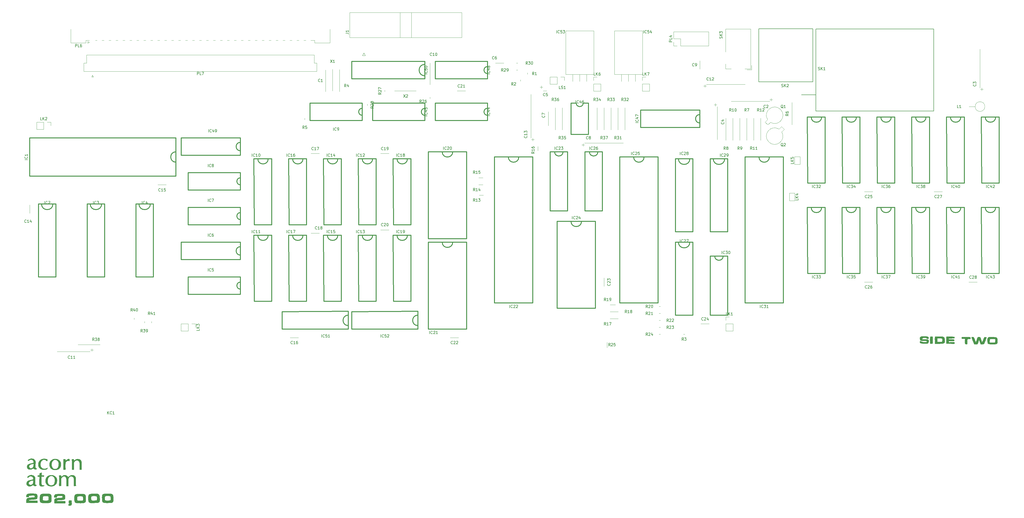
<source format=gbr>
%TF.GenerationSoftware,KiCad,Pcbnew,8.0.4*%
%TF.CreationDate,2024-11-18T10:43:42+00:00*%
%TF.ProjectId,AtomV5Board,41746f6d-5635-4426-9f61-72642e6b6963,rev?*%
%TF.SameCoordinates,Original*%
%TF.FileFunction,Legend,Top*%
%TF.FilePolarity,Positive*%
%FSLAX46Y46*%
G04 Gerber Fmt 4.6, Leading zero omitted, Abs format (unit mm)*
G04 Created by KiCad (PCBNEW 8.0.4) date 2024-11-18 10:43:42*
%MOMM*%
%LPD*%
G01*
G04 APERTURE LIST*
%ADD10C,0.150000*%
%ADD11C,0.300000*%
%ADD12C,0.120000*%
%ADD13C,0.000000*%
G04 APERTURE END LIST*
D10*
X98083810Y-112849819D02*
X98083810Y-111849819D01*
X99131428Y-112754580D02*
X99083809Y-112802200D01*
X99083809Y-112802200D02*
X98940952Y-112849819D01*
X98940952Y-112849819D02*
X98845714Y-112849819D01*
X98845714Y-112849819D02*
X98702857Y-112802200D01*
X98702857Y-112802200D02*
X98607619Y-112706961D01*
X98607619Y-112706961D02*
X98560000Y-112611723D01*
X98560000Y-112611723D02*
X98512381Y-112421247D01*
X98512381Y-112421247D02*
X98512381Y-112278390D01*
X98512381Y-112278390D02*
X98560000Y-112087914D01*
X98560000Y-112087914D02*
X98607619Y-111992676D01*
X98607619Y-111992676D02*
X98702857Y-111897438D01*
X98702857Y-111897438D02*
X98845714Y-111849819D01*
X98845714Y-111849819D02*
X98940952Y-111849819D01*
X98940952Y-111849819D02*
X99083809Y-111897438D01*
X99083809Y-111897438D02*
X99131428Y-111945057D01*
X100036190Y-111849819D02*
X99560000Y-111849819D01*
X99560000Y-111849819D02*
X99512381Y-112326009D01*
X99512381Y-112326009D02*
X99560000Y-112278390D01*
X99560000Y-112278390D02*
X99655238Y-112230771D01*
X99655238Y-112230771D02*
X99893333Y-112230771D01*
X99893333Y-112230771D02*
X99988571Y-112278390D01*
X99988571Y-112278390D02*
X100036190Y-112326009D01*
X100036190Y-112326009D02*
X100083809Y-112421247D01*
X100083809Y-112421247D02*
X100083809Y-112659342D01*
X100083809Y-112659342D02*
X100036190Y-112754580D01*
X100036190Y-112754580D02*
X99988571Y-112802200D01*
X99988571Y-112802200D02*
X99893333Y-112849819D01*
X99893333Y-112849819D02*
X99655238Y-112849819D01*
X99655238Y-112849819D02*
X99560000Y-112802200D01*
X99560000Y-112802200D02*
X99512381Y-112754580D01*
X378184580Y-44616666D02*
X378232200Y-44664285D01*
X378232200Y-44664285D02*
X378279819Y-44807142D01*
X378279819Y-44807142D02*
X378279819Y-44902380D01*
X378279819Y-44902380D02*
X378232200Y-45045237D01*
X378232200Y-45045237D02*
X378136961Y-45140475D01*
X378136961Y-45140475D02*
X378041723Y-45188094D01*
X378041723Y-45188094D02*
X377851247Y-45235713D01*
X377851247Y-45235713D02*
X377708390Y-45235713D01*
X377708390Y-45235713D02*
X377517914Y-45188094D01*
X377517914Y-45188094D02*
X377422676Y-45140475D01*
X377422676Y-45140475D02*
X377327438Y-45045237D01*
X377327438Y-45045237D02*
X377279819Y-44902380D01*
X377279819Y-44902380D02*
X377279819Y-44807142D01*
X377279819Y-44807142D02*
X377327438Y-44664285D01*
X377327438Y-44664285D02*
X377375057Y-44616666D01*
X377279819Y-44283332D02*
X377279819Y-43664285D01*
X377279819Y-43664285D02*
X377660771Y-43997618D01*
X377660771Y-43997618D02*
X377660771Y-43854761D01*
X377660771Y-43854761D02*
X377708390Y-43759523D01*
X377708390Y-43759523D02*
X377756009Y-43711904D01*
X377756009Y-43711904D02*
X377851247Y-43664285D01*
X377851247Y-43664285D02*
X378089342Y-43664285D01*
X378089342Y-43664285D02*
X378184580Y-43711904D01*
X378184580Y-43711904D02*
X378232200Y-43759523D01*
X378232200Y-43759523D02*
X378279819Y-43854761D01*
X378279819Y-43854761D02*
X378279819Y-44140475D01*
X378279819Y-44140475D02*
X378232200Y-44235713D01*
X378232200Y-44235713D02*
X378184580Y-44283332D01*
X382087619Y-82369819D02*
X382087619Y-81369819D01*
X383135237Y-82274580D02*
X383087618Y-82322200D01*
X383087618Y-82322200D02*
X382944761Y-82369819D01*
X382944761Y-82369819D02*
X382849523Y-82369819D01*
X382849523Y-82369819D02*
X382706666Y-82322200D01*
X382706666Y-82322200D02*
X382611428Y-82226961D01*
X382611428Y-82226961D02*
X382563809Y-82131723D01*
X382563809Y-82131723D02*
X382516190Y-81941247D01*
X382516190Y-81941247D02*
X382516190Y-81798390D01*
X382516190Y-81798390D02*
X382563809Y-81607914D01*
X382563809Y-81607914D02*
X382611428Y-81512676D01*
X382611428Y-81512676D02*
X382706666Y-81417438D01*
X382706666Y-81417438D02*
X382849523Y-81369819D01*
X382849523Y-81369819D02*
X382944761Y-81369819D01*
X382944761Y-81369819D02*
X383087618Y-81417438D01*
X383087618Y-81417438D02*
X383135237Y-81465057D01*
X383992380Y-81703152D02*
X383992380Y-82369819D01*
X383754285Y-81322200D02*
X383516190Y-82036485D01*
X383516190Y-82036485D02*
X384135237Y-82036485D01*
X384468571Y-81465057D02*
X384516190Y-81417438D01*
X384516190Y-81417438D02*
X384611428Y-81369819D01*
X384611428Y-81369819D02*
X384849523Y-81369819D01*
X384849523Y-81369819D02*
X384944761Y-81417438D01*
X384944761Y-81417438D02*
X384992380Y-81465057D01*
X384992380Y-81465057D02*
X385039999Y-81560295D01*
X385039999Y-81560295D02*
X385039999Y-81655533D01*
X385039999Y-81655533D02*
X384992380Y-81798390D01*
X384992380Y-81798390D02*
X384420952Y-82369819D01*
X384420952Y-82369819D02*
X385039999Y-82369819D01*
X247007142Y-64589819D02*
X246673809Y-64113628D01*
X246435714Y-64589819D02*
X246435714Y-63589819D01*
X246435714Y-63589819D02*
X246816666Y-63589819D01*
X246816666Y-63589819D02*
X246911904Y-63637438D01*
X246911904Y-63637438D02*
X246959523Y-63685057D01*
X246959523Y-63685057D02*
X247007142Y-63780295D01*
X247007142Y-63780295D02*
X247007142Y-63923152D01*
X247007142Y-63923152D02*
X246959523Y-64018390D01*
X246959523Y-64018390D02*
X246911904Y-64066009D01*
X246911904Y-64066009D02*
X246816666Y-64113628D01*
X246816666Y-64113628D02*
X246435714Y-64113628D01*
X247340476Y-63589819D02*
X247959523Y-63589819D01*
X247959523Y-63589819D02*
X247626190Y-63970771D01*
X247626190Y-63970771D02*
X247769047Y-63970771D01*
X247769047Y-63970771D02*
X247864285Y-64018390D01*
X247864285Y-64018390D02*
X247911904Y-64066009D01*
X247911904Y-64066009D02*
X247959523Y-64161247D01*
X247959523Y-64161247D02*
X247959523Y-64399342D01*
X247959523Y-64399342D02*
X247911904Y-64494580D01*
X247911904Y-64494580D02*
X247864285Y-64542200D01*
X247864285Y-64542200D02*
X247769047Y-64589819D01*
X247769047Y-64589819D02*
X247483333Y-64589819D01*
X247483333Y-64589819D02*
X247388095Y-64542200D01*
X247388095Y-64542200D02*
X247340476Y-64494580D01*
X248911904Y-64589819D02*
X248340476Y-64589819D01*
X248626190Y-64589819D02*
X248626190Y-63589819D01*
X248626190Y-63589819D02*
X248530952Y-63732676D01*
X248530952Y-63732676D02*
X248435714Y-63827914D01*
X248435714Y-63827914D02*
X248340476Y-63875533D01*
X255089819Y-58602380D02*
X254089819Y-58602380D01*
X254994580Y-57554762D02*
X255042200Y-57602381D01*
X255042200Y-57602381D02*
X255089819Y-57745238D01*
X255089819Y-57745238D02*
X255089819Y-57840476D01*
X255089819Y-57840476D02*
X255042200Y-57983333D01*
X255042200Y-57983333D02*
X254946961Y-58078571D01*
X254946961Y-58078571D02*
X254851723Y-58126190D01*
X254851723Y-58126190D02*
X254661247Y-58173809D01*
X254661247Y-58173809D02*
X254518390Y-58173809D01*
X254518390Y-58173809D02*
X254327914Y-58126190D01*
X254327914Y-58126190D02*
X254232676Y-58078571D01*
X254232676Y-58078571D02*
X254137438Y-57983333D01*
X254137438Y-57983333D02*
X254089819Y-57840476D01*
X254089819Y-57840476D02*
X254089819Y-57745238D01*
X254089819Y-57745238D02*
X254137438Y-57602381D01*
X254137438Y-57602381D02*
X254185057Y-57554762D01*
X254423152Y-56697619D02*
X255089819Y-56697619D01*
X254042200Y-56935714D02*
X254756485Y-57173809D01*
X254756485Y-57173809D02*
X254756485Y-56554762D01*
X254089819Y-56269047D02*
X254089819Y-55602381D01*
X254089819Y-55602381D02*
X255089819Y-56030952D01*
X187317142Y-139297580D02*
X187269523Y-139345200D01*
X187269523Y-139345200D02*
X187126666Y-139392819D01*
X187126666Y-139392819D02*
X187031428Y-139392819D01*
X187031428Y-139392819D02*
X186888571Y-139345200D01*
X186888571Y-139345200D02*
X186793333Y-139249961D01*
X186793333Y-139249961D02*
X186745714Y-139154723D01*
X186745714Y-139154723D02*
X186698095Y-138964247D01*
X186698095Y-138964247D02*
X186698095Y-138821390D01*
X186698095Y-138821390D02*
X186745714Y-138630914D01*
X186745714Y-138630914D02*
X186793333Y-138535676D01*
X186793333Y-138535676D02*
X186888571Y-138440438D01*
X186888571Y-138440438D02*
X187031428Y-138392819D01*
X187031428Y-138392819D02*
X187126666Y-138392819D01*
X187126666Y-138392819D02*
X187269523Y-138440438D01*
X187269523Y-138440438D02*
X187317142Y-138488057D01*
X187698095Y-138488057D02*
X187745714Y-138440438D01*
X187745714Y-138440438D02*
X187840952Y-138392819D01*
X187840952Y-138392819D02*
X188079047Y-138392819D01*
X188079047Y-138392819D02*
X188174285Y-138440438D01*
X188174285Y-138440438D02*
X188221904Y-138488057D01*
X188221904Y-138488057D02*
X188269523Y-138583295D01*
X188269523Y-138583295D02*
X188269523Y-138678533D01*
X188269523Y-138678533D02*
X188221904Y-138821390D01*
X188221904Y-138821390D02*
X187650476Y-139392819D01*
X187650476Y-139392819D02*
X188269523Y-139392819D01*
X188650476Y-138488057D02*
X188698095Y-138440438D01*
X188698095Y-138440438D02*
X188793333Y-138392819D01*
X188793333Y-138392819D02*
X189031428Y-138392819D01*
X189031428Y-138392819D02*
X189126666Y-138440438D01*
X189126666Y-138440438D02*
X189174285Y-138488057D01*
X189174285Y-138488057D02*
X189221904Y-138583295D01*
X189221904Y-138583295D02*
X189221904Y-138678533D01*
X189221904Y-138678533D02*
X189174285Y-138821390D01*
X189174285Y-138821390D02*
X188602857Y-139392819D01*
X188602857Y-139392819D02*
X189221904Y-139392819D01*
X286853333Y-68399819D02*
X286520000Y-67923628D01*
X286281905Y-68399819D02*
X286281905Y-67399819D01*
X286281905Y-67399819D02*
X286662857Y-67399819D01*
X286662857Y-67399819D02*
X286758095Y-67447438D01*
X286758095Y-67447438D02*
X286805714Y-67495057D01*
X286805714Y-67495057D02*
X286853333Y-67590295D01*
X286853333Y-67590295D02*
X286853333Y-67733152D01*
X286853333Y-67733152D02*
X286805714Y-67828390D01*
X286805714Y-67828390D02*
X286758095Y-67876009D01*
X286758095Y-67876009D02*
X286662857Y-67923628D01*
X286662857Y-67923628D02*
X286281905Y-67923628D01*
X287424762Y-67828390D02*
X287329524Y-67780771D01*
X287329524Y-67780771D02*
X287281905Y-67733152D01*
X287281905Y-67733152D02*
X287234286Y-67637914D01*
X287234286Y-67637914D02*
X287234286Y-67590295D01*
X287234286Y-67590295D02*
X287281905Y-67495057D01*
X287281905Y-67495057D02*
X287329524Y-67447438D01*
X287329524Y-67447438D02*
X287424762Y-67399819D01*
X287424762Y-67399819D02*
X287615238Y-67399819D01*
X287615238Y-67399819D02*
X287710476Y-67447438D01*
X287710476Y-67447438D02*
X287758095Y-67495057D01*
X287758095Y-67495057D02*
X287805714Y-67590295D01*
X287805714Y-67590295D02*
X287805714Y-67637914D01*
X287805714Y-67637914D02*
X287758095Y-67733152D01*
X287758095Y-67733152D02*
X287710476Y-67780771D01*
X287710476Y-67780771D02*
X287615238Y-67828390D01*
X287615238Y-67828390D02*
X287424762Y-67828390D01*
X287424762Y-67828390D02*
X287329524Y-67876009D01*
X287329524Y-67876009D02*
X287281905Y-67923628D01*
X287281905Y-67923628D02*
X287234286Y-68018866D01*
X287234286Y-68018866D02*
X287234286Y-68209342D01*
X287234286Y-68209342D02*
X287281905Y-68304580D01*
X287281905Y-68304580D02*
X287329524Y-68352200D01*
X287329524Y-68352200D02*
X287424762Y-68399819D01*
X287424762Y-68399819D02*
X287615238Y-68399819D01*
X287615238Y-68399819D02*
X287710476Y-68352200D01*
X287710476Y-68352200D02*
X287758095Y-68304580D01*
X287758095Y-68304580D02*
X287805714Y-68209342D01*
X287805714Y-68209342D02*
X287805714Y-68018866D01*
X287805714Y-68018866D02*
X287758095Y-67923628D01*
X287758095Y-67923628D02*
X287710476Y-67876009D01*
X287710476Y-67876009D02*
X287615238Y-67828390D01*
X70477142Y-127454819D02*
X70143809Y-126978628D01*
X69905714Y-127454819D02*
X69905714Y-126454819D01*
X69905714Y-126454819D02*
X70286666Y-126454819D01*
X70286666Y-126454819D02*
X70381904Y-126502438D01*
X70381904Y-126502438D02*
X70429523Y-126550057D01*
X70429523Y-126550057D02*
X70477142Y-126645295D01*
X70477142Y-126645295D02*
X70477142Y-126788152D01*
X70477142Y-126788152D02*
X70429523Y-126883390D01*
X70429523Y-126883390D02*
X70381904Y-126931009D01*
X70381904Y-126931009D02*
X70286666Y-126978628D01*
X70286666Y-126978628D02*
X69905714Y-126978628D01*
X71334285Y-126788152D02*
X71334285Y-127454819D01*
X71096190Y-126407200D02*
X70858095Y-127121485D01*
X70858095Y-127121485D02*
X71477142Y-127121485D01*
X72048571Y-126454819D02*
X72143809Y-126454819D01*
X72143809Y-126454819D02*
X72239047Y-126502438D01*
X72239047Y-126502438D02*
X72286666Y-126550057D01*
X72286666Y-126550057D02*
X72334285Y-126645295D01*
X72334285Y-126645295D02*
X72381904Y-126835771D01*
X72381904Y-126835771D02*
X72381904Y-127073866D01*
X72381904Y-127073866D02*
X72334285Y-127264342D01*
X72334285Y-127264342D02*
X72286666Y-127359580D01*
X72286666Y-127359580D02*
X72239047Y-127407200D01*
X72239047Y-127407200D02*
X72143809Y-127454819D01*
X72143809Y-127454819D02*
X72048571Y-127454819D01*
X72048571Y-127454819D02*
X71953333Y-127407200D01*
X71953333Y-127407200D02*
X71905714Y-127359580D01*
X71905714Y-127359580D02*
X71858095Y-127264342D01*
X71858095Y-127264342D02*
X71810476Y-127073866D01*
X71810476Y-127073866D02*
X71810476Y-126835771D01*
X71810476Y-126835771D02*
X71858095Y-126645295D01*
X71858095Y-126645295D02*
X71905714Y-126550057D01*
X71905714Y-126550057D02*
X71953333Y-126502438D01*
X71953333Y-126502438D02*
X72048571Y-126454819D01*
X114117619Y-70939819D02*
X114117619Y-69939819D01*
X115165237Y-70844580D02*
X115117618Y-70892200D01*
X115117618Y-70892200D02*
X114974761Y-70939819D01*
X114974761Y-70939819D02*
X114879523Y-70939819D01*
X114879523Y-70939819D02*
X114736666Y-70892200D01*
X114736666Y-70892200D02*
X114641428Y-70796961D01*
X114641428Y-70796961D02*
X114593809Y-70701723D01*
X114593809Y-70701723D02*
X114546190Y-70511247D01*
X114546190Y-70511247D02*
X114546190Y-70368390D01*
X114546190Y-70368390D02*
X114593809Y-70177914D01*
X114593809Y-70177914D02*
X114641428Y-70082676D01*
X114641428Y-70082676D02*
X114736666Y-69987438D01*
X114736666Y-69987438D02*
X114879523Y-69939819D01*
X114879523Y-69939819D02*
X114974761Y-69939819D01*
X114974761Y-69939819D02*
X115117618Y-69987438D01*
X115117618Y-69987438D02*
X115165237Y-70035057D01*
X116117618Y-70939819D02*
X115546190Y-70939819D01*
X115831904Y-70939819D02*
X115831904Y-69939819D01*
X115831904Y-69939819D02*
X115736666Y-70082676D01*
X115736666Y-70082676D02*
X115641428Y-70177914D01*
X115641428Y-70177914D02*
X115546190Y-70225533D01*
X116736666Y-69939819D02*
X116831904Y-69939819D01*
X116831904Y-69939819D02*
X116927142Y-69987438D01*
X116927142Y-69987438D02*
X116974761Y-70035057D01*
X116974761Y-70035057D02*
X117022380Y-70130295D01*
X117022380Y-70130295D02*
X117069999Y-70320771D01*
X117069999Y-70320771D02*
X117069999Y-70558866D01*
X117069999Y-70558866D02*
X117022380Y-70749342D01*
X117022380Y-70749342D02*
X116974761Y-70844580D01*
X116974761Y-70844580D02*
X116927142Y-70892200D01*
X116927142Y-70892200D02*
X116831904Y-70939819D01*
X116831904Y-70939819D02*
X116736666Y-70939819D01*
X116736666Y-70939819D02*
X116641428Y-70892200D01*
X116641428Y-70892200D02*
X116593809Y-70844580D01*
X116593809Y-70844580D02*
X116546190Y-70749342D01*
X116546190Y-70749342D02*
X116498571Y-70558866D01*
X116498571Y-70558866D02*
X116498571Y-70320771D01*
X116498571Y-70320771D02*
X116546190Y-70130295D01*
X116546190Y-70130295D02*
X116593809Y-70035057D01*
X116593809Y-70035057D02*
X116641428Y-69987438D01*
X116641428Y-69987438D02*
X116736666Y-69939819D01*
X343987619Y-115389819D02*
X343987619Y-114389819D01*
X345035237Y-115294580D02*
X344987618Y-115342200D01*
X344987618Y-115342200D02*
X344844761Y-115389819D01*
X344844761Y-115389819D02*
X344749523Y-115389819D01*
X344749523Y-115389819D02*
X344606666Y-115342200D01*
X344606666Y-115342200D02*
X344511428Y-115246961D01*
X344511428Y-115246961D02*
X344463809Y-115151723D01*
X344463809Y-115151723D02*
X344416190Y-114961247D01*
X344416190Y-114961247D02*
X344416190Y-114818390D01*
X344416190Y-114818390D02*
X344463809Y-114627914D01*
X344463809Y-114627914D02*
X344511428Y-114532676D01*
X344511428Y-114532676D02*
X344606666Y-114437438D01*
X344606666Y-114437438D02*
X344749523Y-114389819D01*
X344749523Y-114389819D02*
X344844761Y-114389819D01*
X344844761Y-114389819D02*
X344987618Y-114437438D01*
X344987618Y-114437438D02*
X345035237Y-114485057D01*
X345368571Y-114389819D02*
X345987618Y-114389819D01*
X345987618Y-114389819D02*
X345654285Y-114770771D01*
X345654285Y-114770771D02*
X345797142Y-114770771D01*
X345797142Y-114770771D02*
X345892380Y-114818390D01*
X345892380Y-114818390D02*
X345939999Y-114866009D01*
X345939999Y-114866009D02*
X345987618Y-114961247D01*
X345987618Y-114961247D02*
X345987618Y-115199342D01*
X345987618Y-115199342D02*
X345939999Y-115294580D01*
X345939999Y-115294580D02*
X345892380Y-115342200D01*
X345892380Y-115342200D02*
X345797142Y-115389819D01*
X345797142Y-115389819D02*
X345511428Y-115389819D01*
X345511428Y-115389819D02*
X345416190Y-115342200D01*
X345416190Y-115342200D02*
X345368571Y-115294580D01*
X346320952Y-114389819D02*
X346987618Y-114389819D01*
X346987618Y-114389819D02*
X346559047Y-115389819D01*
X143803810Y-61414819D02*
X143803810Y-60414819D01*
X144851428Y-61319580D02*
X144803809Y-61367200D01*
X144803809Y-61367200D02*
X144660952Y-61414819D01*
X144660952Y-61414819D02*
X144565714Y-61414819D01*
X144565714Y-61414819D02*
X144422857Y-61367200D01*
X144422857Y-61367200D02*
X144327619Y-61271961D01*
X144327619Y-61271961D02*
X144280000Y-61176723D01*
X144280000Y-61176723D02*
X144232381Y-60986247D01*
X144232381Y-60986247D02*
X144232381Y-60843390D01*
X144232381Y-60843390D02*
X144280000Y-60652914D01*
X144280000Y-60652914D02*
X144327619Y-60557676D01*
X144327619Y-60557676D02*
X144422857Y-60462438D01*
X144422857Y-60462438D02*
X144565714Y-60414819D01*
X144565714Y-60414819D02*
X144660952Y-60414819D01*
X144660952Y-60414819D02*
X144803809Y-60462438D01*
X144803809Y-60462438D02*
X144851428Y-60510057D01*
X145327619Y-61414819D02*
X145518095Y-61414819D01*
X145518095Y-61414819D02*
X145613333Y-61367200D01*
X145613333Y-61367200D02*
X145660952Y-61319580D01*
X145660952Y-61319580D02*
X145756190Y-61176723D01*
X145756190Y-61176723D02*
X145803809Y-60986247D01*
X145803809Y-60986247D02*
X145803809Y-60605295D01*
X145803809Y-60605295D02*
X145756190Y-60510057D01*
X145756190Y-60510057D02*
X145708571Y-60462438D01*
X145708571Y-60462438D02*
X145613333Y-60414819D01*
X145613333Y-60414819D02*
X145422857Y-60414819D01*
X145422857Y-60414819D02*
X145327619Y-60462438D01*
X145327619Y-60462438D02*
X145280000Y-60510057D01*
X145280000Y-60510057D02*
X145232381Y-60605295D01*
X145232381Y-60605295D02*
X145232381Y-60843390D01*
X145232381Y-60843390D02*
X145280000Y-60938628D01*
X145280000Y-60938628D02*
X145327619Y-60986247D01*
X145327619Y-60986247D02*
X145422857Y-61033866D01*
X145422857Y-61033866D02*
X145613333Y-61033866D01*
X145613333Y-61033866D02*
X145708571Y-60986247D01*
X145708571Y-60986247D02*
X145756190Y-60938628D01*
X145756190Y-60938628D02*
X145803809Y-60843390D01*
X224147142Y-50619819D02*
X223813809Y-50143628D01*
X223575714Y-50619819D02*
X223575714Y-49619819D01*
X223575714Y-49619819D02*
X223956666Y-49619819D01*
X223956666Y-49619819D02*
X224051904Y-49667438D01*
X224051904Y-49667438D02*
X224099523Y-49715057D01*
X224099523Y-49715057D02*
X224147142Y-49810295D01*
X224147142Y-49810295D02*
X224147142Y-49953152D01*
X224147142Y-49953152D02*
X224099523Y-50048390D01*
X224099523Y-50048390D02*
X224051904Y-50096009D01*
X224051904Y-50096009D02*
X223956666Y-50143628D01*
X223956666Y-50143628D02*
X223575714Y-50143628D01*
X224480476Y-49619819D02*
X225099523Y-49619819D01*
X225099523Y-49619819D02*
X224766190Y-50000771D01*
X224766190Y-50000771D02*
X224909047Y-50000771D01*
X224909047Y-50000771D02*
X225004285Y-50048390D01*
X225004285Y-50048390D02*
X225051904Y-50096009D01*
X225051904Y-50096009D02*
X225099523Y-50191247D01*
X225099523Y-50191247D02*
X225099523Y-50429342D01*
X225099523Y-50429342D02*
X225051904Y-50524580D01*
X225051904Y-50524580D02*
X225004285Y-50572200D01*
X225004285Y-50572200D02*
X224909047Y-50619819D01*
X224909047Y-50619819D02*
X224623333Y-50619819D01*
X224623333Y-50619819D02*
X224528095Y-50572200D01*
X224528095Y-50572200D02*
X224480476Y-50524580D01*
X225956666Y-49619819D02*
X225766190Y-49619819D01*
X225766190Y-49619819D02*
X225670952Y-49667438D01*
X225670952Y-49667438D02*
X225623333Y-49715057D01*
X225623333Y-49715057D02*
X225528095Y-49857914D01*
X225528095Y-49857914D02*
X225480476Y-50048390D01*
X225480476Y-50048390D02*
X225480476Y-50429342D01*
X225480476Y-50429342D02*
X225528095Y-50524580D01*
X225528095Y-50524580D02*
X225575714Y-50572200D01*
X225575714Y-50572200D02*
X225670952Y-50619819D01*
X225670952Y-50619819D02*
X225861428Y-50619819D01*
X225861428Y-50619819D02*
X225956666Y-50572200D01*
X225956666Y-50572200D02*
X226004285Y-50524580D01*
X226004285Y-50524580D02*
X226051904Y-50429342D01*
X226051904Y-50429342D02*
X226051904Y-50191247D01*
X226051904Y-50191247D02*
X226004285Y-50096009D01*
X226004285Y-50096009D02*
X225956666Y-50048390D01*
X225956666Y-50048390D02*
X225861428Y-50000771D01*
X225861428Y-50000771D02*
X225670952Y-50000771D01*
X225670952Y-50000771D02*
X225575714Y-50048390D01*
X225575714Y-50048390D02*
X225528095Y-50096009D01*
X225528095Y-50096009D02*
X225480476Y-50191247D01*
X271596333Y-138122819D02*
X271263000Y-137646628D01*
X271024905Y-138122819D02*
X271024905Y-137122819D01*
X271024905Y-137122819D02*
X271405857Y-137122819D01*
X271405857Y-137122819D02*
X271501095Y-137170438D01*
X271501095Y-137170438D02*
X271548714Y-137218057D01*
X271548714Y-137218057D02*
X271596333Y-137313295D01*
X271596333Y-137313295D02*
X271596333Y-137456152D01*
X271596333Y-137456152D02*
X271548714Y-137551390D01*
X271548714Y-137551390D02*
X271501095Y-137599009D01*
X271501095Y-137599009D02*
X271405857Y-137646628D01*
X271405857Y-137646628D02*
X271024905Y-137646628D01*
X271929667Y-137122819D02*
X272548714Y-137122819D01*
X272548714Y-137122819D02*
X272215381Y-137503771D01*
X272215381Y-137503771D02*
X272358238Y-137503771D01*
X272358238Y-137503771D02*
X272453476Y-137551390D01*
X272453476Y-137551390D02*
X272501095Y-137599009D01*
X272501095Y-137599009D02*
X272548714Y-137694247D01*
X272548714Y-137694247D02*
X272548714Y-137932342D01*
X272548714Y-137932342D02*
X272501095Y-138027580D01*
X272501095Y-138027580D02*
X272453476Y-138075200D01*
X272453476Y-138075200D02*
X272358238Y-138122819D01*
X272358238Y-138122819D02*
X272072524Y-138122819D01*
X272072524Y-138122819D02*
X271977286Y-138075200D01*
X271977286Y-138075200D02*
X271929667Y-138027580D01*
X128897142Y-139297580D02*
X128849523Y-139345200D01*
X128849523Y-139345200D02*
X128706666Y-139392819D01*
X128706666Y-139392819D02*
X128611428Y-139392819D01*
X128611428Y-139392819D02*
X128468571Y-139345200D01*
X128468571Y-139345200D02*
X128373333Y-139249961D01*
X128373333Y-139249961D02*
X128325714Y-139154723D01*
X128325714Y-139154723D02*
X128278095Y-138964247D01*
X128278095Y-138964247D02*
X128278095Y-138821390D01*
X128278095Y-138821390D02*
X128325714Y-138630914D01*
X128325714Y-138630914D02*
X128373333Y-138535676D01*
X128373333Y-138535676D02*
X128468571Y-138440438D01*
X128468571Y-138440438D02*
X128611428Y-138392819D01*
X128611428Y-138392819D02*
X128706666Y-138392819D01*
X128706666Y-138392819D02*
X128849523Y-138440438D01*
X128849523Y-138440438D02*
X128897142Y-138488057D01*
X129849523Y-139392819D02*
X129278095Y-139392819D01*
X129563809Y-139392819D02*
X129563809Y-138392819D01*
X129563809Y-138392819D02*
X129468571Y-138535676D01*
X129468571Y-138535676D02*
X129373333Y-138630914D01*
X129373333Y-138630914D02*
X129278095Y-138678533D01*
X130706666Y-138392819D02*
X130516190Y-138392819D01*
X130516190Y-138392819D02*
X130420952Y-138440438D01*
X130420952Y-138440438D02*
X130373333Y-138488057D01*
X130373333Y-138488057D02*
X130278095Y-138630914D01*
X130278095Y-138630914D02*
X130230476Y-138821390D01*
X130230476Y-138821390D02*
X130230476Y-139202342D01*
X130230476Y-139202342D02*
X130278095Y-139297580D01*
X130278095Y-139297580D02*
X130325714Y-139345200D01*
X130325714Y-139345200D02*
X130420952Y-139392819D01*
X130420952Y-139392819D02*
X130611428Y-139392819D01*
X130611428Y-139392819D02*
X130706666Y-139345200D01*
X130706666Y-139345200D02*
X130754285Y-139297580D01*
X130754285Y-139297580D02*
X130801904Y-139202342D01*
X130801904Y-139202342D02*
X130801904Y-138964247D01*
X130801904Y-138964247D02*
X130754285Y-138869009D01*
X130754285Y-138869009D02*
X130706666Y-138821390D01*
X130706666Y-138821390D02*
X130611428Y-138773771D01*
X130611428Y-138773771D02*
X130420952Y-138773771D01*
X130420952Y-138773771D02*
X130325714Y-138821390D01*
X130325714Y-138821390D02*
X130278095Y-138869009D01*
X130278095Y-138869009D02*
X130230476Y-138964247D01*
X338447142Y-118977580D02*
X338399523Y-119025200D01*
X338399523Y-119025200D02*
X338256666Y-119072819D01*
X338256666Y-119072819D02*
X338161428Y-119072819D01*
X338161428Y-119072819D02*
X338018571Y-119025200D01*
X338018571Y-119025200D02*
X337923333Y-118929961D01*
X337923333Y-118929961D02*
X337875714Y-118834723D01*
X337875714Y-118834723D02*
X337828095Y-118644247D01*
X337828095Y-118644247D02*
X337828095Y-118501390D01*
X337828095Y-118501390D02*
X337875714Y-118310914D01*
X337875714Y-118310914D02*
X337923333Y-118215676D01*
X337923333Y-118215676D02*
X338018571Y-118120438D01*
X338018571Y-118120438D02*
X338161428Y-118072819D01*
X338161428Y-118072819D02*
X338256666Y-118072819D01*
X338256666Y-118072819D02*
X338399523Y-118120438D01*
X338399523Y-118120438D02*
X338447142Y-118168057D01*
X338828095Y-118168057D02*
X338875714Y-118120438D01*
X338875714Y-118120438D02*
X338970952Y-118072819D01*
X338970952Y-118072819D02*
X339209047Y-118072819D01*
X339209047Y-118072819D02*
X339304285Y-118120438D01*
X339304285Y-118120438D02*
X339351904Y-118168057D01*
X339351904Y-118168057D02*
X339399523Y-118263295D01*
X339399523Y-118263295D02*
X339399523Y-118358533D01*
X339399523Y-118358533D02*
X339351904Y-118501390D01*
X339351904Y-118501390D02*
X338780476Y-119072819D01*
X338780476Y-119072819D02*
X339399523Y-119072819D01*
X340256666Y-118072819D02*
X340066190Y-118072819D01*
X340066190Y-118072819D02*
X339970952Y-118120438D01*
X339970952Y-118120438D02*
X339923333Y-118168057D01*
X339923333Y-118168057D02*
X339828095Y-118310914D01*
X339828095Y-118310914D02*
X339780476Y-118501390D01*
X339780476Y-118501390D02*
X339780476Y-118882342D01*
X339780476Y-118882342D02*
X339828095Y-118977580D01*
X339828095Y-118977580D02*
X339875714Y-119025200D01*
X339875714Y-119025200D02*
X339970952Y-119072819D01*
X339970952Y-119072819D02*
X340161428Y-119072819D01*
X340161428Y-119072819D02*
X340256666Y-119025200D01*
X340256666Y-119025200D02*
X340304285Y-118977580D01*
X340304285Y-118977580D02*
X340351904Y-118882342D01*
X340351904Y-118882342D02*
X340351904Y-118644247D01*
X340351904Y-118644247D02*
X340304285Y-118549009D01*
X340304285Y-118549009D02*
X340256666Y-118501390D01*
X340256666Y-118501390D02*
X340161428Y-118453771D01*
X340161428Y-118453771D02*
X339970952Y-118453771D01*
X339970952Y-118453771D02*
X339875714Y-118501390D01*
X339875714Y-118501390D02*
X339828095Y-118549009D01*
X339828095Y-118549009D02*
X339780476Y-118644247D01*
X299077142Y-54429819D02*
X298743809Y-53953628D01*
X298505714Y-54429819D02*
X298505714Y-53429819D01*
X298505714Y-53429819D02*
X298886666Y-53429819D01*
X298886666Y-53429819D02*
X298981904Y-53477438D01*
X298981904Y-53477438D02*
X299029523Y-53525057D01*
X299029523Y-53525057D02*
X299077142Y-53620295D01*
X299077142Y-53620295D02*
X299077142Y-53763152D01*
X299077142Y-53763152D02*
X299029523Y-53858390D01*
X299029523Y-53858390D02*
X298981904Y-53906009D01*
X298981904Y-53906009D02*
X298886666Y-53953628D01*
X298886666Y-53953628D02*
X298505714Y-53953628D01*
X300029523Y-54429819D02*
X299458095Y-54429819D01*
X299743809Y-54429819D02*
X299743809Y-53429819D01*
X299743809Y-53429819D02*
X299648571Y-53572676D01*
X299648571Y-53572676D02*
X299553333Y-53667914D01*
X299553333Y-53667914D02*
X299458095Y-53715533D01*
X300410476Y-53525057D02*
X300458095Y-53477438D01*
X300458095Y-53477438D02*
X300553333Y-53429819D01*
X300553333Y-53429819D02*
X300791428Y-53429819D01*
X300791428Y-53429819D02*
X300886666Y-53477438D01*
X300886666Y-53477438D02*
X300934285Y-53525057D01*
X300934285Y-53525057D02*
X300981904Y-53620295D01*
X300981904Y-53620295D02*
X300981904Y-53715533D01*
X300981904Y-53715533D02*
X300934285Y-53858390D01*
X300934285Y-53858390D02*
X300362857Y-54429819D01*
X300362857Y-54429819D02*
X300981904Y-54429819D01*
X291933333Y-68399819D02*
X291600000Y-67923628D01*
X291361905Y-68399819D02*
X291361905Y-67399819D01*
X291361905Y-67399819D02*
X291742857Y-67399819D01*
X291742857Y-67399819D02*
X291838095Y-67447438D01*
X291838095Y-67447438D02*
X291885714Y-67495057D01*
X291885714Y-67495057D02*
X291933333Y-67590295D01*
X291933333Y-67590295D02*
X291933333Y-67733152D01*
X291933333Y-67733152D02*
X291885714Y-67828390D01*
X291885714Y-67828390D02*
X291838095Y-67876009D01*
X291838095Y-67876009D02*
X291742857Y-67923628D01*
X291742857Y-67923628D02*
X291361905Y-67923628D01*
X292409524Y-68399819D02*
X292600000Y-68399819D01*
X292600000Y-68399819D02*
X292695238Y-68352200D01*
X292695238Y-68352200D02*
X292742857Y-68304580D01*
X292742857Y-68304580D02*
X292838095Y-68161723D01*
X292838095Y-68161723D02*
X292885714Y-67971247D01*
X292885714Y-67971247D02*
X292885714Y-67590295D01*
X292885714Y-67590295D02*
X292838095Y-67495057D01*
X292838095Y-67495057D02*
X292790476Y-67447438D01*
X292790476Y-67447438D02*
X292695238Y-67399819D01*
X292695238Y-67399819D02*
X292504762Y-67399819D01*
X292504762Y-67399819D02*
X292409524Y-67447438D01*
X292409524Y-67447438D02*
X292361905Y-67495057D01*
X292361905Y-67495057D02*
X292314286Y-67590295D01*
X292314286Y-67590295D02*
X292314286Y-67828390D01*
X292314286Y-67828390D02*
X292361905Y-67923628D01*
X292361905Y-67923628D02*
X292409524Y-67971247D01*
X292409524Y-67971247D02*
X292504762Y-68018866D01*
X292504762Y-68018866D02*
X292695238Y-68018866D01*
X292695238Y-68018866D02*
X292790476Y-67971247D01*
X292790476Y-67971247D02*
X292838095Y-67923628D01*
X292838095Y-67923628D02*
X292885714Y-67828390D01*
X244707580Y-117482857D02*
X244755200Y-117530476D01*
X244755200Y-117530476D02*
X244802819Y-117673333D01*
X244802819Y-117673333D02*
X244802819Y-117768571D01*
X244802819Y-117768571D02*
X244755200Y-117911428D01*
X244755200Y-117911428D02*
X244659961Y-118006666D01*
X244659961Y-118006666D02*
X244564723Y-118054285D01*
X244564723Y-118054285D02*
X244374247Y-118101904D01*
X244374247Y-118101904D02*
X244231390Y-118101904D01*
X244231390Y-118101904D02*
X244040914Y-118054285D01*
X244040914Y-118054285D02*
X243945676Y-118006666D01*
X243945676Y-118006666D02*
X243850438Y-117911428D01*
X243850438Y-117911428D02*
X243802819Y-117768571D01*
X243802819Y-117768571D02*
X243802819Y-117673333D01*
X243802819Y-117673333D02*
X243850438Y-117530476D01*
X243850438Y-117530476D02*
X243898057Y-117482857D01*
X243898057Y-117101904D02*
X243850438Y-117054285D01*
X243850438Y-117054285D02*
X243802819Y-116959047D01*
X243802819Y-116959047D02*
X243802819Y-116720952D01*
X243802819Y-116720952D02*
X243850438Y-116625714D01*
X243850438Y-116625714D02*
X243898057Y-116578095D01*
X243898057Y-116578095D02*
X243993295Y-116530476D01*
X243993295Y-116530476D02*
X244088533Y-116530476D01*
X244088533Y-116530476D02*
X244231390Y-116578095D01*
X244231390Y-116578095D02*
X244802819Y-117149523D01*
X244802819Y-117149523D02*
X244802819Y-116530476D01*
X243802819Y-116197142D02*
X243802819Y-115578095D01*
X243802819Y-115578095D02*
X244183771Y-115911428D01*
X244183771Y-115911428D02*
X244183771Y-115768571D01*
X244183771Y-115768571D02*
X244231390Y-115673333D01*
X244231390Y-115673333D02*
X244279009Y-115625714D01*
X244279009Y-115625714D02*
X244374247Y-115578095D01*
X244374247Y-115578095D02*
X244612342Y-115578095D01*
X244612342Y-115578095D02*
X244707580Y-115625714D01*
X244707580Y-115625714D02*
X244755200Y-115673333D01*
X244755200Y-115673333D02*
X244802819Y-115768571D01*
X244802819Y-115768571D02*
X244802819Y-116054285D01*
X244802819Y-116054285D02*
X244755200Y-116149523D01*
X244755200Y-116149523D02*
X244707580Y-116197142D01*
X243197142Y-132534819D02*
X242863809Y-132058628D01*
X242625714Y-132534819D02*
X242625714Y-131534819D01*
X242625714Y-131534819D02*
X243006666Y-131534819D01*
X243006666Y-131534819D02*
X243101904Y-131582438D01*
X243101904Y-131582438D02*
X243149523Y-131630057D01*
X243149523Y-131630057D02*
X243197142Y-131725295D01*
X243197142Y-131725295D02*
X243197142Y-131868152D01*
X243197142Y-131868152D02*
X243149523Y-131963390D01*
X243149523Y-131963390D02*
X243101904Y-132011009D01*
X243101904Y-132011009D02*
X243006666Y-132058628D01*
X243006666Y-132058628D02*
X242625714Y-132058628D01*
X244149523Y-132534819D02*
X243578095Y-132534819D01*
X243863809Y-132534819D02*
X243863809Y-131534819D01*
X243863809Y-131534819D02*
X243768571Y-131677676D01*
X243768571Y-131677676D02*
X243673333Y-131772914D01*
X243673333Y-131772914D02*
X243578095Y-131820533D01*
X244482857Y-131534819D02*
X245149523Y-131534819D01*
X245149523Y-131534819D02*
X244720952Y-132534819D01*
X208097619Y-126184819D02*
X208097619Y-125184819D01*
X209145237Y-126089580D02*
X209097618Y-126137200D01*
X209097618Y-126137200D02*
X208954761Y-126184819D01*
X208954761Y-126184819D02*
X208859523Y-126184819D01*
X208859523Y-126184819D02*
X208716666Y-126137200D01*
X208716666Y-126137200D02*
X208621428Y-126041961D01*
X208621428Y-126041961D02*
X208573809Y-125946723D01*
X208573809Y-125946723D02*
X208526190Y-125756247D01*
X208526190Y-125756247D02*
X208526190Y-125613390D01*
X208526190Y-125613390D02*
X208573809Y-125422914D01*
X208573809Y-125422914D02*
X208621428Y-125327676D01*
X208621428Y-125327676D02*
X208716666Y-125232438D01*
X208716666Y-125232438D02*
X208859523Y-125184819D01*
X208859523Y-125184819D02*
X208954761Y-125184819D01*
X208954761Y-125184819D02*
X209097618Y-125232438D01*
X209097618Y-125232438D02*
X209145237Y-125280057D01*
X209526190Y-125280057D02*
X209573809Y-125232438D01*
X209573809Y-125232438D02*
X209669047Y-125184819D01*
X209669047Y-125184819D02*
X209907142Y-125184819D01*
X209907142Y-125184819D02*
X210002380Y-125232438D01*
X210002380Y-125232438D02*
X210049999Y-125280057D01*
X210049999Y-125280057D02*
X210097618Y-125375295D01*
X210097618Y-125375295D02*
X210097618Y-125470533D01*
X210097618Y-125470533D02*
X210049999Y-125613390D01*
X210049999Y-125613390D02*
X209478571Y-126184819D01*
X209478571Y-126184819D02*
X210097618Y-126184819D01*
X210478571Y-125280057D02*
X210526190Y-125232438D01*
X210526190Y-125232438D02*
X210621428Y-125184819D01*
X210621428Y-125184819D02*
X210859523Y-125184819D01*
X210859523Y-125184819D02*
X210954761Y-125232438D01*
X210954761Y-125232438D02*
X211002380Y-125280057D01*
X211002380Y-125280057D02*
X211049999Y-125375295D01*
X211049999Y-125375295D02*
X211049999Y-125470533D01*
X211049999Y-125470533D02*
X211002380Y-125613390D01*
X211002380Y-125613390D02*
X210430952Y-126184819D01*
X210430952Y-126184819D02*
X211049999Y-126184819D01*
X371943333Y-53159819D02*
X371467143Y-53159819D01*
X371467143Y-53159819D02*
X371467143Y-52159819D01*
X372800476Y-53159819D02*
X372229048Y-53159819D01*
X372514762Y-53159819D02*
X372514762Y-52159819D01*
X372514762Y-52159819D02*
X372419524Y-52302676D01*
X372419524Y-52302676D02*
X372324286Y-52397914D01*
X372324286Y-52397914D02*
X372229048Y-52445533D01*
X148423333Y-45539819D02*
X148090000Y-45063628D01*
X147851905Y-45539819D02*
X147851905Y-44539819D01*
X147851905Y-44539819D02*
X148232857Y-44539819D01*
X148232857Y-44539819D02*
X148328095Y-44587438D01*
X148328095Y-44587438D02*
X148375714Y-44635057D01*
X148375714Y-44635057D02*
X148423333Y-44730295D01*
X148423333Y-44730295D02*
X148423333Y-44873152D01*
X148423333Y-44873152D02*
X148375714Y-44968390D01*
X148375714Y-44968390D02*
X148328095Y-45016009D01*
X148328095Y-45016009D02*
X148232857Y-45063628D01*
X148232857Y-45063628D02*
X147851905Y-45063628D01*
X149280476Y-44873152D02*
X149280476Y-45539819D01*
X149042381Y-44492200D02*
X148804286Y-45206485D01*
X148804286Y-45206485D02*
X149423333Y-45206485D01*
X166822619Y-70939819D02*
X166822619Y-69939819D01*
X167870237Y-70844580D02*
X167822618Y-70892200D01*
X167822618Y-70892200D02*
X167679761Y-70939819D01*
X167679761Y-70939819D02*
X167584523Y-70939819D01*
X167584523Y-70939819D02*
X167441666Y-70892200D01*
X167441666Y-70892200D02*
X167346428Y-70796961D01*
X167346428Y-70796961D02*
X167298809Y-70701723D01*
X167298809Y-70701723D02*
X167251190Y-70511247D01*
X167251190Y-70511247D02*
X167251190Y-70368390D01*
X167251190Y-70368390D02*
X167298809Y-70177914D01*
X167298809Y-70177914D02*
X167346428Y-70082676D01*
X167346428Y-70082676D02*
X167441666Y-69987438D01*
X167441666Y-69987438D02*
X167584523Y-69939819D01*
X167584523Y-69939819D02*
X167679761Y-69939819D01*
X167679761Y-69939819D02*
X167822618Y-69987438D01*
X167822618Y-69987438D02*
X167870237Y-70035057D01*
X168822618Y-70939819D02*
X168251190Y-70939819D01*
X168536904Y-70939819D02*
X168536904Y-69939819D01*
X168536904Y-69939819D02*
X168441666Y-70082676D01*
X168441666Y-70082676D02*
X168346428Y-70177914D01*
X168346428Y-70177914D02*
X168251190Y-70225533D01*
X169394047Y-70368390D02*
X169298809Y-70320771D01*
X169298809Y-70320771D02*
X169251190Y-70273152D01*
X169251190Y-70273152D02*
X169203571Y-70177914D01*
X169203571Y-70177914D02*
X169203571Y-70130295D01*
X169203571Y-70130295D02*
X169251190Y-70035057D01*
X169251190Y-70035057D02*
X169298809Y-69987438D01*
X169298809Y-69987438D02*
X169394047Y-69939819D01*
X169394047Y-69939819D02*
X169584523Y-69939819D01*
X169584523Y-69939819D02*
X169679761Y-69987438D01*
X169679761Y-69987438D02*
X169727380Y-70035057D01*
X169727380Y-70035057D02*
X169774999Y-70130295D01*
X169774999Y-70130295D02*
X169774999Y-70177914D01*
X169774999Y-70177914D02*
X169727380Y-70273152D01*
X169727380Y-70273152D02*
X169679761Y-70320771D01*
X169679761Y-70320771D02*
X169584523Y-70368390D01*
X169584523Y-70368390D02*
X169394047Y-70368390D01*
X169394047Y-70368390D02*
X169298809Y-70416009D01*
X169298809Y-70416009D02*
X169251190Y-70463628D01*
X169251190Y-70463628D02*
X169203571Y-70558866D01*
X169203571Y-70558866D02*
X169203571Y-70749342D01*
X169203571Y-70749342D02*
X169251190Y-70844580D01*
X169251190Y-70844580D02*
X169298809Y-70892200D01*
X169298809Y-70892200D02*
X169394047Y-70939819D01*
X169394047Y-70939819D02*
X169584523Y-70939819D01*
X169584523Y-70939819D02*
X169679761Y-70892200D01*
X169679761Y-70892200D02*
X169727380Y-70844580D01*
X169727380Y-70844580D02*
X169774999Y-70749342D01*
X169774999Y-70749342D02*
X169774999Y-70558866D01*
X169774999Y-70558866D02*
X169727380Y-70463628D01*
X169727380Y-70463628D02*
X169679761Y-70416009D01*
X169679761Y-70416009D02*
X169584523Y-70368390D01*
X183967619Y-68399819D02*
X183967619Y-67399819D01*
X185015237Y-68304580D02*
X184967618Y-68352200D01*
X184967618Y-68352200D02*
X184824761Y-68399819D01*
X184824761Y-68399819D02*
X184729523Y-68399819D01*
X184729523Y-68399819D02*
X184586666Y-68352200D01*
X184586666Y-68352200D02*
X184491428Y-68256961D01*
X184491428Y-68256961D02*
X184443809Y-68161723D01*
X184443809Y-68161723D02*
X184396190Y-67971247D01*
X184396190Y-67971247D02*
X184396190Y-67828390D01*
X184396190Y-67828390D02*
X184443809Y-67637914D01*
X184443809Y-67637914D02*
X184491428Y-67542676D01*
X184491428Y-67542676D02*
X184586666Y-67447438D01*
X184586666Y-67447438D02*
X184729523Y-67399819D01*
X184729523Y-67399819D02*
X184824761Y-67399819D01*
X184824761Y-67399819D02*
X184967618Y-67447438D01*
X184967618Y-67447438D02*
X185015237Y-67495057D01*
X185396190Y-67495057D02*
X185443809Y-67447438D01*
X185443809Y-67447438D02*
X185539047Y-67399819D01*
X185539047Y-67399819D02*
X185777142Y-67399819D01*
X185777142Y-67399819D02*
X185872380Y-67447438D01*
X185872380Y-67447438D02*
X185919999Y-67495057D01*
X185919999Y-67495057D02*
X185967618Y-67590295D01*
X185967618Y-67590295D02*
X185967618Y-67685533D01*
X185967618Y-67685533D02*
X185919999Y-67828390D01*
X185919999Y-67828390D02*
X185348571Y-68399819D01*
X185348571Y-68399819D02*
X185967618Y-68399819D01*
X186586666Y-67399819D02*
X186681904Y-67399819D01*
X186681904Y-67399819D02*
X186777142Y-67447438D01*
X186777142Y-67447438D02*
X186824761Y-67495057D01*
X186824761Y-67495057D02*
X186872380Y-67590295D01*
X186872380Y-67590295D02*
X186919999Y-67780771D01*
X186919999Y-67780771D02*
X186919999Y-68018866D01*
X186919999Y-68018866D02*
X186872380Y-68209342D01*
X186872380Y-68209342D02*
X186824761Y-68304580D01*
X186824761Y-68304580D02*
X186777142Y-68352200D01*
X186777142Y-68352200D02*
X186681904Y-68399819D01*
X186681904Y-68399819D02*
X186586666Y-68399819D01*
X186586666Y-68399819D02*
X186491428Y-68352200D01*
X186491428Y-68352200D02*
X186443809Y-68304580D01*
X186443809Y-68304580D02*
X186396190Y-68209342D01*
X186396190Y-68209342D02*
X186348571Y-68018866D01*
X186348571Y-68018866D02*
X186348571Y-67780771D01*
X186348571Y-67780771D02*
X186396190Y-67590295D01*
X186396190Y-67590295D02*
X186443809Y-67495057D01*
X186443809Y-67495057D02*
X186491428Y-67447438D01*
X186491428Y-67447438D02*
X186586666Y-67399819D01*
X299537619Y-126184819D02*
X299537619Y-125184819D01*
X300585237Y-126089580D02*
X300537618Y-126137200D01*
X300537618Y-126137200D02*
X300394761Y-126184819D01*
X300394761Y-126184819D02*
X300299523Y-126184819D01*
X300299523Y-126184819D02*
X300156666Y-126137200D01*
X300156666Y-126137200D02*
X300061428Y-126041961D01*
X300061428Y-126041961D02*
X300013809Y-125946723D01*
X300013809Y-125946723D02*
X299966190Y-125756247D01*
X299966190Y-125756247D02*
X299966190Y-125613390D01*
X299966190Y-125613390D02*
X300013809Y-125422914D01*
X300013809Y-125422914D02*
X300061428Y-125327676D01*
X300061428Y-125327676D02*
X300156666Y-125232438D01*
X300156666Y-125232438D02*
X300299523Y-125184819D01*
X300299523Y-125184819D02*
X300394761Y-125184819D01*
X300394761Y-125184819D02*
X300537618Y-125232438D01*
X300537618Y-125232438D02*
X300585237Y-125280057D01*
X300918571Y-125184819D02*
X301537618Y-125184819D01*
X301537618Y-125184819D02*
X301204285Y-125565771D01*
X301204285Y-125565771D02*
X301347142Y-125565771D01*
X301347142Y-125565771D02*
X301442380Y-125613390D01*
X301442380Y-125613390D02*
X301489999Y-125661009D01*
X301489999Y-125661009D02*
X301537618Y-125756247D01*
X301537618Y-125756247D02*
X301537618Y-125994342D01*
X301537618Y-125994342D02*
X301489999Y-126089580D01*
X301489999Y-126089580D02*
X301442380Y-126137200D01*
X301442380Y-126137200D02*
X301347142Y-126184819D01*
X301347142Y-126184819D02*
X301061428Y-126184819D01*
X301061428Y-126184819D02*
X300966190Y-126137200D01*
X300966190Y-126137200D02*
X300918571Y-126089580D01*
X302489999Y-126184819D02*
X301918571Y-126184819D01*
X302204285Y-126184819D02*
X302204285Y-125184819D01*
X302204285Y-125184819D02*
X302109047Y-125327676D01*
X302109047Y-125327676D02*
X302013809Y-125422914D01*
X302013809Y-125422914D02*
X301918571Y-125470533D01*
X175887142Y-51254819D02*
X175553809Y-50778628D01*
X175315714Y-51254819D02*
X175315714Y-50254819D01*
X175315714Y-50254819D02*
X175696666Y-50254819D01*
X175696666Y-50254819D02*
X175791904Y-50302438D01*
X175791904Y-50302438D02*
X175839523Y-50350057D01*
X175839523Y-50350057D02*
X175887142Y-50445295D01*
X175887142Y-50445295D02*
X175887142Y-50588152D01*
X175887142Y-50588152D02*
X175839523Y-50683390D01*
X175839523Y-50683390D02*
X175791904Y-50731009D01*
X175791904Y-50731009D02*
X175696666Y-50778628D01*
X175696666Y-50778628D02*
X175315714Y-50778628D01*
X176268095Y-50350057D02*
X176315714Y-50302438D01*
X176315714Y-50302438D02*
X176410952Y-50254819D01*
X176410952Y-50254819D02*
X176649047Y-50254819D01*
X176649047Y-50254819D02*
X176744285Y-50302438D01*
X176744285Y-50302438D02*
X176791904Y-50350057D01*
X176791904Y-50350057D02*
X176839523Y-50445295D01*
X176839523Y-50445295D02*
X176839523Y-50540533D01*
X176839523Y-50540533D02*
X176791904Y-50683390D01*
X176791904Y-50683390D02*
X176220476Y-51254819D01*
X176220476Y-51254819D02*
X176839523Y-51254819D01*
X177696666Y-50254819D02*
X177506190Y-50254819D01*
X177506190Y-50254819D02*
X177410952Y-50302438D01*
X177410952Y-50302438D02*
X177363333Y-50350057D01*
X177363333Y-50350057D02*
X177268095Y-50492914D01*
X177268095Y-50492914D02*
X177220476Y-50683390D01*
X177220476Y-50683390D02*
X177220476Y-51064342D01*
X177220476Y-51064342D02*
X177268095Y-51159580D01*
X177268095Y-51159580D02*
X177315714Y-51207200D01*
X177315714Y-51207200D02*
X177410952Y-51254819D01*
X177410952Y-51254819D02*
X177601428Y-51254819D01*
X177601428Y-51254819D02*
X177696666Y-51207200D01*
X177696666Y-51207200D02*
X177744285Y-51159580D01*
X177744285Y-51159580D02*
X177791904Y-51064342D01*
X177791904Y-51064342D02*
X177791904Y-50826247D01*
X177791904Y-50826247D02*
X177744285Y-50731009D01*
X177744285Y-50731009D02*
X177696666Y-50683390D01*
X177696666Y-50683390D02*
X177601428Y-50635771D01*
X177601428Y-50635771D02*
X177410952Y-50635771D01*
X177410952Y-50635771D02*
X177315714Y-50683390D01*
X177315714Y-50683390D02*
X177268095Y-50731009D01*
X177268095Y-50731009D02*
X177220476Y-50826247D01*
X258437142Y-126184819D02*
X258103809Y-125708628D01*
X257865714Y-126184819D02*
X257865714Y-125184819D01*
X257865714Y-125184819D02*
X258246666Y-125184819D01*
X258246666Y-125184819D02*
X258341904Y-125232438D01*
X258341904Y-125232438D02*
X258389523Y-125280057D01*
X258389523Y-125280057D02*
X258437142Y-125375295D01*
X258437142Y-125375295D02*
X258437142Y-125518152D01*
X258437142Y-125518152D02*
X258389523Y-125613390D01*
X258389523Y-125613390D02*
X258341904Y-125661009D01*
X258341904Y-125661009D02*
X258246666Y-125708628D01*
X258246666Y-125708628D02*
X257865714Y-125708628D01*
X258818095Y-125280057D02*
X258865714Y-125232438D01*
X258865714Y-125232438D02*
X258960952Y-125184819D01*
X258960952Y-125184819D02*
X259199047Y-125184819D01*
X259199047Y-125184819D02*
X259294285Y-125232438D01*
X259294285Y-125232438D02*
X259341904Y-125280057D01*
X259341904Y-125280057D02*
X259389523Y-125375295D01*
X259389523Y-125375295D02*
X259389523Y-125470533D01*
X259389523Y-125470533D02*
X259341904Y-125613390D01*
X259341904Y-125613390D02*
X258770476Y-126184819D01*
X258770476Y-126184819D02*
X259389523Y-126184819D01*
X260008571Y-125184819D02*
X260103809Y-125184819D01*
X260103809Y-125184819D02*
X260199047Y-125232438D01*
X260199047Y-125232438D02*
X260246666Y-125280057D01*
X260246666Y-125280057D02*
X260294285Y-125375295D01*
X260294285Y-125375295D02*
X260341904Y-125565771D01*
X260341904Y-125565771D02*
X260341904Y-125803866D01*
X260341904Y-125803866D02*
X260294285Y-125994342D01*
X260294285Y-125994342D02*
X260246666Y-126089580D01*
X260246666Y-126089580D02*
X260199047Y-126137200D01*
X260199047Y-126137200D02*
X260103809Y-126184819D01*
X260103809Y-126184819D02*
X260008571Y-126184819D01*
X260008571Y-126184819D02*
X259913333Y-126137200D01*
X259913333Y-126137200D02*
X259865714Y-126089580D01*
X259865714Y-126089580D02*
X259818095Y-125994342D01*
X259818095Y-125994342D02*
X259770476Y-125803866D01*
X259770476Y-125803866D02*
X259770476Y-125565771D01*
X259770476Y-125565771D02*
X259818095Y-125375295D01*
X259818095Y-125375295D02*
X259865714Y-125280057D01*
X259865714Y-125280057D02*
X259913333Y-125232438D01*
X259913333Y-125232438D02*
X260008571Y-125184819D01*
X285567619Y-106499819D02*
X285567619Y-105499819D01*
X286615237Y-106404580D02*
X286567618Y-106452200D01*
X286567618Y-106452200D02*
X286424761Y-106499819D01*
X286424761Y-106499819D02*
X286329523Y-106499819D01*
X286329523Y-106499819D02*
X286186666Y-106452200D01*
X286186666Y-106452200D02*
X286091428Y-106356961D01*
X286091428Y-106356961D02*
X286043809Y-106261723D01*
X286043809Y-106261723D02*
X285996190Y-106071247D01*
X285996190Y-106071247D02*
X285996190Y-105928390D01*
X285996190Y-105928390D02*
X286043809Y-105737914D01*
X286043809Y-105737914D02*
X286091428Y-105642676D01*
X286091428Y-105642676D02*
X286186666Y-105547438D01*
X286186666Y-105547438D02*
X286329523Y-105499819D01*
X286329523Y-105499819D02*
X286424761Y-105499819D01*
X286424761Y-105499819D02*
X286567618Y-105547438D01*
X286567618Y-105547438D02*
X286615237Y-105595057D01*
X286948571Y-105499819D02*
X287567618Y-105499819D01*
X287567618Y-105499819D02*
X287234285Y-105880771D01*
X287234285Y-105880771D02*
X287377142Y-105880771D01*
X287377142Y-105880771D02*
X287472380Y-105928390D01*
X287472380Y-105928390D02*
X287519999Y-105976009D01*
X287519999Y-105976009D02*
X287567618Y-106071247D01*
X287567618Y-106071247D02*
X287567618Y-106309342D01*
X287567618Y-106309342D02*
X287519999Y-106404580D01*
X287519999Y-106404580D02*
X287472380Y-106452200D01*
X287472380Y-106452200D02*
X287377142Y-106499819D01*
X287377142Y-106499819D02*
X287091428Y-106499819D01*
X287091428Y-106499819D02*
X286996190Y-106452200D01*
X286996190Y-106452200D02*
X286948571Y-106404580D01*
X288186666Y-105499819D02*
X288281904Y-105499819D01*
X288281904Y-105499819D02*
X288377142Y-105547438D01*
X288377142Y-105547438D02*
X288424761Y-105595057D01*
X288424761Y-105595057D02*
X288472380Y-105690295D01*
X288472380Y-105690295D02*
X288519999Y-105880771D01*
X288519999Y-105880771D02*
X288519999Y-106118866D01*
X288519999Y-106118866D02*
X288472380Y-106309342D01*
X288472380Y-106309342D02*
X288424761Y-106404580D01*
X288424761Y-106404580D02*
X288377142Y-106452200D01*
X288377142Y-106452200D02*
X288281904Y-106499819D01*
X288281904Y-106499819D02*
X288186666Y-106499819D01*
X288186666Y-106499819D02*
X288091428Y-106452200D01*
X288091428Y-106452200D02*
X288043809Y-106404580D01*
X288043809Y-106404580D02*
X287996190Y-106309342D01*
X287996190Y-106309342D02*
X287948571Y-106118866D01*
X287948571Y-106118866D02*
X287948571Y-105880771D01*
X287948571Y-105880771D02*
X287996190Y-105690295D01*
X287996190Y-105690295D02*
X288043809Y-105595057D01*
X288043809Y-105595057D02*
X288091428Y-105547438D01*
X288091428Y-105547438D02*
X288186666Y-105499819D01*
X225242619Y-25854819D02*
X225242619Y-24854819D01*
X226290237Y-25759580D02*
X226242618Y-25807200D01*
X226242618Y-25807200D02*
X226099761Y-25854819D01*
X226099761Y-25854819D02*
X226004523Y-25854819D01*
X226004523Y-25854819D02*
X225861666Y-25807200D01*
X225861666Y-25807200D02*
X225766428Y-25711961D01*
X225766428Y-25711961D02*
X225718809Y-25616723D01*
X225718809Y-25616723D02*
X225671190Y-25426247D01*
X225671190Y-25426247D02*
X225671190Y-25283390D01*
X225671190Y-25283390D02*
X225718809Y-25092914D01*
X225718809Y-25092914D02*
X225766428Y-24997676D01*
X225766428Y-24997676D02*
X225861666Y-24902438D01*
X225861666Y-24902438D02*
X226004523Y-24854819D01*
X226004523Y-24854819D02*
X226099761Y-24854819D01*
X226099761Y-24854819D02*
X226242618Y-24902438D01*
X226242618Y-24902438D02*
X226290237Y-24950057D01*
X227194999Y-24854819D02*
X226718809Y-24854819D01*
X226718809Y-24854819D02*
X226671190Y-25331009D01*
X226671190Y-25331009D02*
X226718809Y-25283390D01*
X226718809Y-25283390D02*
X226814047Y-25235771D01*
X226814047Y-25235771D02*
X227052142Y-25235771D01*
X227052142Y-25235771D02*
X227147380Y-25283390D01*
X227147380Y-25283390D02*
X227194999Y-25331009D01*
X227194999Y-25331009D02*
X227242618Y-25426247D01*
X227242618Y-25426247D02*
X227242618Y-25664342D01*
X227242618Y-25664342D02*
X227194999Y-25759580D01*
X227194999Y-25759580D02*
X227147380Y-25807200D01*
X227147380Y-25807200D02*
X227052142Y-25854819D01*
X227052142Y-25854819D02*
X226814047Y-25854819D01*
X226814047Y-25854819D02*
X226718809Y-25807200D01*
X226718809Y-25807200D02*
X226671190Y-25759580D01*
X227575952Y-24854819D02*
X228194999Y-24854819D01*
X228194999Y-24854819D02*
X227861666Y-25235771D01*
X227861666Y-25235771D02*
X228004523Y-25235771D01*
X228004523Y-25235771D02*
X228099761Y-25283390D01*
X228099761Y-25283390D02*
X228147380Y-25331009D01*
X228147380Y-25331009D02*
X228194999Y-25426247D01*
X228194999Y-25426247D02*
X228194999Y-25664342D01*
X228194999Y-25664342D02*
X228147380Y-25759580D01*
X228147380Y-25759580D02*
X228099761Y-25807200D01*
X228099761Y-25807200D02*
X228004523Y-25854819D01*
X228004523Y-25854819D02*
X227718809Y-25854819D01*
X227718809Y-25854819D02*
X227623571Y-25807200D01*
X227623571Y-25807200D02*
X227575952Y-25759580D01*
X226687142Y-46174819D02*
X226210952Y-46174819D01*
X226210952Y-46174819D02*
X226210952Y-45174819D01*
X226972857Y-46127200D02*
X227115714Y-46174819D01*
X227115714Y-46174819D02*
X227353809Y-46174819D01*
X227353809Y-46174819D02*
X227449047Y-46127200D01*
X227449047Y-46127200D02*
X227496666Y-46079580D01*
X227496666Y-46079580D02*
X227544285Y-45984342D01*
X227544285Y-45984342D02*
X227544285Y-45889104D01*
X227544285Y-45889104D02*
X227496666Y-45793866D01*
X227496666Y-45793866D02*
X227449047Y-45746247D01*
X227449047Y-45746247D02*
X227353809Y-45698628D01*
X227353809Y-45698628D02*
X227163333Y-45651009D01*
X227163333Y-45651009D02*
X227068095Y-45603390D01*
X227068095Y-45603390D02*
X227020476Y-45555771D01*
X227020476Y-45555771D02*
X226972857Y-45460533D01*
X226972857Y-45460533D02*
X226972857Y-45365295D01*
X226972857Y-45365295D02*
X227020476Y-45270057D01*
X227020476Y-45270057D02*
X227068095Y-45222438D01*
X227068095Y-45222438D02*
X227163333Y-45174819D01*
X227163333Y-45174819D02*
X227401428Y-45174819D01*
X227401428Y-45174819D02*
X227544285Y-45222438D01*
X228496666Y-46174819D02*
X227925238Y-46174819D01*
X228210952Y-46174819D02*
X228210952Y-45174819D01*
X228210952Y-45174819D02*
X228115714Y-45317676D01*
X228115714Y-45317676D02*
X228020476Y-45412914D01*
X228020476Y-45412914D02*
X227925238Y-45460533D01*
X252547619Y-70304819D02*
X252547619Y-69304819D01*
X253595237Y-70209580D02*
X253547618Y-70257200D01*
X253547618Y-70257200D02*
X253404761Y-70304819D01*
X253404761Y-70304819D02*
X253309523Y-70304819D01*
X253309523Y-70304819D02*
X253166666Y-70257200D01*
X253166666Y-70257200D02*
X253071428Y-70161961D01*
X253071428Y-70161961D02*
X253023809Y-70066723D01*
X253023809Y-70066723D02*
X252976190Y-69876247D01*
X252976190Y-69876247D02*
X252976190Y-69733390D01*
X252976190Y-69733390D02*
X253023809Y-69542914D01*
X253023809Y-69542914D02*
X253071428Y-69447676D01*
X253071428Y-69447676D02*
X253166666Y-69352438D01*
X253166666Y-69352438D02*
X253309523Y-69304819D01*
X253309523Y-69304819D02*
X253404761Y-69304819D01*
X253404761Y-69304819D02*
X253547618Y-69352438D01*
X253547618Y-69352438D02*
X253595237Y-69400057D01*
X253976190Y-69400057D02*
X254023809Y-69352438D01*
X254023809Y-69352438D02*
X254119047Y-69304819D01*
X254119047Y-69304819D02*
X254357142Y-69304819D01*
X254357142Y-69304819D02*
X254452380Y-69352438D01*
X254452380Y-69352438D02*
X254499999Y-69400057D01*
X254499999Y-69400057D02*
X254547618Y-69495295D01*
X254547618Y-69495295D02*
X254547618Y-69590533D01*
X254547618Y-69590533D02*
X254499999Y-69733390D01*
X254499999Y-69733390D02*
X253928571Y-70304819D01*
X253928571Y-70304819D02*
X254547618Y-70304819D01*
X255452380Y-69304819D02*
X254976190Y-69304819D01*
X254976190Y-69304819D02*
X254928571Y-69781009D01*
X254928571Y-69781009D02*
X254976190Y-69733390D01*
X254976190Y-69733390D02*
X255071428Y-69685771D01*
X255071428Y-69685771D02*
X255309523Y-69685771D01*
X255309523Y-69685771D02*
X255404761Y-69733390D01*
X255404761Y-69733390D02*
X255452380Y-69781009D01*
X255452380Y-69781009D02*
X255499999Y-69876247D01*
X255499999Y-69876247D02*
X255499999Y-70114342D01*
X255499999Y-70114342D02*
X255452380Y-70209580D01*
X255452380Y-70209580D02*
X255404761Y-70257200D01*
X255404761Y-70257200D02*
X255309523Y-70304819D01*
X255309523Y-70304819D02*
X255071428Y-70304819D01*
X255071428Y-70304819D02*
X254976190Y-70257200D01*
X254976190Y-70257200D02*
X254928571Y-70209580D01*
X80637142Y-83544580D02*
X80589523Y-83592200D01*
X80589523Y-83592200D02*
X80446666Y-83639819D01*
X80446666Y-83639819D02*
X80351428Y-83639819D01*
X80351428Y-83639819D02*
X80208571Y-83592200D01*
X80208571Y-83592200D02*
X80113333Y-83496961D01*
X80113333Y-83496961D02*
X80065714Y-83401723D01*
X80065714Y-83401723D02*
X80018095Y-83211247D01*
X80018095Y-83211247D02*
X80018095Y-83068390D01*
X80018095Y-83068390D02*
X80065714Y-82877914D01*
X80065714Y-82877914D02*
X80113333Y-82782676D01*
X80113333Y-82782676D02*
X80208571Y-82687438D01*
X80208571Y-82687438D02*
X80351428Y-82639819D01*
X80351428Y-82639819D02*
X80446666Y-82639819D01*
X80446666Y-82639819D02*
X80589523Y-82687438D01*
X80589523Y-82687438D02*
X80637142Y-82735057D01*
X81589523Y-83639819D02*
X81018095Y-83639819D01*
X81303809Y-83639819D02*
X81303809Y-82639819D01*
X81303809Y-82639819D02*
X81208571Y-82782676D01*
X81208571Y-82782676D02*
X81113333Y-82877914D01*
X81113333Y-82877914D02*
X81018095Y-82925533D01*
X82494285Y-82639819D02*
X82018095Y-82639819D01*
X82018095Y-82639819D02*
X81970476Y-83116009D01*
X81970476Y-83116009D02*
X82018095Y-83068390D01*
X82018095Y-83068390D02*
X82113333Y-83020771D01*
X82113333Y-83020771D02*
X82351428Y-83020771D01*
X82351428Y-83020771D02*
X82446666Y-83068390D01*
X82446666Y-83068390D02*
X82494285Y-83116009D01*
X82494285Y-83116009D02*
X82541904Y-83211247D01*
X82541904Y-83211247D02*
X82541904Y-83449342D01*
X82541904Y-83449342D02*
X82494285Y-83544580D01*
X82494285Y-83544580D02*
X82446666Y-83592200D01*
X82446666Y-83592200D02*
X82351428Y-83639819D01*
X82351428Y-83639819D02*
X82113333Y-83639819D01*
X82113333Y-83639819D02*
X82018095Y-83592200D01*
X82018095Y-83592200D02*
X81970476Y-83544580D01*
X205715142Y-39824819D02*
X205381809Y-39348628D01*
X205143714Y-39824819D02*
X205143714Y-38824819D01*
X205143714Y-38824819D02*
X205524666Y-38824819D01*
X205524666Y-38824819D02*
X205619904Y-38872438D01*
X205619904Y-38872438D02*
X205667523Y-38920057D01*
X205667523Y-38920057D02*
X205715142Y-39015295D01*
X205715142Y-39015295D02*
X205715142Y-39158152D01*
X205715142Y-39158152D02*
X205667523Y-39253390D01*
X205667523Y-39253390D02*
X205619904Y-39301009D01*
X205619904Y-39301009D02*
X205524666Y-39348628D01*
X205524666Y-39348628D02*
X205143714Y-39348628D01*
X206096095Y-38920057D02*
X206143714Y-38872438D01*
X206143714Y-38872438D02*
X206238952Y-38824819D01*
X206238952Y-38824819D02*
X206477047Y-38824819D01*
X206477047Y-38824819D02*
X206572285Y-38872438D01*
X206572285Y-38872438D02*
X206619904Y-38920057D01*
X206619904Y-38920057D02*
X206667523Y-39015295D01*
X206667523Y-39015295D02*
X206667523Y-39110533D01*
X206667523Y-39110533D02*
X206619904Y-39253390D01*
X206619904Y-39253390D02*
X206048476Y-39824819D01*
X206048476Y-39824819D02*
X206667523Y-39824819D01*
X207143714Y-39824819D02*
X207334190Y-39824819D01*
X207334190Y-39824819D02*
X207429428Y-39777200D01*
X207429428Y-39777200D02*
X207477047Y-39729580D01*
X207477047Y-39729580D02*
X207572285Y-39586723D01*
X207572285Y-39586723D02*
X207619904Y-39396247D01*
X207619904Y-39396247D02*
X207619904Y-39015295D01*
X207619904Y-39015295D02*
X207572285Y-38920057D01*
X207572285Y-38920057D02*
X207524666Y-38872438D01*
X207524666Y-38872438D02*
X207429428Y-38824819D01*
X207429428Y-38824819D02*
X207238952Y-38824819D01*
X207238952Y-38824819D02*
X207143714Y-38872438D01*
X207143714Y-38872438D02*
X207096095Y-38920057D01*
X207096095Y-38920057D02*
X207048476Y-39015295D01*
X207048476Y-39015295D02*
X207048476Y-39253390D01*
X207048476Y-39253390D02*
X207096095Y-39348628D01*
X207096095Y-39348628D02*
X207143714Y-39396247D01*
X207143714Y-39396247D02*
X207238952Y-39443866D01*
X207238952Y-39443866D02*
X207429428Y-39443866D01*
X207429428Y-39443866D02*
X207524666Y-39396247D01*
X207524666Y-39396247D02*
X207572285Y-39348628D01*
X207572285Y-39348628D02*
X207619904Y-39253390D01*
X239387142Y-50619819D02*
X239053809Y-50143628D01*
X238815714Y-50619819D02*
X238815714Y-49619819D01*
X238815714Y-49619819D02*
X239196666Y-49619819D01*
X239196666Y-49619819D02*
X239291904Y-49667438D01*
X239291904Y-49667438D02*
X239339523Y-49715057D01*
X239339523Y-49715057D02*
X239387142Y-49810295D01*
X239387142Y-49810295D02*
X239387142Y-49953152D01*
X239387142Y-49953152D02*
X239339523Y-50048390D01*
X239339523Y-50048390D02*
X239291904Y-50096009D01*
X239291904Y-50096009D02*
X239196666Y-50143628D01*
X239196666Y-50143628D02*
X238815714Y-50143628D01*
X239720476Y-49619819D02*
X240339523Y-49619819D01*
X240339523Y-49619819D02*
X240006190Y-50000771D01*
X240006190Y-50000771D02*
X240149047Y-50000771D01*
X240149047Y-50000771D02*
X240244285Y-50048390D01*
X240244285Y-50048390D02*
X240291904Y-50096009D01*
X240291904Y-50096009D02*
X240339523Y-50191247D01*
X240339523Y-50191247D02*
X240339523Y-50429342D01*
X240339523Y-50429342D02*
X240291904Y-50524580D01*
X240291904Y-50524580D02*
X240244285Y-50572200D01*
X240244285Y-50572200D02*
X240149047Y-50619819D01*
X240149047Y-50619819D02*
X239863333Y-50619819D01*
X239863333Y-50619819D02*
X239768095Y-50572200D01*
X239768095Y-50572200D02*
X239720476Y-50524580D01*
X241196666Y-49953152D02*
X241196666Y-50619819D01*
X240958571Y-49572200D02*
X240720476Y-50286485D01*
X240720476Y-50286485D02*
X241339523Y-50286485D01*
X49657143Y-30934819D02*
X49657143Y-29934819D01*
X49657143Y-29934819D02*
X50038095Y-29934819D01*
X50038095Y-29934819D02*
X50133333Y-29982438D01*
X50133333Y-29982438D02*
X50180952Y-30030057D01*
X50180952Y-30030057D02*
X50228571Y-30125295D01*
X50228571Y-30125295D02*
X50228571Y-30268152D01*
X50228571Y-30268152D02*
X50180952Y-30363390D01*
X50180952Y-30363390D02*
X50133333Y-30411009D01*
X50133333Y-30411009D02*
X50038095Y-30458628D01*
X50038095Y-30458628D02*
X49657143Y-30458628D01*
X51133333Y-30934819D02*
X50657143Y-30934819D01*
X50657143Y-30934819D02*
X50657143Y-29934819D01*
X51895238Y-29934819D02*
X51704762Y-29934819D01*
X51704762Y-29934819D02*
X51609524Y-29982438D01*
X51609524Y-29982438D02*
X51561905Y-30030057D01*
X51561905Y-30030057D02*
X51466667Y-30172914D01*
X51466667Y-30172914D02*
X51419048Y-30363390D01*
X51419048Y-30363390D02*
X51419048Y-30744342D01*
X51419048Y-30744342D02*
X51466667Y-30839580D01*
X51466667Y-30839580D02*
X51514286Y-30887200D01*
X51514286Y-30887200D02*
X51609524Y-30934819D01*
X51609524Y-30934819D02*
X51800000Y-30934819D01*
X51800000Y-30934819D02*
X51895238Y-30887200D01*
X51895238Y-30887200D02*
X51942857Y-30839580D01*
X51942857Y-30839580D02*
X51990476Y-30744342D01*
X51990476Y-30744342D02*
X51990476Y-30506247D01*
X51990476Y-30506247D02*
X51942857Y-30411009D01*
X51942857Y-30411009D02*
X51895238Y-30363390D01*
X51895238Y-30363390D02*
X51800000Y-30315771D01*
X51800000Y-30315771D02*
X51609524Y-30315771D01*
X51609524Y-30315771D02*
X51514286Y-30363390D01*
X51514286Y-30363390D02*
X51466667Y-30411009D01*
X51466667Y-30411009D02*
X51419048Y-30506247D01*
X270327619Y-102264819D02*
X270327619Y-101264819D01*
X271375237Y-102169580D02*
X271327618Y-102217200D01*
X271327618Y-102217200D02*
X271184761Y-102264819D01*
X271184761Y-102264819D02*
X271089523Y-102264819D01*
X271089523Y-102264819D02*
X270946666Y-102217200D01*
X270946666Y-102217200D02*
X270851428Y-102121961D01*
X270851428Y-102121961D02*
X270803809Y-102026723D01*
X270803809Y-102026723D02*
X270756190Y-101836247D01*
X270756190Y-101836247D02*
X270756190Y-101693390D01*
X270756190Y-101693390D02*
X270803809Y-101502914D01*
X270803809Y-101502914D02*
X270851428Y-101407676D01*
X270851428Y-101407676D02*
X270946666Y-101312438D01*
X270946666Y-101312438D02*
X271089523Y-101264819D01*
X271089523Y-101264819D02*
X271184761Y-101264819D01*
X271184761Y-101264819D02*
X271327618Y-101312438D01*
X271327618Y-101312438D02*
X271375237Y-101360057D01*
X271756190Y-101360057D02*
X271803809Y-101312438D01*
X271803809Y-101312438D02*
X271899047Y-101264819D01*
X271899047Y-101264819D02*
X272137142Y-101264819D01*
X272137142Y-101264819D02*
X272232380Y-101312438D01*
X272232380Y-101312438D02*
X272279999Y-101360057D01*
X272279999Y-101360057D02*
X272327618Y-101455295D01*
X272327618Y-101455295D02*
X272327618Y-101550533D01*
X272327618Y-101550533D02*
X272279999Y-101693390D01*
X272279999Y-101693390D02*
X271708571Y-102264819D01*
X271708571Y-102264819D02*
X272327618Y-102264819D01*
X272660952Y-101264819D02*
X273327618Y-101264819D01*
X273327618Y-101264819D02*
X272899047Y-102264819D01*
X31742142Y-94974580D02*
X31694523Y-95022200D01*
X31694523Y-95022200D02*
X31551666Y-95069819D01*
X31551666Y-95069819D02*
X31456428Y-95069819D01*
X31456428Y-95069819D02*
X31313571Y-95022200D01*
X31313571Y-95022200D02*
X31218333Y-94926961D01*
X31218333Y-94926961D02*
X31170714Y-94831723D01*
X31170714Y-94831723D02*
X31123095Y-94641247D01*
X31123095Y-94641247D02*
X31123095Y-94498390D01*
X31123095Y-94498390D02*
X31170714Y-94307914D01*
X31170714Y-94307914D02*
X31218333Y-94212676D01*
X31218333Y-94212676D02*
X31313571Y-94117438D01*
X31313571Y-94117438D02*
X31456428Y-94069819D01*
X31456428Y-94069819D02*
X31551666Y-94069819D01*
X31551666Y-94069819D02*
X31694523Y-94117438D01*
X31694523Y-94117438D02*
X31742142Y-94165057D01*
X32694523Y-95069819D02*
X32123095Y-95069819D01*
X32408809Y-95069819D02*
X32408809Y-94069819D01*
X32408809Y-94069819D02*
X32313571Y-94212676D01*
X32313571Y-94212676D02*
X32218333Y-94307914D01*
X32218333Y-94307914D02*
X32123095Y-94355533D01*
X33551666Y-94403152D02*
X33551666Y-95069819D01*
X33313571Y-94022200D02*
X33075476Y-94736485D01*
X33075476Y-94736485D02*
X33694523Y-94736485D01*
X230957619Y-93799819D02*
X230957619Y-92799819D01*
X232005237Y-93704580D02*
X231957618Y-93752200D01*
X231957618Y-93752200D02*
X231814761Y-93799819D01*
X231814761Y-93799819D02*
X231719523Y-93799819D01*
X231719523Y-93799819D02*
X231576666Y-93752200D01*
X231576666Y-93752200D02*
X231481428Y-93656961D01*
X231481428Y-93656961D02*
X231433809Y-93561723D01*
X231433809Y-93561723D02*
X231386190Y-93371247D01*
X231386190Y-93371247D02*
X231386190Y-93228390D01*
X231386190Y-93228390D02*
X231433809Y-93037914D01*
X231433809Y-93037914D02*
X231481428Y-92942676D01*
X231481428Y-92942676D02*
X231576666Y-92847438D01*
X231576666Y-92847438D02*
X231719523Y-92799819D01*
X231719523Y-92799819D02*
X231814761Y-92799819D01*
X231814761Y-92799819D02*
X231957618Y-92847438D01*
X231957618Y-92847438D02*
X232005237Y-92895057D01*
X232386190Y-92895057D02*
X232433809Y-92847438D01*
X232433809Y-92847438D02*
X232529047Y-92799819D01*
X232529047Y-92799819D02*
X232767142Y-92799819D01*
X232767142Y-92799819D02*
X232862380Y-92847438D01*
X232862380Y-92847438D02*
X232909999Y-92895057D01*
X232909999Y-92895057D02*
X232957618Y-92990295D01*
X232957618Y-92990295D02*
X232957618Y-93085533D01*
X232957618Y-93085533D02*
X232909999Y-93228390D01*
X232909999Y-93228390D02*
X232338571Y-93799819D01*
X232338571Y-93799819D02*
X232957618Y-93799819D01*
X233814761Y-93133152D02*
X233814761Y-93799819D01*
X233576666Y-92752200D02*
X233338571Y-93466485D01*
X233338571Y-93466485D02*
X233957618Y-93466485D01*
X137787142Y-97414580D02*
X137739523Y-97462200D01*
X137739523Y-97462200D02*
X137596666Y-97509819D01*
X137596666Y-97509819D02*
X137501428Y-97509819D01*
X137501428Y-97509819D02*
X137358571Y-97462200D01*
X137358571Y-97462200D02*
X137263333Y-97366961D01*
X137263333Y-97366961D02*
X137215714Y-97271723D01*
X137215714Y-97271723D02*
X137168095Y-97081247D01*
X137168095Y-97081247D02*
X137168095Y-96938390D01*
X137168095Y-96938390D02*
X137215714Y-96747914D01*
X137215714Y-96747914D02*
X137263333Y-96652676D01*
X137263333Y-96652676D02*
X137358571Y-96557438D01*
X137358571Y-96557438D02*
X137501428Y-96509819D01*
X137501428Y-96509819D02*
X137596666Y-96509819D01*
X137596666Y-96509819D02*
X137739523Y-96557438D01*
X137739523Y-96557438D02*
X137787142Y-96605057D01*
X138739523Y-97509819D02*
X138168095Y-97509819D01*
X138453809Y-97509819D02*
X138453809Y-96509819D01*
X138453809Y-96509819D02*
X138358571Y-96652676D01*
X138358571Y-96652676D02*
X138263333Y-96747914D01*
X138263333Y-96747914D02*
X138168095Y-96795533D01*
X139310952Y-96938390D02*
X139215714Y-96890771D01*
X139215714Y-96890771D02*
X139168095Y-96843152D01*
X139168095Y-96843152D02*
X139120476Y-96747914D01*
X139120476Y-96747914D02*
X139120476Y-96700295D01*
X139120476Y-96700295D02*
X139168095Y-96605057D01*
X139168095Y-96605057D02*
X139215714Y-96557438D01*
X139215714Y-96557438D02*
X139310952Y-96509819D01*
X139310952Y-96509819D02*
X139501428Y-96509819D01*
X139501428Y-96509819D02*
X139596666Y-96557438D01*
X139596666Y-96557438D02*
X139644285Y-96605057D01*
X139644285Y-96605057D02*
X139691904Y-96700295D01*
X139691904Y-96700295D02*
X139691904Y-96747914D01*
X139691904Y-96747914D02*
X139644285Y-96843152D01*
X139644285Y-96843152D02*
X139596666Y-96890771D01*
X139596666Y-96890771D02*
X139501428Y-96938390D01*
X139501428Y-96938390D02*
X139310952Y-96938390D01*
X139310952Y-96938390D02*
X139215714Y-96986009D01*
X139215714Y-96986009D02*
X139168095Y-97033628D01*
X139168095Y-97033628D02*
X139120476Y-97128866D01*
X139120476Y-97128866D02*
X139120476Y-97319342D01*
X139120476Y-97319342D02*
X139168095Y-97414580D01*
X139168095Y-97414580D02*
X139215714Y-97462200D01*
X139215714Y-97462200D02*
X139310952Y-97509819D01*
X139310952Y-97509819D02*
X139501428Y-97509819D01*
X139501428Y-97509819D02*
X139596666Y-97462200D01*
X139596666Y-97462200D02*
X139644285Y-97414580D01*
X139644285Y-97414580D02*
X139691904Y-97319342D01*
X139691904Y-97319342D02*
X139691904Y-97128866D01*
X139691904Y-97128866D02*
X139644285Y-97033628D01*
X139644285Y-97033628D02*
X139596666Y-96986009D01*
X139596666Y-96986009D02*
X139501428Y-96938390D01*
X73953810Y-88294819D02*
X73953810Y-87294819D01*
X75001428Y-88199580D02*
X74953809Y-88247200D01*
X74953809Y-88247200D02*
X74810952Y-88294819D01*
X74810952Y-88294819D02*
X74715714Y-88294819D01*
X74715714Y-88294819D02*
X74572857Y-88247200D01*
X74572857Y-88247200D02*
X74477619Y-88151961D01*
X74477619Y-88151961D02*
X74430000Y-88056723D01*
X74430000Y-88056723D02*
X74382381Y-87866247D01*
X74382381Y-87866247D02*
X74382381Y-87723390D01*
X74382381Y-87723390D02*
X74430000Y-87532914D01*
X74430000Y-87532914D02*
X74477619Y-87437676D01*
X74477619Y-87437676D02*
X74572857Y-87342438D01*
X74572857Y-87342438D02*
X74715714Y-87294819D01*
X74715714Y-87294819D02*
X74810952Y-87294819D01*
X74810952Y-87294819D02*
X74953809Y-87342438D01*
X74953809Y-87342438D02*
X75001428Y-87390057D01*
X75858571Y-87628152D02*
X75858571Y-88294819D01*
X75620476Y-87247200D02*
X75382381Y-87961485D01*
X75382381Y-87961485D02*
X76001428Y-87961485D01*
X280662142Y-43014080D02*
X280614523Y-43061700D01*
X280614523Y-43061700D02*
X280471666Y-43109319D01*
X280471666Y-43109319D02*
X280376428Y-43109319D01*
X280376428Y-43109319D02*
X280233571Y-43061700D01*
X280233571Y-43061700D02*
X280138333Y-42966461D01*
X280138333Y-42966461D02*
X280090714Y-42871223D01*
X280090714Y-42871223D02*
X280043095Y-42680747D01*
X280043095Y-42680747D02*
X280043095Y-42537890D01*
X280043095Y-42537890D02*
X280090714Y-42347414D01*
X280090714Y-42347414D02*
X280138333Y-42252176D01*
X280138333Y-42252176D02*
X280233571Y-42156938D01*
X280233571Y-42156938D02*
X280376428Y-42109319D01*
X280376428Y-42109319D02*
X280471666Y-42109319D01*
X280471666Y-42109319D02*
X280614523Y-42156938D01*
X280614523Y-42156938D02*
X280662142Y-42204557D01*
X281614523Y-43109319D02*
X281043095Y-43109319D01*
X281328809Y-43109319D02*
X281328809Y-42109319D01*
X281328809Y-42109319D02*
X281233571Y-42252176D01*
X281233571Y-42252176D02*
X281138333Y-42347414D01*
X281138333Y-42347414D02*
X281043095Y-42395033D01*
X281995476Y-42204557D02*
X282043095Y-42156938D01*
X282043095Y-42156938D02*
X282138333Y-42109319D01*
X282138333Y-42109319D02*
X282376428Y-42109319D01*
X282376428Y-42109319D02*
X282471666Y-42156938D01*
X282471666Y-42156938D02*
X282519285Y-42204557D01*
X282519285Y-42204557D02*
X282566904Y-42299795D01*
X282566904Y-42299795D02*
X282566904Y-42395033D01*
X282566904Y-42395033D02*
X282519285Y-42537890D01*
X282519285Y-42537890D02*
X281947857Y-43109319D01*
X281947857Y-43109319D02*
X282566904Y-43109319D01*
X74101142Y-135074819D02*
X73767809Y-134598628D01*
X73529714Y-135074819D02*
X73529714Y-134074819D01*
X73529714Y-134074819D02*
X73910666Y-134074819D01*
X73910666Y-134074819D02*
X74005904Y-134122438D01*
X74005904Y-134122438D02*
X74053523Y-134170057D01*
X74053523Y-134170057D02*
X74101142Y-134265295D01*
X74101142Y-134265295D02*
X74101142Y-134408152D01*
X74101142Y-134408152D02*
X74053523Y-134503390D01*
X74053523Y-134503390D02*
X74005904Y-134551009D01*
X74005904Y-134551009D02*
X73910666Y-134598628D01*
X73910666Y-134598628D02*
X73529714Y-134598628D01*
X74434476Y-134074819D02*
X75053523Y-134074819D01*
X75053523Y-134074819D02*
X74720190Y-134455771D01*
X74720190Y-134455771D02*
X74863047Y-134455771D01*
X74863047Y-134455771D02*
X74958285Y-134503390D01*
X74958285Y-134503390D02*
X75005904Y-134551009D01*
X75005904Y-134551009D02*
X75053523Y-134646247D01*
X75053523Y-134646247D02*
X75053523Y-134884342D01*
X75053523Y-134884342D02*
X75005904Y-134979580D01*
X75005904Y-134979580D02*
X74958285Y-135027200D01*
X74958285Y-135027200D02*
X74863047Y-135074819D01*
X74863047Y-135074819D02*
X74577333Y-135074819D01*
X74577333Y-135074819D02*
X74482095Y-135027200D01*
X74482095Y-135027200D02*
X74434476Y-134979580D01*
X75529714Y-135074819D02*
X75720190Y-135074819D01*
X75720190Y-135074819D02*
X75815428Y-135027200D01*
X75815428Y-135027200D02*
X75863047Y-134979580D01*
X75863047Y-134979580D02*
X75958285Y-134836723D01*
X75958285Y-134836723D02*
X76005904Y-134646247D01*
X76005904Y-134646247D02*
X76005904Y-134265295D01*
X76005904Y-134265295D02*
X75958285Y-134170057D01*
X75958285Y-134170057D02*
X75910666Y-134122438D01*
X75910666Y-134122438D02*
X75815428Y-134074819D01*
X75815428Y-134074819D02*
X75624952Y-134074819D01*
X75624952Y-134074819D02*
X75529714Y-134122438D01*
X75529714Y-134122438D02*
X75482095Y-134170057D01*
X75482095Y-134170057D02*
X75434476Y-134265295D01*
X75434476Y-134265295D02*
X75434476Y-134503390D01*
X75434476Y-134503390D02*
X75482095Y-134598628D01*
X75482095Y-134598628D02*
X75529714Y-134646247D01*
X75529714Y-134646247D02*
X75624952Y-134693866D01*
X75624952Y-134693866D02*
X75815428Y-134693866D01*
X75815428Y-134693866D02*
X75910666Y-134646247D01*
X75910666Y-134646247D02*
X75958285Y-134598628D01*
X75958285Y-134598628D02*
X76005904Y-134503390D01*
X195445142Y-87322819D02*
X195111809Y-86846628D01*
X194873714Y-87322819D02*
X194873714Y-86322819D01*
X194873714Y-86322819D02*
X195254666Y-86322819D01*
X195254666Y-86322819D02*
X195349904Y-86370438D01*
X195349904Y-86370438D02*
X195397523Y-86418057D01*
X195397523Y-86418057D02*
X195445142Y-86513295D01*
X195445142Y-86513295D02*
X195445142Y-86656152D01*
X195445142Y-86656152D02*
X195397523Y-86751390D01*
X195397523Y-86751390D02*
X195349904Y-86799009D01*
X195349904Y-86799009D02*
X195254666Y-86846628D01*
X195254666Y-86846628D02*
X194873714Y-86846628D01*
X196397523Y-87322819D02*
X195826095Y-87322819D01*
X196111809Y-87322819D02*
X196111809Y-86322819D01*
X196111809Y-86322819D02*
X196016571Y-86465676D01*
X196016571Y-86465676D02*
X195921333Y-86560914D01*
X195921333Y-86560914D02*
X195826095Y-86608533D01*
X196730857Y-86322819D02*
X197349904Y-86322819D01*
X197349904Y-86322819D02*
X197016571Y-86703771D01*
X197016571Y-86703771D02*
X197159428Y-86703771D01*
X197159428Y-86703771D02*
X197254666Y-86751390D01*
X197254666Y-86751390D02*
X197302285Y-86799009D01*
X197302285Y-86799009D02*
X197349904Y-86894247D01*
X197349904Y-86894247D02*
X197349904Y-87132342D01*
X197349904Y-87132342D02*
X197302285Y-87227580D01*
X197302285Y-87227580D02*
X197254666Y-87275200D01*
X197254666Y-87275200D02*
X197159428Y-87322819D01*
X197159428Y-87322819D02*
X196873714Y-87322819D01*
X196873714Y-87322819D02*
X196778476Y-87275200D01*
X196778476Y-87275200D02*
X196730857Y-87227580D01*
X94859819Y-134016666D02*
X94859819Y-134492856D01*
X94859819Y-134492856D02*
X93859819Y-134492856D01*
X94859819Y-133683332D02*
X93859819Y-133683332D01*
X94859819Y-133111904D02*
X94288390Y-133540475D01*
X93859819Y-133111904D02*
X94431247Y-133683332D01*
X93859819Y-132778570D02*
X93859819Y-132159523D01*
X93859819Y-132159523D02*
X94240771Y-132492856D01*
X94240771Y-132492856D02*
X94240771Y-132349999D01*
X94240771Y-132349999D02*
X94288390Y-132254761D01*
X94288390Y-132254761D02*
X94336009Y-132207142D01*
X94336009Y-132207142D02*
X94431247Y-132159523D01*
X94431247Y-132159523D02*
X94669342Y-132159523D01*
X94669342Y-132159523D02*
X94764580Y-132207142D01*
X94764580Y-132207142D02*
X94812200Y-132254761D01*
X94812200Y-132254761D02*
X94859819Y-132349999D01*
X94859819Y-132349999D02*
X94859819Y-132635713D01*
X94859819Y-132635713D02*
X94812200Y-132730951D01*
X94812200Y-132730951D02*
X94764580Y-132778570D01*
X249547142Y-50619819D02*
X249213809Y-50143628D01*
X248975714Y-50619819D02*
X248975714Y-49619819D01*
X248975714Y-49619819D02*
X249356666Y-49619819D01*
X249356666Y-49619819D02*
X249451904Y-49667438D01*
X249451904Y-49667438D02*
X249499523Y-49715057D01*
X249499523Y-49715057D02*
X249547142Y-49810295D01*
X249547142Y-49810295D02*
X249547142Y-49953152D01*
X249547142Y-49953152D02*
X249499523Y-50048390D01*
X249499523Y-50048390D02*
X249451904Y-50096009D01*
X249451904Y-50096009D02*
X249356666Y-50143628D01*
X249356666Y-50143628D02*
X248975714Y-50143628D01*
X249880476Y-49619819D02*
X250499523Y-49619819D01*
X250499523Y-49619819D02*
X250166190Y-50000771D01*
X250166190Y-50000771D02*
X250309047Y-50000771D01*
X250309047Y-50000771D02*
X250404285Y-50048390D01*
X250404285Y-50048390D02*
X250451904Y-50096009D01*
X250451904Y-50096009D02*
X250499523Y-50191247D01*
X250499523Y-50191247D02*
X250499523Y-50429342D01*
X250499523Y-50429342D02*
X250451904Y-50524580D01*
X250451904Y-50524580D02*
X250404285Y-50572200D01*
X250404285Y-50572200D02*
X250309047Y-50619819D01*
X250309047Y-50619819D02*
X250023333Y-50619819D01*
X250023333Y-50619819D02*
X249928095Y-50572200D01*
X249928095Y-50572200D02*
X249880476Y-50524580D01*
X250880476Y-49715057D02*
X250928095Y-49667438D01*
X250928095Y-49667438D02*
X251023333Y-49619819D01*
X251023333Y-49619819D02*
X251261428Y-49619819D01*
X251261428Y-49619819D02*
X251356666Y-49667438D01*
X251356666Y-49667438D02*
X251404285Y-49715057D01*
X251404285Y-49715057D02*
X251451904Y-49810295D01*
X251451904Y-49810295D02*
X251451904Y-49905533D01*
X251451904Y-49905533D02*
X251404285Y-50048390D01*
X251404285Y-50048390D02*
X250832857Y-50619819D01*
X250832857Y-50619819D02*
X251451904Y-50619819D01*
X232227619Y-51464819D02*
X232227619Y-50464819D01*
X233275237Y-51369580D02*
X233227618Y-51417200D01*
X233227618Y-51417200D02*
X233084761Y-51464819D01*
X233084761Y-51464819D02*
X232989523Y-51464819D01*
X232989523Y-51464819D02*
X232846666Y-51417200D01*
X232846666Y-51417200D02*
X232751428Y-51321961D01*
X232751428Y-51321961D02*
X232703809Y-51226723D01*
X232703809Y-51226723D02*
X232656190Y-51036247D01*
X232656190Y-51036247D02*
X232656190Y-50893390D01*
X232656190Y-50893390D02*
X232703809Y-50702914D01*
X232703809Y-50702914D02*
X232751428Y-50607676D01*
X232751428Y-50607676D02*
X232846666Y-50512438D01*
X232846666Y-50512438D02*
X232989523Y-50464819D01*
X232989523Y-50464819D02*
X233084761Y-50464819D01*
X233084761Y-50464819D02*
X233227618Y-50512438D01*
X233227618Y-50512438D02*
X233275237Y-50560057D01*
X234132380Y-50798152D02*
X234132380Y-51464819D01*
X233894285Y-50417200D02*
X233656190Y-51131485D01*
X233656190Y-51131485D02*
X234275237Y-51131485D01*
X235084761Y-50464819D02*
X234894285Y-50464819D01*
X234894285Y-50464819D02*
X234799047Y-50512438D01*
X234799047Y-50512438D02*
X234751428Y-50560057D01*
X234751428Y-50560057D02*
X234656190Y-50702914D01*
X234656190Y-50702914D02*
X234608571Y-50893390D01*
X234608571Y-50893390D02*
X234608571Y-51274342D01*
X234608571Y-51274342D02*
X234656190Y-51369580D01*
X234656190Y-51369580D02*
X234703809Y-51417200D01*
X234703809Y-51417200D02*
X234799047Y-51464819D01*
X234799047Y-51464819D02*
X234989523Y-51464819D01*
X234989523Y-51464819D02*
X235084761Y-51417200D01*
X235084761Y-51417200D02*
X235132380Y-51369580D01*
X235132380Y-51369580D02*
X235179999Y-51274342D01*
X235179999Y-51274342D02*
X235179999Y-51036247D01*
X235179999Y-51036247D02*
X235132380Y-50941009D01*
X235132380Y-50941009D02*
X235084761Y-50893390D01*
X235084761Y-50893390D02*
X234989523Y-50845771D01*
X234989523Y-50845771D02*
X234799047Y-50845771D01*
X234799047Y-50845771D02*
X234703809Y-50893390D01*
X234703809Y-50893390D02*
X234656190Y-50941009D01*
X234656190Y-50941009D02*
X234608571Y-51036247D01*
X220831580Y-56046666D02*
X220879200Y-56094285D01*
X220879200Y-56094285D02*
X220926819Y-56237142D01*
X220926819Y-56237142D02*
X220926819Y-56332380D01*
X220926819Y-56332380D02*
X220879200Y-56475237D01*
X220879200Y-56475237D02*
X220783961Y-56570475D01*
X220783961Y-56570475D02*
X220688723Y-56618094D01*
X220688723Y-56618094D02*
X220498247Y-56665713D01*
X220498247Y-56665713D02*
X220355390Y-56665713D01*
X220355390Y-56665713D02*
X220164914Y-56618094D01*
X220164914Y-56618094D02*
X220069676Y-56570475D01*
X220069676Y-56570475D02*
X219974438Y-56475237D01*
X219974438Y-56475237D02*
X219926819Y-56332380D01*
X219926819Y-56332380D02*
X219926819Y-56237142D01*
X219926819Y-56237142D02*
X219974438Y-56094285D01*
X219974438Y-56094285D02*
X220022057Y-56046666D01*
X219926819Y-55713332D02*
X219926819Y-55046666D01*
X219926819Y-55046666D02*
X220926819Y-55475237D01*
X331287619Y-115389819D02*
X331287619Y-114389819D01*
X332335237Y-115294580D02*
X332287618Y-115342200D01*
X332287618Y-115342200D02*
X332144761Y-115389819D01*
X332144761Y-115389819D02*
X332049523Y-115389819D01*
X332049523Y-115389819D02*
X331906666Y-115342200D01*
X331906666Y-115342200D02*
X331811428Y-115246961D01*
X331811428Y-115246961D02*
X331763809Y-115151723D01*
X331763809Y-115151723D02*
X331716190Y-114961247D01*
X331716190Y-114961247D02*
X331716190Y-114818390D01*
X331716190Y-114818390D02*
X331763809Y-114627914D01*
X331763809Y-114627914D02*
X331811428Y-114532676D01*
X331811428Y-114532676D02*
X331906666Y-114437438D01*
X331906666Y-114437438D02*
X332049523Y-114389819D01*
X332049523Y-114389819D02*
X332144761Y-114389819D01*
X332144761Y-114389819D02*
X332287618Y-114437438D01*
X332287618Y-114437438D02*
X332335237Y-114485057D01*
X332668571Y-114389819D02*
X333287618Y-114389819D01*
X333287618Y-114389819D02*
X332954285Y-114770771D01*
X332954285Y-114770771D02*
X333097142Y-114770771D01*
X333097142Y-114770771D02*
X333192380Y-114818390D01*
X333192380Y-114818390D02*
X333239999Y-114866009D01*
X333239999Y-114866009D02*
X333287618Y-114961247D01*
X333287618Y-114961247D02*
X333287618Y-115199342D01*
X333287618Y-115199342D02*
X333239999Y-115294580D01*
X333239999Y-115294580D02*
X333192380Y-115342200D01*
X333192380Y-115342200D02*
X333097142Y-115389819D01*
X333097142Y-115389819D02*
X332811428Y-115389819D01*
X332811428Y-115389819D02*
X332716190Y-115342200D01*
X332716190Y-115342200D02*
X332668571Y-115294580D01*
X334192380Y-114389819D02*
X333716190Y-114389819D01*
X333716190Y-114389819D02*
X333668571Y-114866009D01*
X333668571Y-114866009D02*
X333716190Y-114818390D01*
X333716190Y-114818390D02*
X333811428Y-114770771D01*
X333811428Y-114770771D02*
X334049523Y-114770771D01*
X334049523Y-114770771D02*
X334144761Y-114818390D01*
X334144761Y-114818390D02*
X334192380Y-114866009D01*
X334192380Y-114866009D02*
X334239999Y-114961247D01*
X334239999Y-114961247D02*
X334239999Y-115199342D01*
X334239999Y-115199342D02*
X334192380Y-115294580D01*
X334192380Y-115294580D02*
X334144761Y-115342200D01*
X334144761Y-115342200D02*
X334049523Y-115389819D01*
X334049523Y-115389819D02*
X333811428Y-115389819D01*
X333811428Y-115389819D02*
X333716190Y-115342200D01*
X333716190Y-115342200D02*
X333668571Y-115294580D01*
X311709819Y-73071666D02*
X311709819Y-73547856D01*
X311709819Y-73547856D02*
X310709819Y-73547856D01*
X311709819Y-72738332D02*
X310709819Y-72738332D01*
X311709819Y-72166904D02*
X311138390Y-72595475D01*
X310709819Y-72166904D02*
X311281247Y-72738332D01*
X310709819Y-71262142D02*
X310709819Y-71738332D01*
X310709819Y-71738332D02*
X311186009Y-71785951D01*
X311186009Y-71785951D02*
X311138390Y-71738332D01*
X311138390Y-71738332D02*
X311090771Y-71643094D01*
X311090771Y-71643094D02*
X311090771Y-71404999D01*
X311090771Y-71404999D02*
X311138390Y-71309761D01*
X311138390Y-71309761D02*
X311186009Y-71262142D01*
X311186009Y-71262142D02*
X311281247Y-71214523D01*
X311281247Y-71214523D02*
X311519342Y-71214523D01*
X311519342Y-71214523D02*
X311614580Y-71262142D01*
X311614580Y-71262142D02*
X311662200Y-71309761D01*
X311662200Y-71309761D02*
X311709819Y-71404999D01*
X311709819Y-71404999D02*
X311709819Y-71643094D01*
X311709819Y-71643094D02*
X311662200Y-71738332D01*
X311662200Y-71738332D02*
X311614580Y-71785951D01*
X244467142Y-50619819D02*
X244133809Y-50143628D01*
X243895714Y-50619819D02*
X243895714Y-49619819D01*
X243895714Y-49619819D02*
X244276666Y-49619819D01*
X244276666Y-49619819D02*
X244371904Y-49667438D01*
X244371904Y-49667438D02*
X244419523Y-49715057D01*
X244419523Y-49715057D02*
X244467142Y-49810295D01*
X244467142Y-49810295D02*
X244467142Y-49953152D01*
X244467142Y-49953152D02*
X244419523Y-50048390D01*
X244419523Y-50048390D02*
X244371904Y-50096009D01*
X244371904Y-50096009D02*
X244276666Y-50143628D01*
X244276666Y-50143628D02*
X243895714Y-50143628D01*
X244800476Y-49619819D02*
X245419523Y-49619819D01*
X245419523Y-49619819D02*
X245086190Y-50000771D01*
X245086190Y-50000771D02*
X245229047Y-50000771D01*
X245229047Y-50000771D02*
X245324285Y-50048390D01*
X245324285Y-50048390D02*
X245371904Y-50096009D01*
X245371904Y-50096009D02*
X245419523Y-50191247D01*
X245419523Y-50191247D02*
X245419523Y-50429342D01*
X245419523Y-50429342D02*
X245371904Y-50524580D01*
X245371904Y-50524580D02*
X245324285Y-50572200D01*
X245324285Y-50572200D02*
X245229047Y-50619819D01*
X245229047Y-50619819D02*
X244943333Y-50619819D01*
X244943333Y-50619819D02*
X244848095Y-50572200D01*
X244848095Y-50572200D02*
X244800476Y-50524580D01*
X245752857Y-49619819D02*
X246371904Y-49619819D01*
X246371904Y-49619819D02*
X246038571Y-50000771D01*
X246038571Y-50000771D02*
X246181428Y-50000771D01*
X246181428Y-50000771D02*
X246276666Y-50048390D01*
X246276666Y-50048390D02*
X246324285Y-50096009D01*
X246324285Y-50096009D02*
X246371904Y-50191247D01*
X246371904Y-50191247D02*
X246371904Y-50429342D01*
X246371904Y-50429342D02*
X246324285Y-50524580D01*
X246324285Y-50524580D02*
X246276666Y-50572200D01*
X246276666Y-50572200D02*
X246181428Y-50619819D01*
X246181428Y-50619819D02*
X245895714Y-50619819D01*
X245895714Y-50619819D02*
X245800476Y-50572200D01*
X245800476Y-50572200D02*
X245752857Y-50524580D01*
X309826819Y-55411666D02*
X309350628Y-55744999D01*
X309826819Y-55983094D02*
X308826819Y-55983094D01*
X308826819Y-55983094D02*
X308826819Y-55602142D01*
X308826819Y-55602142D02*
X308874438Y-55506904D01*
X308874438Y-55506904D02*
X308922057Y-55459285D01*
X308922057Y-55459285D02*
X309017295Y-55411666D01*
X309017295Y-55411666D02*
X309160152Y-55411666D01*
X309160152Y-55411666D02*
X309255390Y-55459285D01*
X309255390Y-55459285D02*
X309303009Y-55506904D01*
X309303009Y-55506904D02*
X309350628Y-55602142D01*
X309350628Y-55602142D02*
X309350628Y-55983094D01*
X308826819Y-54554523D02*
X308826819Y-54744999D01*
X308826819Y-54744999D02*
X308874438Y-54840237D01*
X308874438Y-54840237D02*
X308922057Y-54887856D01*
X308922057Y-54887856D02*
X309064914Y-54983094D01*
X309064914Y-54983094D02*
X309255390Y-55030713D01*
X309255390Y-55030713D02*
X309636342Y-55030713D01*
X309636342Y-55030713D02*
X309731580Y-54983094D01*
X309731580Y-54983094D02*
X309779200Y-54935475D01*
X309779200Y-54935475D02*
X309826819Y-54840237D01*
X309826819Y-54840237D02*
X309826819Y-54649761D01*
X309826819Y-54649761D02*
X309779200Y-54554523D01*
X309779200Y-54554523D02*
X309731580Y-54506904D01*
X309731580Y-54506904D02*
X309636342Y-54459285D01*
X309636342Y-54459285D02*
X309398247Y-54459285D01*
X309398247Y-54459285D02*
X309303009Y-54506904D01*
X309303009Y-54506904D02*
X309255390Y-54554523D01*
X309255390Y-54554523D02*
X309207771Y-54649761D01*
X309207771Y-54649761D02*
X309207771Y-54840237D01*
X309207771Y-54840237D02*
X309255390Y-54935475D01*
X309255390Y-54935475D02*
X309303009Y-54983094D01*
X309303009Y-54983094D02*
X309398247Y-55030713D01*
X47617142Y-144631580D02*
X47569523Y-144679200D01*
X47569523Y-144679200D02*
X47426666Y-144726819D01*
X47426666Y-144726819D02*
X47331428Y-144726819D01*
X47331428Y-144726819D02*
X47188571Y-144679200D01*
X47188571Y-144679200D02*
X47093333Y-144583961D01*
X47093333Y-144583961D02*
X47045714Y-144488723D01*
X47045714Y-144488723D02*
X46998095Y-144298247D01*
X46998095Y-144298247D02*
X46998095Y-144155390D01*
X46998095Y-144155390D02*
X47045714Y-143964914D01*
X47045714Y-143964914D02*
X47093333Y-143869676D01*
X47093333Y-143869676D02*
X47188571Y-143774438D01*
X47188571Y-143774438D02*
X47331428Y-143726819D01*
X47331428Y-143726819D02*
X47426666Y-143726819D01*
X47426666Y-143726819D02*
X47569523Y-143774438D01*
X47569523Y-143774438D02*
X47617142Y-143822057D01*
X48569523Y-144726819D02*
X47998095Y-144726819D01*
X48283809Y-144726819D02*
X48283809Y-143726819D01*
X48283809Y-143726819D02*
X48188571Y-143869676D01*
X48188571Y-143869676D02*
X48093333Y-143964914D01*
X48093333Y-143964914D02*
X47998095Y-144012533D01*
X49521904Y-144726819D02*
X48950476Y-144726819D01*
X49236190Y-144726819D02*
X49236190Y-143726819D01*
X49236190Y-143726819D02*
X49140952Y-143869676D01*
X49140952Y-143869676D02*
X49045714Y-143964914D01*
X49045714Y-143964914D02*
X48950476Y-144012533D01*
X369387619Y-115389819D02*
X369387619Y-114389819D01*
X370435237Y-115294580D02*
X370387618Y-115342200D01*
X370387618Y-115342200D02*
X370244761Y-115389819D01*
X370244761Y-115389819D02*
X370149523Y-115389819D01*
X370149523Y-115389819D02*
X370006666Y-115342200D01*
X370006666Y-115342200D02*
X369911428Y-115246961D01*
X369911428Y-115246961D02*
X369863809Y-115151723D01*
X369863809Y-115151723D02*
X369816190Y-114961247D01*
X369816190Y-114961247D02*
X369816190Y-114818390D01*
X369816190Y-114818390D02*
X369863809Y-114627914D01*
X369863809Y-114627914D02*
X369911428Y-114532676D01*
X369911428Y-114532676D02*
X370006666Y-114437438D01*
X370006666Y-114437438D02*
X370149523Y-114389819D01*
X370149523Y-114389819D02*
X370244761Y-114389819D01*
X370244761Y-114389819D02*
X370387618Y-114437438D01*
X370387618Y-114437438D02*
X370435237Y-114485057D01*
X371292380Y-114723152D02*
X371292380Y-115389819D01*
X371054285Y-114342200D02*
X370816190Y-115056485D01*
X370816190Y-115056485D02*
X371435237Y-115056485D01*
X372339999Y-115389819D02*
X371768571Y-115389819D01*
X372054285Y-115389819D02*
X372054285Y-114389819D01*
X372054285Y-114389819D02*
X371959047Y-114532676D01*
X371959047Y-114532676D02*
X371863809Y-114627914D01*
X371863809Y-114627914D02*
X371768571Y-114675533D01*
X138898333Y-43539580D02*
X138850714Y-43587200D01*
X138850714Y-43587200D02*
X138707857Y-43634819D01*
X138707857Y-43634819D02*
X138612619Y-43634819D01*
X138612619Y-43634819D02*
X138469762Y-43587200D01*
X138469762Y-43587200D02*
X138374524Y-43491961D01*
X138374524Y-43491961D02*
X138326905Y-43396723D01*
X138326905Y-43396723D02*
X138279286Y-43206247D01*
X138279286Y-43206247D02*
X138279286Y-43063390D01*
X138279286Y-43063390D02*
X138326905Y-42872914D01*
X138326905Y-42872914D02*
X138374524Y-42777676D01*
X138374524Y-42777676D02*
X138469762Y-42682438D01*
X138469762Y-42682438D02*
X138612619Y-42634819D01*
X138612619Y-42634819D02*
X138707857Y-42634819D01*
X138707857Y-42634819D02*
X138850714Y-42682438D01*
X138850714Y-42682438D02*
X138898333Y-42730057D01*
X139850714Y-43634819D02*
X139279286Y-43634819D01*
X139565000Y-43634819D02*
X139565000Y-42634819D01*
X139565000Y-42634819D02*
X139469762Y-42777676D01*
X139469762Y-42777676D02*
X139374524Y-42872914D01*
X139374524Y-42872914D02*
X139279286Y-42920533D01*
X98083810Y-74749819D02*
X98083810Y-73749819D01*
X99131428Y-74654580D02*
X99083809Y-74702200D01*
X99083809Y-74702200D02*
X98940952Y-74749819D01*
X98940952Y-74749819D02*
X98845714Y-74749819D01*
X98845714Y-74749819D02*
X98702857Y-74702200D01*
X98702857Y-74702200D02*
X98607619Y-74606961D01*
X98607619Y-74606961D02*
X98560000Y-74511723D01*
X98560000Y-74511723D02*
X98512381Y-74321247D01*
X98512381Y-74321247D02*
X98512381Y-74178390D01*
X98512381Y-74178390D02*
X98560000Y-73987914D01*
X98560000Y-73987914D02*
X98607619Y-73892676D01*
X98607619Y-73892676D02*
X98702857Y-73797438D01*
X98702857Y-73797438D02*
X98845714Y-73749819D01*
X98845714Y-73749819D02*
X98940952Y-73749819D01*
X98940952Y-73749819D02*
X99083809Y-73797438D01*
X99083809Y-73797438D02*
X99131428Y-73845057D01*
X99702857Y-74178390D02*
X99607619Y-74130771D01*
X99607619Y-74130771D02*
X99560000Y-74083152D01*
X99560000Y-74083152D02*
X99512381Y-73987914D01*
X99512381Y-73987914D02*
X99512381Y-73940295D01*
X99512381Y-73940295D02*
X99560000Y-73845057D01*
X99560000Y-73845057D02*
X99607619Y-73797438D01*
X99607619Y-73797438D02*
X99702857Y-73749819D01*
X99702857Y-73749819D02*
X99893333Y-73749819D01*
X99893333Y-73749819D02*
X99988571Y-73797438D01*
X99988571Y-73797438D02*
X100036190Y-73845057D01*
X100036190Y-73845057D02*
X100083809Y-73940295D01*
X100083809Y-73940295D02*
X100083809Y-73987914D01*
X100083809Y-73987914D02*
X100036190Y-74083152D01*
X100036190Y-74083152D02*
X99988571Y-74130771D01*
X99988571Y-74130771D02*
X99893333Y-74178390D01*
X99893333Y-74178390D02*
X99702857Y-74178390D01*
X99702857Y-74178390D02*
X99607619Y-74226009D01*
X99607619Y-74226009D02*
X99560000Y-74273628D01*
X99560000Y-74273628D02*
X99512381Y-74368866D01*
X99512381Y-74368866D02*
X99512381Y-74559342D01*
X99512381Y-74559342D02*
X99560000Y-74654580D01*
X99560000Y-74654580D02*
X99607619Y-74702200D01*
X99607619Y-74702200D02*
X99702857Y-74749819D01*
X99702857Y-74749819D02*
X99893333Y-74749819D01*
X99893333Y-74749819D02*
X99988571Y-74702200D01*
X99988571Y-74702200D02*
X100036190Y-74654580D01*
X100036190Y-74654580D02*
X100083809Y-74559342D01*
X100083809Y-74559342D02*
X100083809Y-74368866D01*
X100083809Y-74368866D02*
X100036190Y-74273628D01*
X100036190Y-74273628D02*
X99988571Y-74226009D01*
X99988571Y-74226009D02*
X99893333Y-74178390D01*
X141422619Y-98879819D02*
X141422619Y-97879819D01*
X142470237Y-98784580D02*
X142422618Y-98832200D01*
X142422618Y-98832200D02*
X142279761Y-98879819D01*
X142279761Y-98879819D02*
X142184523Y-98879819D01*
X142184523Y-98879819D02*
X142041666Y-98832200D01*
X142041666Y-98832200D02*
X141946428Y-98736961D01*
X141946428Y-98736961D02*
X141898809Y-98641723D01*
X141898809Y-98641723D02*
X141851190Y-98451247D01*
X141851190Y-98451247D02*
X141851190Y-98308390D01*
X141851190Y-98308390D02*
X141898809Y-98117914D01*
X141898809Y-98117914D02*
X141946428Y-98022676D01*
X141946428Y-98022676D02*
X142041666Y-97927438D01*
X142041666Y-97927438D02*
X142184523Y-97879819D01*
X142184523Y-97879819D02*
X142279761Y-97879819D01*
X142279761Y-97879819D02*
X142422618Y-97927438D01*
X142422618Y-97927438D02*
X142470237Y-97975057D01*
X143422618Y-98879819D02*
X142851190Y-98879819D01*
X143136904Y-98879819D02*
X143136904Y-97879819D01*
X143136904Y-97879819D02*
X143041666Y-98022676D01*
X143041666Y-98022676D02*
X142946428Y-98117914D01*
X142946428Y-98117914D02*
X142851190Y-98165533D01*
X144327380Y-97879819D02*
X143851190Y-97879819D01*
X143851190Y-97879819D02*
X143803571Y-98356009D01*
X143803571Y-98356009D02*
X143851190Y-98308390D01*
X143851190Y-98308390D02*
X143946428Y-98260771D01*
X143946428Y-98260771D02*
X144184523Y-98260771D01*
X144184523Y-98260771D02*
X144279761Y-98308390D01*
X144279761Y-98308390D02*
X144327380Y-98356009D01*
X144327380Y-98356009D02*
X144374999Y-98451247D01*
X144374999Y-98451247D02*
X144374999Y-98689342D01*
X144374999Y-98689342D02*
X144327380Y-98784580D01*
X144327380Y-98784580D02*
X144279761Y-98832200D01*
X144279761Y-98832200D02*
X144184523Y-98879819D01*
X144184523Y-98879819D02*
X143946428Y-98879819D01*
X143946428Y-98879819D02*
X143851190Y-98832200D01*
X143851190Y-98832200D02*
X143803571Y-98784580D01*
X195445142Y-77162819D02*
X195111809Y-76686628D01*
X194873714Y-77162819D02*
X194873714Y-76162819D01*
X194873714Y-76162819D02*
X195254666Y-76162819D01*
X195254666Y-76162819D02*
X195349904Y-76210438D01*
X195349904Y-76210438D02*
X195397523Y-76258057D01*
X195397523Y-76258057D02*
X195445142Y-76353295D01*
X195445142Y-76353295D02*
X195445142Y-76496152D01*
X195445142Y-76496152D02*
X195397523Y-76591390D01*
X195397523Y-76591390D02*
X195349904Y-76639009D01*
X195349904Y-76639009D02*
X195254666Y-76686628D01*
X195254666Y-76686628D02*
X194873714Y-76686628D01*
X196397523Y-77162819D02*
X195826095Y-77162819D01*
X196111809Y-77162819D02*
X196111809Y-76162819D01*
X196111809Y-76162819D02*
X196016571Y-76305676D01*
X196016571Y-76305676D02*
X195921333Y-76400914D01*
X195921333Y-76400914D02*
X195826095Y-76448533D01*
X197302285Y-76162819D02*
X196826095Y-76162819D01*
X196826095Y-76162819D02*
X196778476Y-76639009D01*
X196778476Y-76639009D02*
X196826095Y-76591390D01*
X196826095Y-76591390D02*
X196921333Y-76543771D01*
X196921333Y-76543771D02*
X197159428Y-76543771D01*
X197159428Y-76543771D02*
X197254666Y-76591390D01*
X197254666Y-76591390D02*
X197302285Y-76639009D01*
X197302285Y-76639009D02*
X197349904Y-76734247D01*
X197349904Y-76734247D02*
X197349904Y-76972342D01*
X197349904Y-76972342D02*
X197302285Y-77067580D01*
X197302285Y-77067580D02*
X197254666Y-77115200D01*
X197254666Y-77115200D02*
X197159428Y-77162819D01*
X197159428Y-77162819D02*
X196921333Y-77162819D01*
X196921333Y-77162819D02*
X196826095Y-77115200D01*
X196826095Y-77115200D02*
X196778476Y-77067580D01*
X161917142Y-68431580D02*
X161869523Y-68479200D01*
X161869523Y-68479200D02*
X161726666Y-68526819D01*
X161726666Y-68526819D02*
X161631428Y-68526819D01*
X161631428Y-68526819D02*
X161488571Y-68479200D01*
X161488571Y-68479200D02*
X161393333Y-68383961D01*
X161393333Y-68383961D02*
X161345714Y-68288723D01*
X161345714Y-68288723D02*
X161298095Y-68098247D01*
X161298095Y-68098247D02*
X161298095Y-67955390D01*
X161298095Y-67955390D02*
X161345714Y-67764914D01*
X161345714Y-67764914D02*
X161393333Y-67669676D01*
X161393333Y-67669676D02*
X161488571Y-67574438D01*
X161488571Y-67574438D02*
X161631428Y-67526819D01*
X161631428Y-67526819D02*
X161726666Y-67526819D01*
X161726666Y-67526819D02*
X161869523Y-67574438D01*
X161869523Y-67574438D02*
X161917142Y-67622057D01*
X162869523Y-68526819D02*
X162298095Y-68526819D01*
X162583809Y-68526819D02*
X162583809Y-67526819D01*
X162583809Y-67526819D02*
X162488571Y-67669676D01*
X162488571Y-67669676D02*
X162393333Y-67764914D01*
X162393333Y-67764914D02*
X162298095Y-67812533D01*
X163345714Y-68526819D02*
X163536190Y-68526819D01*
X163536190Y-68526819D02*
X163631428Y-68479200D01*
X163631428Y-68479200D02*
X163679047Y-68431580D01*
X163679047Y-68431580D02*
X163774285Y-68288723D01*
X163774285Y-68288723D02*
X163821904Y-68098247D01*
X163821904Y-68098247D02*
X163821904Y-67717295D01*
X163821904Y-67717295D02*
X163774285Y-67622057D01*
X163774285Y-67622057D02*
X163726666Y-67574438D01*
X163726666Y-67574438D02*
X163631428Y-67526819D01*
X163631428Y-67526819D02*
X163440952Y-67526819D01*
X163440952Y-67526819D02*
X163345714Y-67574438D01*
X163345714Y-67574438D02*
X163298095Y-67622057D01*
X163298095Y-67622057D02*
X163250476Y-67717295D01*
X163250476Y-67717295D02*
X163250476Y-67955390D01*
X163250476Y-67955390D02*
X163298095Y-68050628D01*
X163298095Y-68050628D02*
X163345714Y-68098247D01*
X163345714Y-68098247D02*
X163440952Y-68145866D01*
X163440952Y-68145866D02*
X163631428Y-68145866D01*
X163631428Y-68145866D02*
X163726666Y-68098247D01*
X163726666Y-68098247D02*
X163774285Y-68050628D01*
X163774285Y-68050628D02*
X163821904Y-67955390D01*
X161917142Y-96244580D02*
X161869523Y-96292200D01*
X161869523Y-96292200D02*
X161726666Y-96339819D01*
X161726666Y-96339819D02*
X161631428Y-96339819D01*
X161631428Y-96339819D02*
X161488571Y-96292200D01*
X161488571Y-96292200D02*
X161393333Y-96196961D01*
X161393333Y-96196961D02*
X161345714Y-96101723D01*
X161345714Y-96101723D02*
X161298095Y-95911247D01*
X161298095Y-95911247D02*
X161298095Y-95768390D01*
X161298095Y-95768390D02*
X161345714Y-95577914D01*
X161345714Y-95577914D02*
X161393333Y-95482676D01*
X161393333Y-95482676D02*
X161488571Y-95387438D01*
X161488571Y-95387438D02*
X161631428Y-95339819D01*
X161631428Y-95339819D02*
X161726666Y-95339819D01*
X161726666Y-95339819D02*
X161869523Y-95387438D01*
X161869523Y-95387438D02*
X161917142Y-95435057D01*
X162298095Y-95435057D02*
X162345714Y-95387438D01*
X162345714Y-95387438D02*
X162440952Y-95339819D01*
X162440952Y-95339819D02*
X162679047Y-95339819D01*
X162679047Y-95339819D02*
X162774285Y-95387438D01*
X162774285Y-95387438D02*
X162821904Y-95435057D01*
X162821904Y-95435057D02*
X162869523Y-95530295D01*
X162869523Y-95530295D02*
X162869523Y-95625533D01*
X162869523Y-95625533D02*
X162821904Y-95768390D01*
X162821904Y-95768390D02*
X162250476Y-96339819D01*
X162250476Y-96339819D02*
X162869523Y-96339819D01*
X163488571Y-95339819D02*
X163583809Y-95339819D01*
X163583809Y-95339819D02*
X163679047Y-95387438D01*
X163679047Y-95387438D02*
X163726666Y-95435057D01*
X163726666Y-95435057D02*
X163774285Y-95530295D01*
X163774285Y-95530295D02*
X163821904Y-95720771D01*
X163821904Y-95720771D02*
X163821904Y-95958866D01*
X163821904Y-95958866D02*
X163774285Y-96149342D01*
X163774285Y-96149342D02*
X163726666Y-96244580D01*
X163726666Y-96244580D02*
X163679047Y-96292200D01*
X163679047Y-96292200D02*
X163583809Y-96339819D01*
X163583809Y-96339819D02*
X163488571Y-96339819D01*
X163488571Y-96339819D02*
X163393333Y-96292200D01*
X163393333Y-96292200D02*
X163345714Y-96244580D01*
X163345714Y-96244580D02*
X163298095Y-96149342D01*
X163298095Y-96149342D02*
X163250476Y-95958866D01*
X163250476Y-95958866D02*
X163250476Y-95720771D01*
X163250476Y-95720771D02*
X163298095Y-95530295D01*
X163298095Y-95530295D02*
X163345714Y-95435057D01*
X163345714Y-95435057D02*
X163393333Y-95387438D01*
X163393333Y-95387438D02*
X163488571Y-95339819D01*
X318587619Y-82369819D02*
X318587619Y-81369819D01*
X319635237Y-82274580D02*
X319587618Y-82322200D01*
X319587618Y-82322200D02*
X319444761Y-82369819D01*
X319444761Y-82369819D02*
X319349523Y-82369819D01*
X319349523Y-82369819D02*
X319206666Y-82322200D01*
X319206666Y-82322200D02*
X319111428Y-82226961D01*
X319111428Y-82226961D02*
X319063809Y-82131723D01*
X319063809Y-82131723D02*
X319016190Y-81941247D01*
X319016190Y-81941247D02*
X319016190Y-81798390D01*
X319016190Y-81798390D02*
X319063809Y-81607914D01*
X319063809Y-81607914D02*
X319111428Y-81512676D01*
X319111428Y-81512676D02*
X319206666Y-81417438D01*
X319206666Y-81417438D02*
X319349523Y-81369819D01*
X319349523Y-81369819D02*
X319444761Y-81369819D01*
X319444761Y-81369819D02*
X319587618Y-81417438D01*
X319587618Y-81417438D02*
X319635237Y-81465057D01*
X319968571Y-81369819D02*
X320587618Y-81369819D01*
X320587618Y-81369819D02*
X320254285Y-81750771D01*
X320254285Y-81750771D02*
X320397142Y-81750771D01*
X320397142Y-81750771D02*
X320492380Y-81798390D01*
X320492380Y-81798390D02*
X320539999Y-81846009D01*
X320539999Y-81846009D02*
X320587618Y-81941247D01*
X320587618Y-81941247D02*
X320587618Y-82179342D01*
X320587618Y-82179342D02*
X320539999Y-82274580D01*
X320539999Y-82274580D02*
X320492380Y-82322200D01*
X320492380Y-82322200D02*
X320397142Y-82369819D01*
X320397142Y-82369819D02*
X320111428Y-82369819D01*
X320111428Y-82369819D02*
X320016190Y-82322200D01*
X320016190Y-82322200D02*
X319968571Y-82274580D01*
X320968571Y-81465057D02*
X321016190Y-81417438D01*
X321016190Y-81417438D02*
X321111428Y-81369819D01*
X321111428Y-81369819D02*
X321349523Y-81369819D01*
X321349523Y-81369819D02*
X321444761Y-81417438D01*
X321444761Y-81417438D02*
X321492380Y-81465057D01*
X321492380Y-81465057D02*
X321539999Y-81560295D01*
X321539999Y-81560295D02*
X321539999Y-81655533D01*
X321539999Y-81655533D02*
X321492380Y-81798390D01*
X321492380Y-81798390D02*
X320920952Y-82369819D01*
X320920952Y-82369819D02*
X321539999Y-82369819D01*
X224607619Y-68399819D02*
X224607619Y-67399819D01*
X225655237Y-68304580D02*
X225607618Y-68352200D01*
X225607618Y-68352200D02*
X225464761Y-68399819D01*
X225464761Y-68399819D02*
X225369523Y-68399819D01*
X225369523Y-68399819D02*
X225226666Y-68352200D01*
X225226666Y-68352200D02*
X225131428Y-68256961D01*
X225131428Y-68256961D02*
X225083809Y-68161723D01*
X225083809Y-68161723D02*
X225036190Y-67971247D01*
X225036190Y-67971247D02*
X225036190Y-67828390D01*
X225036190Y-67828390D02*
X225083809Y-67637914D01*
X225083809Y-67637914D02*
X225131428Y-67542676D01*
X225131428Y-67542676D02*
X225226666Y-67447438D01*
X225226666Y-67447438D02*
X225369523Y-67399819D01*
X225369523Y-67399819D02*
X225464761Y-67399819D01*
X225464761Y-67399819D02*
X225607618Y-67447438D01*
X225607618Y-67447438D02*
X225655237Y-67495057D01*
X226036190Y-67495057D02*
X226083809Y-67447438D01*
X226083809Y-67447438D02*
X226179047Y-67399819D01*
X226179047Y-67399819D02*
X226417142Y-67399819D01*
X226417142Y-67399819D02*
X226512380Y-67447438D01*
X226512380Y-67447438D02*
X226559999Y-67495057D01*
X226559999Y-67495057D02*
X226607618Y-67590295D01*
X226607618Y-67590295D02*
X226607618Y-67685533D01*
X226607618Y-67685533D02*
X226559999Y-67828390D01*
X226559999Y-67828390D02*
X225988571Y-68399819D01*
X225988571Y-68399819D02*
X226607618Y-68399819D01*
X226940952Y-67399819D02*
X227559999Y-67399819D01*
X227559999Y-67399819D02*
X227226666Y-67780771D01*
X227226666Y-67780771D02*
X227369523Y-67780771D01*
X227369523Y-67780771D02*
X227464761Y-67828390D01*
X227464761Y-67828390D02*
X227512380Y-67876009D01*
X227512380Y-67876009D02*
X227559999Y-67971247D01*
X227559999Y-67971247D02*
X227559999Y-68209342D01*
X227559999Y-68209342D02*
X227512380Y-68304580D01*
X227512380Y-68304580D02*
X227464761Y-68352200D01*
X227464761Y-68352200D02*
X227369523Y-68399819D01*
X227369523Y-68399819D02*
X227083809Y-68399819D01*
X227083809Y-68399819D02*
X226988571Y-68352200D01*
X226988571Y-68352200D02*
X226940952Y-68304580D01*
X98083810Y-100149819D02*
X98083810Y-99149819D01*
X99131428Y-100054580D02*
X99083809Y-100102200D01*
X99083809Y-100102200D02*
X98940952Y-100149819D01*
X98940952Y-100149819D02*
X98845714Y-100149819D01*
X98845714Y-100149819D02*
X98702857Y-100102200D01*
X98702857Y-100102200D02*
X98607619Y-100006961D01*
X98607619Y-100006961D02*
X98560000Y-99911723D01*
X98560000Y-99911723D02*
X98512381Y-99721247D01*
X98512381Y-99721247D02*
X98512381Y-99578390D01*
X98512381Y-99578390D02*
X98560000Y-99387914D01*
X98560000Y-99387914D02*
X98607619Y-99292676D01*
X98607619Y-99292676D02*
X98702857Y-99197438D01*
X98702857Y-99197438D02*
X98845714Y-99149819D01*
X98845714Y-99149819D02*
X98940952Y-99149819D01*
X98940952Y-99149819D02*
X99083809Y-99197438D01*
X99083809Y-99197438D02*
X99131428Y-99245057D01*
X99988571Y-99149819D02*
X99798095Y-99149819D01*
X99798095Y-99149819D02*
X99702857Y-99197438D01*
X99702857Y-99197438D02*
X99655238Y-99245057D01*
X99655238Y-99245057D02*
X99560000Y-99387914D01*
X99560000Y-99387914D02*
X99512381Y-99578390D01*
X99512381Y-99578390D02*
X99512381Y-99959342D01*
X99512381Y-99959342D02*
X99560000Y-100054580D01*
X99560000Y-100054580D02*
X99607619Y-100102200D01*
X99607619Y-100102200D02*
X99702857Y-100149819D01*
X99702857Y-100149819D02*
X99893333Y-100149819D01*
X99893333Y-100149819D02*
X99988571Y-100102200D01*
X99988571Y-100102200D02*
X100036190Y-100054580D01*
X100036190Y-100054580D02*
X100083809Y-99959342D01*
X100083809Y-99959342D02*
X100083809Y-99721247D01*
X100083809Y-99721247D02*
X100036190Y-99626009D01*
X100036190Y-99626009D02*
X99988571Y-99578390D01*
X99988571Y-99578390D02*
X99893333Y-99530771D01*
X99893333Y-99530771D02*
X99702857Y-99530771D01*
X99702857Y-99530771D02*
X99607619Y-99578390D01*
X99607619Y-99578390D02*
X99560000Y-99626009D01*
X99560000Y-99626009D02*
X99512381Y-99721247D01*
X178887619Y-135709819D02*
X178887619Y-134709819D01*
X179935237Y-135614580D02*
X179887618Y-135662200D01*
X179887618Y-135662200D02*
X179744761Y-135709819D01*
X179744761Y-135709819D02*
X179649523Y-135709819D01*
X179649523Y-135709819D02*
X179506666Y-135662200D01*
X179506666Y-135662200D02*
X179411428Y-135566961D01*
X179411428Y-135566961D02*
X179363809Y-135471723D01*
X179363809Y-135471723D02*
X179316190Y-135281247D01*
X179316190Y-135281247D02*
X179316190Y-135138390D01*
X179316190Y-135138390D02*
X179363809Y-134947914D01*
X179363809Y-134947914D02*
X179411428Y-134852676D01*
X179411428Y-134852676D02*
X179506666Y-134757438D01*
X179506666Y-134757438D02*
X179649523Y-134709819D01*
X179649523Y-134709819D02*
X179744761Y-134709819D01*
X179744761Y-134709819D02*
X179887618Y-134757438D01*
X179887618Y-134757438D02*
X179935237Y-134805057D01*
X180316190Y-134805057D02*
X180363809Y-134757438D01*
X180363809Y-134757438D02*
X180459047Y-134709819D01*
X180459047Y-134709819D02*
X180697142Y-134709819D01*
X180697142Y-134709819D02*
X180792380Y-134757438D01*
X180792380Y-134757438D02*
X180839999Y-134805057D01*
X180839999Y-134805057D02*
X180887618Y-134900295D01*
X180887618Y-134900295D02*
X180887618Y-134995533D01*
X180887618Y-134995533D02*
X180839999Y-135138390D01*
X180839999Y-135138390D02*
X180268571Y-135709819D01*
X180268571Y-135709819D02*
X180887618Y-135709819D01*
X181839999Y-135709819D02*
X181268571Y-135709819D01*
X181554285Y-135709819D02*
X181554285Y-134709819D01*
X181554285Y-134709819D02*
X181459047Y-134852676D01*
X181459047Y-134852676D02*
X181363809Y-134947914D01*
X181363809Y-134947914D02*
X181268571Y-134995533D01*
X209383333Y-44904819D02*
X209050000Y-44428628D01*
X208811905Y-44904819D02*
X208811905Y-43904819D01*
X208811905Y-43904819D02*
X209192857Y-43904819D01*
X209192857Y-43904819D02*
X209288095Y-43952438D01*
X209288095Y-43952438D02*
X209335714Y-44000057D01*
X209335714Y-44000057D02*
X209383333Y-44095295D01*
X209383333Y-44095295D02*
X209383333Y-44238152D01*
X209383333Y-44238152D02*
X209335714Y-44333390D01*
X209335714Y-44333390D02*
X209288095Y-44381009D01*
X209288095Y-44381009D02*
X209192857Y-44428628D01*
X209192857Y-44428628D02*
X208811905Y-44428628D01*
X209764286Y-44000057D02*
X209811905Y-43952438D01*
X209811905Y-43952438D02*
X209907143Y-43904819D01*
X209907143Y-43904819D02*
X210145238Y-43904819D01*
X210145238Y-43904819D02*
X210240476Y-43952438D01*
X210240476Y-43952438D02*
X210288095Y-44000057D01*
X210288095Y-44000057D02*
X210335714Y-44095295D01*
X210335714Y-44095295D02*
X210335714Y-44190533D01*
X210335714Y-44190533D02*
X210288095Y-44333390D01*
X210288095Y-44333390D02*
X209716667Y-44904819D01*
X209716667Y-44904819D02*
X210335714Y-44904819D01*
X152217619Y-98879819D02*
X152217619Y-97879819D01*
X153265237Y-98784580D02*
X153217618Y-98832200D01*
X153217618Y-98832200D02*
X153074761Y-98879819D01*
X153074761Y-98879819D02*
X152979523Y-98879819D01*
X152979523Y-98879819D02*
X152836666Y-98832200D01*
X152836666Y-98832200D02*
X152741428Y-98736961D01*
X152741428Y-98736961D02*
X152693809Y-98641723D01*
X152693809Y-98641723D02*
X152646190Y-98451247D01*
X152646190Y-98451247D02*
X152646190Y-98308390D01*
X152646190Y-98308390D02*
X152693809Y-98117914D01*
X152693809Y-98117914D02*
X152741428Y-98022676D01*
X152741428Y-98022676D02*
X152836666Y-97927438D01*
X152836666Y-97927438D02*
X152979523Y-97879819D01*
X152979523Y-97879819D02*
X153074761Y-97879819D01*
X153074761Y-97879819D02*
X153217618Y-97927438D01*
X153217618Y-97927438D02*
X153265237Y-97975057D01*
X154217618Y-98879819D02*
X153646190Y-98879819D01*
X153931904Y-98879819D02*
X153931904Y-97879819D01*
X153931904Y-97879819D02*
X153836666Y-98022676D01*
X153836666Y-98022676D02*
X153741428Y-98117914D01*
X153741428Y-98117914D02*
X153646190Y-98165533D01*
X154550952Y-97879819D02*
X155169999Y-97879819D01*
X155169999Y-97879819D02*
X154836666Y-98260771D01*
X154836666Y-98260771D02*
X154979523Y-98260771D01*
X154979523Y-98260771D02*
X155074761Y-98308390D01*
X155074761Y-98308390D02*
X155122380Y-98356009D01*
X155122380Y-98356009D02*
X155169999Y-98451247D01*
X155169999Y-98451247D02*
X155169999Y-98689342D01*
X155169999Y-98689342D02*
X155122380Y-98784580D01*
X155122380Y-98784580D02*
X155074761Y-98832200D01*
X155074761Y-98832200D02*
X154979523Y-98879819D01*
X154979523Y-98879819D02*
X154693809Y-98879819D01*
X154693809Y-98879819D02*
X154598571Y-98832200D01*
X154598571Y-98832200D02*
X154550952Y-98784580D01*
X331287619Y-82369819D02*
X331287619Y-81369819D01*
X332335237Y-82274580D02*
X332287618Y-82322200D01*
X332287618Y-82322200D02*
X332144761Y-82369819D01*
X332144761Y-82369819D02*
X332049523Y-82369819D01*
X332049523Y-82369819D02*
X331906666Y-82322200D01*
X331906666Y-82322200D02*
X331811428Y-82226961D01*
X331811428Y-82226961D02*
X331763809Y-82131723D01*
X331763809Y-82131723D02*
X331716190Y-81941247D01*
X331716190Y-81941247D02*
X331716190Y-81798390D01*
X331716190Y-81798390D02*
X331763809Y-81607914D01*
X331763809Y-81607914D02*
X331811428Y-81512676D01*
X331811428Y-81512676D02*
X331906666Y-81417438D01*
X331906666Y-81417438D02*
X332049523Y-81369819D01*
X332049523Y-81369819D02*
X332144761Y-81369819D01*
X332144761Y-81369819D02*
X332287618Y-81417438D01*
X332287618Y-81417438D02*
X332335237Y-81465057D01*
X332668571Y-81369819D02*
X333287618Y-81369819D01*
X333287618Y-81369819D02*
X332954285Y-81750771D01*
X332954285Y-81750771D02*
X333097142Y-81750771D01*
X333097142Y-81750771D02*
X333192380Y-81798390D01*
X333192380Y-81798390D02*
X333239999Y-81846009D01*
X333239999Y-81846009D02*
X333287618Y-81941247D01*
X333287618Y-81941247D02*
X333287618Y-82179342D01*
X333287618Y-82179342D02*
X333239999Y-82274580D01*
X333239999Y-82274580D02*
X333192380Y-82322200D01*
X333192380Y-82322200D02*
X333097142Y-82369819D01*
X333097142Y-82369819D02*
X332811428Y-82369819D01*
X332811428Y-82369819D02*
X332716190Y-82322200D01*
X332716190Y-82322200D02*
X332668571Y-82274580D01*
X334144761Y-81703152D02*
X334144761Y-82369819D01*
X333906666Y-81322200D02*
X333668571Y-82036485D01*
X333668571Y-82036485D02*
X334287618Y-82036485D01*
X166822619Y-98879819D02*
X166822619Y-97879819D01*
X167870237Y-98784580D02*
X167822618Y-98832200D01*
X167822618Y-98832200D02*
X167679761Y-98879819D01*
X167679761Y-98879819D02*
X167584523Y-98879819D01*
X167584523Y-98879819D02*
X167441666Y-98832200D01*
X167441666Y-98832200D02*
X167346428Y-98736961D01*
X167346428Y-98736961D02*
X167298809Y-98641723D01*
X167298809Y-98641723D02*
X167251190Y-98451247D01*
X167251190Y-98451247D02*
X167251190Y-98308390D01*
X167251190Y-98308390D02*
X167298809Y-98117914D01*
X167298809Y-98117914D02*
X167346428Y-98022676D01*
X167346428Y-98022676D02*
X167441666Y-97927438D01*
X167441666Y-97927438D02*
X167584523Y-97879819D01*
X167584523Y-97879819D02*
X167679761Y-97879819D01*
X167679761Y-97879819D02*
X167822618Y-97927438D01*
X167822618Y-97927438D02*
X167870237Y-97975057D01*
X168822618Y-98879819D02*
X168251190Y-98879819D01*
X168536904Y-98879819D02*
X168536904Y-97879819D01*
X168536904Y-97879819D02*
X168441666Y-98022676D01*
X168441666Y-98022676D02*
X168346428Y-98117914D01*
X168346428Y-98117914D02*
X168251190Y-98165533D01*
X169298809Y-98879819D02*
X169489285Y-98879819D01*
X169489285Y-98879819D02*
X169584523Y-98832200D01*
X169584523Y-98832200D02*
X169632142Y-98784580D01*
X169632142Y-98784580D02*
X169727380Y-98641723D01*
X169727380Y-98641723D02*
X169774999Y-98451247D01*
X169774999Y-98451247D02*
X169774999Y-98070295D01*
X169774999Y-98070295D02*
X169727380Y-97975057D01*
X169727380Y-97975057D02*
X169679761Y-97927438D01*
X169679761Y-97927438D02*
X169584523Y-97879819D01*
X169584523Y-97879819D02*
X169394047Y-97879819D01*
X169394047Y-97879819D02*
X169298809Y-97927438D01*
X169298809Y-97927438D02*
X169251190Y-97975057D01*
X169251190Y-97975057D02*
X169203571Y-98070295D01*
X169203571Y-98070295D02*
X169203571Y-98308390D01*
X169203571Y-98308390D02*
X169251190Y-98403628D01*
X169251190Y-98403628D02*
X169298809Y-98451247D01*
X169298809Y-98451247D02*
X169394047Y-98498866D01*
X169394047Y-98498866D02*
X169584523Y-98498866D01*
X169584523Y-98498866D02*
X169679761Y-98451247D01*
X169679761Y-98451247D02*
X169727380Y-98403628D01*
X169727380Y-98403628D02*
X169774999Y-98308390D01*
X307879761Y-67225057D02*
X307784523Y-67177438D01*
X307784523Y-67177438D02*
X307689285Y-67082200D01*
X307689285Y-67082200D02*
X307546428Y-66939342D01*
X307546428Y-66939342D02*
X307451190Y-66891723D01*
X307451190Y-66891723D02*
X307355952Y-66891723D01*
X307403571Y-67129819D02*
X307308333Y-67082200D01*
X307308333Y-67082200D02*
X307213095Y-66986961D01*
X307213095Y-66986961D02*
X307165476Y-66796485D01*
X307165476Y-66796485D02*
X307165476Y-66463152D01*
X307165476Y-66463152D02*
X307213095Y-66272676D01*
X307213095Y-66272676D02*
X307308333Y-66177438D01*
X307308333Y-66177438D02*
X307403571Y-66129819D01*
X307403571Y-66129819D02*
X307594047Y-66129819D01*
X307594047Y-66129819D02*
X307689285Y-66177438D01*
X307689285Y-66177438D02*
X307784523Y-66272676D01*
X307784523Y-66272676D02*
X307832142Y-66463152D01*
X307832142Y-66463152D02*
X307832142Y-66796485D01*
X307832142Y-66796485D02*
X307784523Y-66986961D01*
X307784523Y-66986961D02*
X307689285Y-67082200D01*
X307689285Y-67082200D02*
X307594047Y-67129819D01*
X307594047Y-67129819D02*
X307403571Y-67129819D01*
X308213095Y-66225057D02*
X308260714Y-66177438D01*
X308260714Y-66177438D02*
X308355952Y-66129819D01*
X308355952Y-66129819D02*
X308594047Y-66129819D01*
X308594047Y-66129819D02*
X308689285Y-66177438D01*
X308689285Y-66177438D02*
X308736904Y-66225057D01*
X308736904Y-66225057D02*
X308784523Y-66320295D01*
X308784523Y-66320295D02*
X308784523Y-66415533D01*
X308784523Y-66415533D02*
X308736904Y-66558390D01*
X308736904Y-66558390D02*
X308165476Y-67129819D01*
X308165476Y-67129819D02*
X308784523Y-67129819D01*
X288917142Y-54429819D02*
X288583809Y-53953628D01*
X288345714Y-54429819D02*
X288345714Y-53429819D01*
X288345714Y-53429819D02*
X288726666Y-53429819D01*
X288726666Y-53429819D02*
X288821904Y-53477438D01*
X288821904Y-53477438D02*
X288869523Y-53525057D01*
X288869523Y-53525057D02*
X288917142Y-53620295D01*
X288917142Y-53620295D02*
X288917142Y-53763152D01*
X288917142Y-53763152D02*
X288869523Y-53858390D01*
X288869523Y-53858390D02*
X288821904Y-53906009D01*
X288821904Y-53906009D02*
X288726666Y-53953628D01*
X288726666Y-53953628D02*
X288345714Y-53953628D01*
X289869523Y-54429819D02*
X289298095Y-54429819D01*
X289583809Y-54429819D02*
X289583809Y-53429819D01*
X289583809Y-53429819D02*
X289488571Y-53572676D01*
X289488571Y-53572676D02*
X289393333Y-53667914D01*
X289393333Y-53667914D02*
X289298095Y-53715533D01*
X290488571Y-53429819D02*
X290583809Y-53429819D01*
X290583809Y-53429819D02*
X290679047Y-53477438D01*
X290679047Y-53477438D02*
X290726666Y-53525057D01*
X290726666Y-53525057D02*
X290774285Y-53620295D01*
X290774285Y-53620295D02*
X290821904Y-53810771D01*
X290821904Y-53810771D02*
X290821904Y-54048866D01*
X290821904Y-54048866D02*
X290774285Y-54239342D01*
X290774285Y-54239342D02*
X290726666Y-54334580D01*
X290726666Y-54334580D02*
X290679047Y-54382200D01*
X290679047Y-54382200D02*
X290583809Y-54429819D01*
X290583809Y-54429819D02*
X290488571Y-54429819D01*
X290488571Y-54429819D02*
X290393333Y-54382200D01*
X290393333Y-54382200D02*
X290345714Y-54334580D01*
X290345714Y-54334580D02*
X290298095Y-54239342D01*
X290298095Y-54239342D02*
X290250476Y-54048866D01*
X290250476Y-54048866D02*
X290250476Y-53810771D01*
X290250476Y-53810771D02*
X290298095Y-53620295D01*
X290298095Y-53620295D02*
X290345714Y-53525057D01*
X290345714Y-53525057D02*
X290393333Y-53477438D01*
X290393333Y-53477438D02*
X290488571Y-53429819D01*
X217003333Y-41094819D02*
X216670000Y-40618628D01*
X216431905Y-41094819D02*
X216431905Y-40094819D01*
X216431905Y-40094819D02*
X216812857Y-40094819D01*
X216812857Y-40094819D02*
X216908095Y-40142438D01*
X216908095Y-40142438D02*
X216955714Y-40190057D01*
X216955714Y-40190057D02*
X217003333Y-40285295D01*
X217003333Y-40285295D02*
X217003333Y-40428152D01*
X217003333Y-40428152D02*
X216955714Y-40523390D01*
X216955714Y-40523390D02*
X216908095Y-40571009D01*
X216908095Y-40571009D02*
X216812857Y-40618628D01*
X216812857Y-40618628D02*
X216431905Y-40618628D01*
X217955714Y-41094819D02*
X217384286Y-41094819D01*
X217670000Y-41094819D02*
X217670000Y-40094819D01*
X217670000Y-40094819D02*
X217574762Y-40237676D01*
X217574762Y-40237676D02*
X217479524Y-40332914D01*
X217479524Y-40332914D02*
X217384286Y-40380533D01*
X244785142Y-140154819D02*
X244451809Y-139678628D01*
X244213714Y-140154819D02*
X244213714Y-139154819D01*
X244213714Y-139154819D02*
X244594666Y-139154819D01*
X244594666Y-139154819D02*
X244689904Y-139202438D01*
X244689904Y-139202438D02*
X244737523Y-139250057D01*
X244737523Y-139250057D02*
X244785142Y-139345295D01*
X244785142Y-139345295D02*
X244785142Y-139488152D01*
X244785142Y-139488152D02*
X244737523Y-139583390D01*
X244737523Y-139583390D02*
X244689904Y-139631009D01*
X244689904Y-139631009D02*
X244594666Y-139678628D01*
X244594666Y-139678628D02*
X244213714Y-139678628D01*
X245166095Y-139250057D02*
X245213714Y-139202438D01*
X245213714Y-139202438D02*
X245308952Y-139154819D01*
X245308952Y-139154819D02*
X245547047Y-139154819D01*
X245547047Y-139154819D02*
X245642285Y-139202438D01*
X245642285Y-139202438D02*
X245689904Y-139250057D01*
X245689904Y-139250057D02*
X245737523Y-139345295D01*
X245737523Y-139345295D02*
X245737523Y-139440533D01*
X245737523Y-139440533D02*
X245689904Y-139583390D01*
X245689904Y-139583390D02*
X245118476Y-140154819D01*
X245118476Y-140154819D02*
X245737523Y-140154819D01*
X246642285Y-139154819D02*
X246166095Y-139154819D01*
X246166095Y-139154819D02*
X246118476Y-139631009D01*
X246118476Y-139631009D02*
X246166095Y-139583390D01*
X246166095Y-139583390D02*
X246261333Y-139535771D01*
X246261333Y-139535771D02*
X246499428Y-139535771D01*
X246499428Y-139535771D02*
X246594666Y-139583390D01*
X246594666Y-139583390D02*
X246642285Y-139631009D01*
X246642285Y-139631009D02*
X246689904Y-139726247D01*
X246689904Y-139726247D02*
X246689904Y-139964342D01*
X246689904Y-139964342D02*
X246642285Y-140059580D01*
X246642285Y-140059580D02*
X246594666Y-140107200D01*
X246594666Y-140107200D02*
X246499428Y-140154819D01*
X246499428Y-140154819D02*
X246261333Y-140154819D01*
X246261333Y-140154819D02*
X246166095Y-140107200D01*
X246166095Y-140107200D02*
X246118476Y-140059580D01*
X114117619Y-98879819D02*
X114117619Y-97879819D01*
X115165237Y-98784580D02*
X115117618Y-98832200D01*
X115117618Y-98832200D02*
X114974761Y-98879819D01*
X114974761Y-98879819D02*
X114879523Y-98879819D01*
X114879523Y-98879819D02*
X114736666Y-98832200D01*
X114736666Y-98832200D02*
X114641428Y-98736961D01*
X114641428Y-98736961D02*
X114593809Y-98641723D01*
X114593809Y-98641723D02*
X114546190Y-98451247D01*
X114546190Y-98451247D02*
X114546190Y-98308390D01*
X114546190Y-98308390D02*
X114593809Y-98117914D01*
X114593809Y-98117914D02*
X114641428Y-98022676D01*
X114641428Y-98022676D02*
X114736666Y-97927438D01*
X114736666Y-97927438D02*
X114879523Y-97879819D01*
X114879523Y-97879819D02*
X114974761Y-97879819D01*
X114974761Y-97879819D02*
X115117618Y-97927438D01*
X115117618Y-97927438D02*
X115165237Y-97975057D01*
X116117618Y-98879819D02*
X115546190Y-98879819D01*
X115831904Y-98879819D02*
X115831904Y-97879819D01*
X115831904Y-97879819D02*
X115736666Y-98022676D01*
X115736666Y-98022676D02*
X115641428Y-98117914D01*
X115641428Y-98117914D02*
X115546190Y-98165533D01*
X117069999Y-98879819D02*
X116498571Y-98879819D01*
X116784285Y-98879819D02*
X116784285Y-97879819D01*
X116784285Y-97879819D02*
X116689047Y-98022676D01*
X116689047Y-98022676D02*
X116593809Y-98117914D01*
X116593809Y-98117914D02*
X116498571Y-98165533D01*
X250817142Y-128089819D02*
X250483809Y-127613628D01*
X250245714Y-128089819D02*
X250245714Y-127089819D01*
X250245714Y-127089819D02*
X250626666Y-127089819D01*
X250626666Y-127089819D02*
X250721904Y-127137438D01*
X250721904Y-127137438D02*
X250769523Y-127185057D01*
X250769523Y-127185057D02*
X250817142Y-127280295D01*
X250817142Y-127280295D02*
X250817142Y-127423152D01*
X250817142Y-127423152D02*
X250769523Y-127518390D01*
X250769523Y-127518390D02*
X250721904Y-127566009D01*
X250721904Y-127566009D02*
X250626666Y-127613628D01*
X250626666Y-127613628D02*
X250245714Y-127613628D01*
X251769523Y-128089819D02*
X251198095Y-128089819D01*
X251483809Y-128089819D02*
X251483809Y-127089819D01*
X251483809Y-127089819D02*
X251388571Y-127232676D01*
X251388571Y-127232676D02*
X251293333Y-127327914D01*
X251293333Y-127327914D02*
X251198095Y-127375533D01*
X252340952Y-127518390D02*
X252245714Y-127470771D01*
X252245714Y-127470771D02*
X252198095Y-127423152D01*
X252198095Y-127423152D02*
X252150476Y-127327914D01*
X252150476Y-127327914D02*
X252150476Y-127280295D01*
X252150476Y-127280295D02*
X252198095Y-127185057D01*
X252198095Y-127185057D02*
X252245714Y-127137438D01*
X252245714Y-127137438D02*
X252340952Y-127089819D01*
X252340952Y-127089819D02*
X252531428Y-127089819D01*
X252531428Y-127089819D02*
X252626666Y-127137438D01*
X252626666Y-127137438D02*
X252674285Y-127185057D01*
X252674285Y-127185057D02*
X252721904Y-127280295D01*
X252721904Y-127280295D02*
X252721904Y-127327914D01*
X252721904Y-127327914D02*
X252674285Y-127423152D01*
X252674285Y-127423152D02*
X252626666Y-127470771D01*
X252626666Y-127470771D02*
X252531428Y-127518390D01*
X252531428Y-127518390D02*
X252340952Y-127518390D01*
X252340952Y-127518390D02*
X252245714Y-127566009D01*
X252245714Y-127566009D02*
X252198095Y-127613628D01*
X252198095Y-127613628D02*
X252150476Y-127708866D01*
X252150476Y-127708866D02*
X252150476Y-127899342D01*
X252150476Y-127899342D02*
X252198095Y-127994580D01*
X252198095Y-127994580D02*
X252245714Y-128042200D01*
X252245714Y-128042200D02*
X252340952Y-128089819D01*
X252340952Y-128089819D02*
X252531428Y-128089819D01*
X252531428Y-128089819D02*
X252626666Y-128042200D01*
X252626666Y-128042200D02*
X252674285Y-127994580D01*
X252674285Y-127994580D02*
X252721904Y-127899342D01*
X252721904Y-127899342D02*
X252721904Y-127708866D01*
X252721904Y-127708866D02*
X252674285Y-127613628D01*
X252674285Y-127613628D02*
X252626666Y-127566009D01*
X252626666Y-127566009D02*
X252531428Y-127518390D01*
X343987619Y-82369819D02*
X343987619Y-81369819D01*
X345035237Y-82274580D02*
X344987618Y-82322200D01*
X344987618Y-82322200D02*
X344844761Y-82369819D01*
X344844761Y-82369819D02*
X344749523Y-82369819D01*
X344749523Y-82369819D02*
X344606666Y-82322200D01*
X344606666Y-82322200D02*
X344511428Y-82226961D01*
X344511428Y-82226961D02*
X344463809Y-82131723D01*
X344463809Y-82131723D02*
X344416190Y-81941247D01*
X344416190Y-81941247D02*
X344416190Y-81798390D01*
X344416190Y-81798390D02*
X344463809Y-81607914D01*
X344463809Y-81607914D02*
X344511428Y-81512676D01*
X344511428Y-81512676D02*
X344606666Y-81417438D01*
X344606666Y-81417438D02*
X344749523Y-81369819D01*
X344749523Y-81369819D02*
X344844761Y-81369819D01*
X344844761Y-81369819D02*
X344987618Y-81417438D01*
X344987618Y-81417438D02*
X345035237Y-81465057D01*
X345368571Y-81369819D02*
X345987618Y-81369819D01*
X345987618Y-81369819D02*
X345654285Y-81750771D01*
X345654285Y-81750771D02*
X345797142Y-81750771D01*
X345797142Y-81750771D02*
X345892380Y-81798390D01*
X345892380Y-81798390D02*
X345939999Y-81846009D01*
X345939999Y-81846009D02*
X345987618Y-81941247D01*
X345987618Y-81941247D02*
X345987618Y-82179342D01*
X345987618Y-82179342D02*
X345939999Y-82274580D01*
X345939999Y-82274580D02*
X345892380Y-82322200D01*
X345892380Y-82322200D02*
X345797142Y-82369819D01*
X345797142Y-82369819D02*
X345511428Y-82369819D01*
X345511428Y-82369819D02*
X345416190Y-82322200D01*
X345416190Y-82322200D02*
X345368571Y-82274580D01*
X346844761Y-81369819D02*
X346654285Y-81369819D01*
X346654285Y-81369819D02*
X346559047Y-81417438D01*
X346559047Y-81417438D02*
X346511428Y-81465057D01*
X346511428Y-81465057D02*
X346416190Y-81607914D01*
X346416190Y-81607914D02*
X346368571Y-81798390D01*
X346368571Y-81798390D02*
X346368571Y-82179342D01*
X346368571Y-82179342D02*
X346416190Y-82274580D01*
X346416190Y-82274580D02*
X346463809Y-82322200D01*
X346463809Y-82322200D02*
X346559047Y-82369819D01*
X346559047Y-82369819D02*
X346749523Y-82369819D01*
X346749523Y-82369819D02*
X346844761Y-82322200D01*
X346844761Y-82322200D02*
X346892380Y-82274580D01*
X346892380Y-82274580D02*
X346939999Y-82179342D01*
X346939999Y-82179342D02*
X346939999Y-81941247D01*
X346939999Y-81941247D02*
X346892380Y-81846009D01*
X346892380Y-81846009D02*
X346844761Y-81798390D01*
X346844761Y-81798390D02*
X346749523Y-81750771D01*
X346749523Y-81750771D02*
X346559047Y-81750771D01*
X346559047Y-81750771D02*
X346463809Y-81798390D01*
X346463809Y-81798390D02*
X346416190Y-81846009D01*
X346416190Y-81846009D02*
X346368571Y-81941247D01*
X382087619Y-115389819D02*
X382087619Y-114389819D01*
X383135237Y-115294580D02*
X383087618Y-115342200D01*
X383087618Y-115342200D02*
X382944761Y-115389819D01*
X382944761Y-115389819D02*
X382849523Y-115389819D01*
X382849523Y-115389819D02*
X382706666Y-115342200D01*
X382706666Y-115342200D02*
X382611428Y-115246961D01*
X382611428Y-115246961D02*
X382563809Y-115151723D01*
X382563809Y-115151723D02*
X382516190Y-114961247D01*
X382516190Y-114961247D02*
X382516190Y-114818390D01*
X382516190Y-114818390D02*
X382563809Y-114627914D01*
X382563809Y-114627914D02*
X382611428Y-114532676D01*
X382611428Y-114532676D02*
X382706666Y-114437438D01*
X382706666Y-114437438D02*
X382849523Y-114389819D01*
X382849523Y-114389819D02*
X382944761Y-114389819D01*
X382944761Y-114389819D02*
X383087618Y-114437438D01*
X383087618Y-114437438D02*
X383135237Y-114485057D01*
X383992380Y-114723152D02*
X383992380Y-115389819D01*
X383754285Y-114342200D02*
X383516190Y-115056485D01*
X383516190Y-115056485D02*
X384135237Y-115056485D01*
X384420952Y-114389819D02*
X385039999Y-114389819D01*
X385039999Y-114389819D02*
X384706666Y-114770771D01*
X384706666Y-114770771D02*
X384849523Y-114770771D01*
X384849523Y-114770771D02*
X384944761Y-114818390D01*
X384944761Y-114818390D02*
X384992380Y-114866009D01*
X384992380Y-114866009D02*
X385039999Y-114961247D01*
X385039999Y-114961247D02*
X385039999Y-115199342D01*
X385039999Y-115199342D02*
X384992380Y-115294580D01*
X384992380Y-115294580D02*
X384944761Y-115342200D01*
X384944761Y-115342200D02*
X384849523Y-115389819D01*
X384849523Y-115389819D02*
X384563809Y-115389819D01*
X384563809Y-115389819D02*
X384468571Y-115342200D01*
X384468571Y-115342200D02*
X384420952Y-115294580D01*
X200904819Y-40822380D02*
X199904819Y-40822380D01*
X200809580Y-39774762D02*
X200857200Y-39822381D01*
X200857200Y-39822381D02*
X200904819Y-39965238D01*
X200904819Y-39965238D02*
X200904819Y-40060476D01*
X200904819Y-40060476D02*
X200857200Y-40203333D01*
X200857200Y-40203333D02*
X200761961Y-40298571D01*
X200761961Y-40298571D02*
X200666723Y-40346190D01*
X200666723Y-40346190D02*
X200476247Y-40393809D01*
X200476247Y-40393809D02*
X200333390Y-40393809D01*
X200333390Y-40393809D02*
X200142914Y-40346190D01*
X200142914Y-40346190D02*
X200047676Y-40298571D01*
X200047676Y-40298571D02*
X199952438Y-40203333D01*
X199952438Y-40203333D02*
X199904819Y-40060476D01*
X199904819Y-40060476D02*
X199904819Y-39965238D01*
X199904819Y-39965238D02*
X199952438Y-39822381D01*
X199952438Y-39822381D02*
X200000057Y-39774762D01*
X200238152Y-38917619D02*
X200904819Y-38917619D01*
X199857200Y-39155714D02*
X200571485Y-39393809D01*
X200571485Y-39393809D02*
X200571485Y-38774762D01*
X200333390Y-38250952D02*
X200285771Y-38346190D01*
X200285771Y-38346190D02*
X200238152Y-38393809D01*
X200238152Y-38393809D02*
X200142914Y-38441428D01*
X200142914Y-38441428D02*
X200095295Y-38441428D01*
X200095295Y-38441428D02*
X200000057Y-38393809D01*
X200000057Y-38393809D02*
X199952438Y-38346190D01*
X199952438Y-38346190D02*
X199904819Y-38250952D01*
X199904819Y-38250952D02*
X199904819Y-38060476D01*
X199904819Y-38060476D02*
X199952438Y-37965238D01*
X199952438Y-37965238D02*
X200000057Y-37917619D01*
X200000057Y-37917619D02*
X200095295Y-37870000D01*
X200095295Y-37870000D02*
X200142914Y-37870000D01*
X200142914Y-37870000D02*
X200238152Y-37917619D01*
X200238152Y-37917619D02*
X200285771Y-37965238D01*
X200285771Y-37965238D02*
X200333390Y-38060476D01*
X200333390Y-38060476D02*
X200333390Y-38250952D01*
X200333390Y-38250952D02*
X200381009Y-38346190D01*
X200381009Y-38346190D02*
X200428628Y-38393809D01*
X200428628Y-38393809D02*
X200523866Y-38441428D01*
X200523866Y-38441428D02*
X200714342Y-38441428D01*
X200714342Y-38441428D02*
X200809580Y-38393809D01*
X200809580Y-38393809D02*
X200857200Y-38346190D01*
X200857200Y-38346190D02*
X200904819Y-38250952D01*
X200904819Y-38250952D02*
X200904819Y-38060476D01*
X200904819Y-38060476D02*
X200857200Y-37965238D01*
X200857200Y-37965238D02*
X200809580Y-37917619D01*
X200809580Y-37917619D02*
X200714342Y-37870000D01*
X200714342Y-37870000D02*
X200523866Y-37870000D01*
X200523866Y-37870000D02*
X200428628Y-37917619D01*
X200428628Y-37917619D02*
X200381009Y-37965238D01*
X200381009Y-37965238D02*
X200333390Y-38060476D01*
X217116819Y-69222857D02*
X216640628Y-69556190D01*
X217116819Y-69794285D02*
X216116819Y-69794285D01*
X216116819Y-69794285D02*
X216116819Y-69413333D01*
X216116819Y-69413333D02*
X216164438Y-69318095D01*
X216164438Y-69318095D02*
X216212057Y-69270476D01*
X216212057Y-69270476D02*
X216307295Y-69222857D01*
X216307295Y-69222857D02*
X216450152Y-69222857D01*
X216450152Y-69222857D02*
X216545390Y-69270476D01*
X216545390Y-69270476D02*
X216593009Y-69318095D01*
X216593009Y-69318095D02*
X216640628Y-69413333D01*
X216640628Y-69413333D02*
X216640628Y-69794285D01*
X217116819Y-68270476D02*
X217116819Y-68841904D01*
X217116819Y-68556190D02*
X216116819Y-68556190D01*
X216116819Y-68556190D02*
X216259676Y-68651428D01*
X216259676Y-68651428D02*
X216354914Y-68746666D01*
X216354914Y-68746666D02*
X216402533Y-68841904D01*
X216116819Y-67413333D02*
X216116819Y-67603809D01*
X216116819Y-67603809D02*
X216164438Y-67699047D01*
X216164438Y-67699047D02*
X216212057Y-67746666D01*
X216212057Y-67746666D02*
X216354914Y-67841904D01*
X216354914Y-67841904D02*
X216545390Y-67889523D01*
X216545390Y-67889523D02*
X216926342Y-67889523D01*
X216926342Y-67889523D02*
X217021580Y-67841904D01*
X217021580Y-67841904D02*
X217069200Y-67794285D01*
X217069200Y-67794285D02*
X217116819Y-67699047D01*
X217116819Y-67699047D02*
X217116819Y-67508571D01*
X217116819Y-67508571D02*
X217069200Y-67413333D01*
X217069200Y-67413333D02*
X217021580Y-67365714D01*
X217021580Y-67365714D02*
X216926342Y-67318095D01*
X216926342Y-67318095D02*
X216688247Y-67318095D01*
X216688247Y-67318095D02*
X216593009Y-67365714D01*
X216593009Y-67365714D02*
X216545390Y-67413333D01*
X216545390Y-67413333D02*
X216497771Y-67508571D01*
X216497771Y-67508571D02*
X216497771Y-67699047D01*
X216497771Y-67699047D02*
X216545390Y-67794285D01*
X216545390Y-67794285D02*
X216593009Y-67841904D01*
X216593009Y-67841904D02*
X216688247Y-67889523D01*
X141422619Y-70939819D02*
X141422619Y-69939819D01*
X142470237Y-70844580D02*
X142422618Y-70892200D01*
X142422618Y-70892200D02*
X142279761Y-70939819D01*
X142279761Y-70939819D02*
X142184523Y-70939819D01*
X142184523Y-70939819D02*
X142041666Y-70892200D01*
X142041666Y-70892200D02*
X141946428Y-70796961D01*
X141946428Y-70796961D02*
X141898809Y-70701723D01*
X141898809Y-70701723D02*
X141851190Y-70511247D01*
X141851190Y-70511247D02*
X141851190Y-70368390D01*
X141851190Y-70368390D02*
X141898809Y-70177914D01*
X141898809Y-70177914D02*
X141946428Y-70082676D01*
X141946428Y-70082676D02*
X142041666Y-69987438D01*
X142041666Y-69987438D02*
X142184523Y-69939819D01*
X142184523Y-69939819D02*
X142279761Y-69939819D01*
X142279761Y-69939819D02*
X142422618Y-69987438D01*
X142422618Y-69987438D02*
X142470237Y-70035057D01*
X143422618Y-70939819D02*
X142851190Y-70939819D01*
X143136904Y-70939819D02*
X143136904Y-69939819D01*
X143136904Y-69939819D02*
X143041666Y-70082676D01*
X143041666Y-70082676D02*
X142946428Y-70177914D01*
X142946428Y-70177914D02*
X142851190Y-70225533D01*
X144279761Y-70273152D02*
X144279761Y-70939819D01*
X144041666Y-69892200D02*
X143803571Y-70606485D01*
X143803571Y-70606485D02*
X144422618Y-70606485D01*
X178044819Y-56072380D02*
X177044819Y-56072380D01*
X177949580Y-55024762D02*
X177997200Y-55072381D01*
X177997200Y-55072381D02*
X178044819Y-55215238D01*
X178044819Y-55215238D02*
X178044819Y-55310476D01*
X178044819Y-55310476D02*
X177997200Y-55453333D01*
X177997200Y-55453333D02*
X177901961Y-55548571D01*
X177901961Y-55548571D02*
X177806723Y-55596190D01*
X177806723Y-55596190D02*
X177616247Y-55643809D01*
X177616247Y-55643809D02*
X177473390Y-55643809D01*
X177473390Y-55643809D02*
X177282914Y-55596190D01*
X177282914Y-55596190D02*
X177187676Y-55548571D01*
X177187676Y-55548571D02*
X177092438Y-55453333D01*
X177092438Y-55453333D02*
X177044819Y-55310476D01*
X177044819Y-55310476D02*
X177044819Y-55215238D01*
X177044819Y-55215238D02*
X177092438Y-55072381D01*
X177092438Y-55072381D02*
X177140057Y-55024762D01*
X177378152Y-54167619D02*
X178044819Y-54167619D01*
X176997200Y-54405714D02*
X177711485Y-54643809D01*
X177711485Y-54643809D02*
X177711485Y-54024762D01*
X177044819Y-53167619D02*
X177044819Y-53643809D01*
X177044819Y-53643809D02*
X177521009Y-53691428D01*
X177521009Y-53691428D02*
X177473390Y-53643809D01*
X177473390Y-53643809D02*
X177425771Y-53548571D01*
X177425771Y-53548571D02*
X177425771Y-53310476D01*
X177425771Y-53310476D02*
X177473390Y-53215238D01*
X177473390Y-53215238D02*
X177521009Y-53167619D01*
X177521009Y-53167619D02*
X177616247Y-53120000D01*
X177616247Y-53120000D02*
X177854342Y-53120000D01*
X177854342Y-53120000D02*
X177949580Y-53167619D01*
X177949580Y-53167619D02*
X177997200Y-53215238D01*
X177997200Y-53215238D02*
X178044819Y-53310476D01*
X178044819Y-53310476D02*
X178044819Y-53548571D01*
X178044819Y-53548571D02*
X177997200Y-53643809D01*
X177997200Y-53643809D02*
X177949580Y-53691428D01*
X301458333Y-53064580D02*
X301410714Y-53112200D01*
X301410714Y-53112200D02*
X301267857Y-53159819D01*
X301267857Y-53159819D02*
X301172619Y-53159819D01*
X301172619Y-53159819D02*
X301029762Y-53112200D01*
X301029762Y-53112200D02*
X300934524Y-53016961D01*
X300934524Y-53016961D02*
X300886905Y-52921723D01*
X300886905Y-52921723D02*
X300839286Y-52731247D01*
X300839286Y-52731247D02*
X300839286Y-52588390D01*
X300839286Y-52588390D02*
X300886905Y-52397914D01*
X300886905Y-52397914D02*
X300934524Y-52302676D01*
X300934524Y-52302676D02*
X301029762Y-52207438D01*
X301029762Y-52207438D02*
X301172619Y-52159819D01*
X301172619Y-52159819D02*
X301267857Y-52159819D01*
X301267857Y-52159819D02*
X301410714Y-52207438D01*
X301410714Y-52207438D02*
X301458333Y-52255057D01*
X301839286Y-52255057D02*
X301886905Y-52207438D01*
X301886905Y-52207438D02*
X301982143Y-52159819D01*
X301982143Y-52159819D02*
X302220238Y-52159819D01*
X302220238Y-52159819D02*
X302315476Y-52207438D01*
X302315476Y-52207438D02*
X302363095Y-52255057D01*
X302363095Y-52255057D02*
X302410714Y-52350295D01*
X302410714Y-52350295D02*
X302410714Y-52445533D01*
X302410714Y-52445533D02*
X302363095Y-52588390D01*
X302363095Y-52588390D02*
X301791667Y-53159819D01*
X301791667Y-53159819D02*
X302410714Y-53159819D01*
X61351905Y-165044819D02*
X61351905Y-164044819D01*
X61923333Y-165044819D02*
X61494762Y-164473390D01*
X61923333Y-164044819D02*
X61351905Y-164616247D01*
X62923333Y-164949580D02*
X62875714Y-164997200D01*
X62875714Y-164997200D02*
X62732857Y-165044819D01*
X62732857Y-165044819D02*
X62637619Y-165044819D01*
X62637619Y-165044819D02*
X62494762Y-164997200D01*
X62494762Y-164997200D02*
X62399524Y-164901961D01*
X62399524Y-164901961D02*
X62351905Y-164806723D01*
X62351905Y-164806723D02*
X62304286Y-164616247D01*
X62304286Y-164616247D02*
X62304286Y-164473390D01*
X62304286Y-164473390D02*
X62351905Y-164282914D01*
X62351905Y-164282914D02*
X62399524Y-164187676D01*
X62399524Y-164187676D02*
X62494762Y-164092438D01*
X62494762Y-164092438D02*
X62637619Y-164044819D01*
X62637619Y-164044819D02*
X62732857Y-164044819D01*
X62732857Y-164044819D02*
X62875714Y-164092438D01*
X62875714Y-164092438D02*
X62923333Y-164140057D01*
X63875714Y-165044819D02*
X63304286Y-165044819D01*
X63590000Y-165044819D02*
X63590000Y-164044819D01*
X63590000Y-164044819D02*
X63494762Y-164187676D01*
X63494762Y-164187676D02*
X63399524Y-164282914D01*
X63399524Y-164282914D02*
X63304286Y-164330533D01*
X239363333Y-41299819D02*
X238887143Y-41299819D01*
X238887143Y-41299819D02*
X238887143Y-40299819D01*
X239696667Y-41299819D02*
X239696667Y-40299819D01*
X240268095Y-41299819D02*
X239839524Y-40728390D01*
X240268095Y-40299819D02*
X239696667Y-40871247D01*
X241125238Y-40299819D02*
X240934762Y-40299819D01*
X240934762Y-40299819D02*
X240839524Y-40347438D01*
X240839524Y-40347438D02*
X240791905Y-40395057D01*
X240791905Y-40395057D02*
X240696667Y-40537914D01*
X240696667Y-40537914D02*
X240649048Y-40728390D01*
X240649048Y-40728390D02*
X240649048Y-41109342D01*
X240649048Y-41109342D02*
X240696667Y-41204580D01*
X240696667Y-41204580D02*
X240744286Y-41252200D01*
X240744286Y-41252200D02*
X240839524Y-41299819D01*
X240839524Y-41299819D02*
X241030000Y-41299819D01*
X241030000Y-41299819D02*
X241125238Y-41252200D01*
X241125238Y-41252200D02*
X241172857Y-41204580D01*
X241172857Y-41204580D02*
X241220476Y-41109342D01*
X241220476Y-41109342D02*
X241220476Y-40871247D01*
X241220476Y-40871247D02*
X241172857Y-40776009D01*
X241172857Y-40776009D02*
X241125238Y-40728390D01*
X241125238Y-40728390D02*
X241030000Y-40680771D01*
X241030000Y-40680771D02*
X240839524Y-40680771D01*
X240839524Y-40680771D02*
X240744286Y-40728390D01*
X240744286Y-40728390D02*
X240696667Y-40776009D01*
X240696667Y-40776009D02*
X240649048Y-40871247D01*
X178044819Y-40822380D02*
X177044819Y-40822380D01*
X177949580Y-39774762D02*
X177997200Y-39822381D01*
X177997200Y-39822381D02*
X178044819Y-39965238D01*
X178044819Y-39965238D02*
X178044819Y-40060476D01*
X178044819Y-40060476D02*
X177997200Y-40203333D01*
X177997200Y-40203333D02*
X177901961Y-40298571D01*
X177901961Y-40298571D02*
X177806723Y-40346190D01*
X177806723Y-40346190D02*
X177616247Y-40393809D01*
X177616247Y-40393809D02*
X177473390Y-40393809D01*
X177473390Y-40393809D02*
X177282914Y-40346190D01*
X177282914Y-40346190D02*
X177187676Y-40298571D01*
X177187676Y-40298571D02*
X177092438Y-40203333D01*
X177092438Y-40203333D02*
X177044819Y-40060476D01*
X177044819Y-40060476D02*
X177044819Y-39965238D01*
X177044819Y-39965238D02*
X177092438Y-39822381D01*
X177092438Y-39822381D02*
X177140057Y-39774762D01*
X177044819Y-38870000D02*
X177044819Y-39346190D01*
X177044819Y-39346190D02*
X177521009Y-39393809D01*
X177521009Y-39393809D02*
X177473390Y-39346190D01*
X177473390Y-39346190D02*
X177425771Y-39250952D01*
X177425771Y-39250952D02*
X177425771Y-39012857D01*
X177425771Y-39012857D02*
X177473390Y-38917619D01*
X177473390Y-38917619D02*
X177521009Y-38870000D01*
X177521009Y-38870000D02*
X177616247Y-38822381D01*
X177616247Y-38822381D02*
X177854342Y-38822381D01*
X177854342Y-38822381D02*
X177949580Y-38870000D01*
X177949580Y-38870000D02*
X177997200Y-38917619D01*
X177997200Y-38917619D02*
X178044819Y-39012857D01*
X178044819Y-39012857D02*
X178044819Y-39250952D01*
X178044819Y-39250952D02*
X177997200Y-39346190D01*
X177997200Y-39346190D02*
X177949580Y-39393809D01*
X177044819Y-38203333D02*
X177044819Y-38108095D01*
X177044819Y-38108095D02*
X177092438Y-38012857D01*
X177092438Y-38012857D02*
X177140057Y-37965238D01*
X177140057Y-37965238D02*
X177235295Y-37917619D01*
X177235295Y-37917619D02*
X177425771Y-37870000D01*
X177425771Y-37870000D02*
X177663866Y-37870000D01*
X177663866Y-37870000D02*
X177854342Y-37917619D01*
X177854342Y-37917619D02*
X177949580Y-37965238D01*
X177949580Y-37965238D02*
X177997200Y-38012857D01*
X177997200Y-38012857D02*
X178044819Y-38108095D01*
X178044819Y-38108095D02*
X178044819Y-38203333D01*
X178044819Y-38203333D02*
X177997200Y-38298571D01*
X177997200Y-38298571D02*
X177949580Y-38346190D01*
X177949580Y-38346190D02*
X177854342Y-38393809D01*
X177854342Y-38393809D02*
X177663866Y-38441428D01*
X177663866Y-38441428D02*
X177425771Y-38441428D01*
X177425771Y-38441428D02*
X177235295Y-38393809D01*
X177235295Y-38393809D02*
X177140057Y-38346190D01*
X177140057Y-38346190D02*
X177092438Y-38298571D01*
X177092438Y-38298571D02*
X177044819Y-38203333D01*
X338447142Y-85957580D02*
X338399523Y-86005200D01*
X338399523Y-86005200D02*
X338256666Y-86052819D01*
X338256666Y-86052819D02*
X338161428Y-86052819D01*
X338161428Y-86052819D02*
X338018571Y-86005200D01*
X338018571Y-86005200D02*
X337923333Y-85909961D01*
X337923333Y-85909961D02*
X337875714Y-85814723D01*
X337875714Y-85814723D02*
X337828095Y-85624247D01*
X337828095Y-85624247D02*
X337828095Y-85481390D01*
X337828095Y-85481390D02*
X337875714Y-85290914D01*
X337875714Y-85290914D02*
X337923333Y-85195676D01*
X337923333Y-85195676D02*
X338018571Y-85100438D01*
X338018571Y-85100438D02*
X338161428Y-85052819D01*
X338161428Y-85052819D02*
X338256666Y-85052819D01*
X338256666Y-85052819D02*
X338399523Y-85100438D01*
X338399523Y-85100438D02*
X338447142Y-85148057D01*
X338828095Y-85148057D02*
X338875714Y-85100438D01*
X338875714Y-85100438D02*
X338970952Y-85052819D01*
X338970952Y-85052819D02*
X339209047Y-85052819D01*
X339209047Y-85052819D02*
X339304285Y-85100438D01*
X339304285Y-85100438D02*
X339351904Y-85148057D01*
X339351904Y-85148057D02*
X339399523Y-85243295D01*
X339399523Y-85243295D02*
X339399523Y-85338533D01*
X339399523Y-85338533D02*
X339351904Y-85481390D01*
X339351904Y-85481390D02*
X338780476Y-86052819D01*
X338780476Y-86052819D02*
X339399523Y-86052819D01*
X340304285Y-85052819D02*
X339828095Y-85052819D01*
X339828095Y-85052819D02*
X339780476Y-85529009D01*
X339780476Y-85529009D02*
X339828095Y-85481390D01*
X339828095Y-85481390D02*
X339923333Y-85433771D01*
X339923333Y-85433771D02*
X340161428Y-85433771D01*
X340161428Y-85433771D02*
X340256666Y-85481390D01*
X340256666Y-85481390D02*
X340304285Y-85529009D01*
X340304285Y-85529009D02*
X340351904Y-85624247D01*
X340351904Y-85624247D02*
X340351904Y-85862342D01*
X340351904Y-85862342D02*
X340304285Y-85957580D01*
X340304285Y-85957580D02*
X340256666Y-86005200D01*
X340256666Y-86005200D02*
X340161428Y-86052819D01*
X340161428Y-86052819D02*
X339923333Y-86052819D01*
X339923333Y-86052819D02*
X339828095Y-86005200D01*
X339828095Y-86005200D02*
X339780476Y-85957580D01*
X258437142Y-136344819D02*
X258103809Y-135868628D01*
X257865714Y-136344819D02*
X257865714Y-135344819D01*
X257865714Y-135344819D02*
X258246666Y-135344819D01*
X258246666Y-135344819D02*
X258341904Y-135392438D01*
X258341904Y-135392438D02*
X258389523Y-135440057D01*
X258389523Y-135440057D02*
X258437142Y-135535295D01*
X258437142Y-135535295D02*
X258437142Y-135678152D01*
X258437142Y-135678152D02*
X258389523Y-135773390D01*
X258389523Y-135773390D02*
X258341904Y-135821009D01*
X258341904Y-135821009D02*
X258246666Y-135868628D01*
X258246666Y-135868628D02*
X257865714Y-135868628D01*
X258818095Y-135440057D02*
X258865714Y-135392438D01*
X258865714Y-135392438D02*
X258960952Y-135344819D01*
X258960952Y-135344819D02*
X259199047Y-135344819D01*
X259199047Y-135344819D02*
X259294285Y-135392438D01*
X259294285Y-135392438D02*
X259341904Y-135440057D01*
X259341904Y-135440057D02*
X259389523Y-135535295D01*
X259389523Y-135535295D02*
X259389523Y-135630533D01*
X259389523Y-135630533D02*
X259341904Y-135773390D01*
X259341904Y-135773390D02*
X258770476Y-136344819D01*
X258770476Y-136344819D02*
X259389523Y-136344819D01*
X260246666Y-135678152D02*
X260246666Y-136344819D01*
X260008571Y-135297200D02*
X259770476Y-136011485D01*
X259770476Y-136011485D02*
X260389523Y-136011485D01*
X286236580Y-58466666D02*
X286284200Y-58514285D01*
X286284200Y-58514285D02*
X286331819Y-58657142D01*
X286331819Y-58657142D02*
X286331819Y-58752380D01*
X286331819Y-58752380D02*
X286284200Y-58895237D01*
X286284200Y-58895237D02*
X286188961Y-58990475D01*
X286188961Y-58990475D02*
X286093723Y-59038094D01*
X286093723Y-59038094D02*
X285903247Y-59085713D01*
X285903247Y-59085713D02*
X285760390Y-59085713D01*
X285760390Y-59085713D02*
X285569914Y-59038094D01*
X285569914Y-59038094D02*
X285474676Y-58990475D01*
X285474676Y-58990475D02*
X285379438Y-58895237D01*
X285379438Y-58895237D02*
X285331819Y-58752380D01*
X285331819Y-58752380D02*
X285331819Y-58657142D01*
X285331819Y-58657142D02*
X285379438Y-58514285D01*
X285379438Y-58514285D02*
X285427057Y-58466666D01*
X285665152Y-57609523D02*
X286331819Y-57609523D01*
X285284200Y-57847618D02*
X285998485Y-58085713D01*
X285998485Y-58085713D02*
X285998485Y-57466666D01*
X126817619Y-98879819D02*
X126817619Y-97879819D01*
X127865237Y-98784580D02*
X127817618Y-98832200D01*
X127817618Y-98832200D02*
X127674761Y-98879819D01*
X127674761Y-98879819D02*
X127579523Y-98879819D01*
X127579523Y-98879819D02*
X127436666Y-98832200D01*
X127436666Y-98832200D02*
X127341428Y-98736961D01*
X127341428Y-98736961D02*
X127293809Y-98641723D01*
X127293809Y-98641723D02*
X127246190Y-98451247D01*
X127246190Y-98451247D02*
X127246190Y-98308390D01*
X127246190Y-98308390D02*
X127293809Y-98117914D01*
X127293809Y-98117914D02*
X127341428Y-98022676D01*
X127341428Y-98022676D02*
X127436666Y-97927438D01*
X127436666Y-97927438D02*
X127579523Y-97879819D01*
X127579523Y-97879819D02*
X127674761Y-97879819D01*
X127674761Y-97879819D02*
X127817618Y-97927438D01*
X127817618Y-97927438D02*
X127865237Y-97975057D01*
X128817618Y-98879819D02*
X128246190Y-98879819D01*
X128531904Y-98879819D02*
X128531904Y-97879819D01*
X128531904Y-97879819D02*
X128436666Y-98022676D01*
X128436666Y-98022676D02*
X128341428Y-98117914D01*
X128341428Y-98117914D02*
X128246190Y-98165533D01*
X129150952Y-97879819D02*
X129817618Y-97879819D01*
X129817618Y-97879819D02*
X129389047Y-98879819D01*
X133183333Y-60779819D02*
X132850000Y-60303628D01*
X132611905Y-60779819D02*
X132611905Y-59779819D01*
X132611905Y-59779819D02*
X132992857Y-59779819D01*
X132992857Y-59779819D02*
X133088095Y-59827438D01*
X133088095Y-59827438D02*
X133135714Y-59875057D01*
X133135714Y-59875057D02*
X133183333Y-59970295D01*
X133183333Y-59970295D02*
X133183333Y-60113152D01*
X133183333Y-60113152D02*
X133135714Y-60208390D01*
X133135714Y-60208390D02*
X133088095Y-60256009D01*
X133088095Y-60256009D02*
X132992857Y-60303628D01*
X132992857Y-60303628D02*
X132611905Y-60303628D01*
X134088095Y-59779819D02*
X133611905Y-59779819D01*
X133611905Y-59779819D02*
X133564286Y-60256009D01*
X133564286Y-60256009D02*
X133611905Y-60208390D01*
X133611905Y-60208390D02*
X133707143Y-60160771D01*
X133707143Y-60160771D02*
X133945238Y-60160771D01*
X133945238Y-60160771D02*
X134040476Y-60208390D01*
X134040476Y-60208390D02*
X134088095Y-60256009D01*
X134088095Y-60256009D02*
X134135714Y-60351247D01*
X134135714Y-60351247D02*
X134135714Y-60589342D01*
X134135714Y-60589342D02*
X134088095Y-60684580D01*
X134088095Y-60684580D02*
X134040476Y-60732200D01*
X134040476Y-60732200D02*
X133945238Y-60779819D01*
X133945238Y-60779819D02*
X133707143Y-60779819D01*
X133707143Y-60779819D02*
X133611905Y-60732200D01*
X133611905Y-60732200D02*
X133564286Y-60684580D01*
X161236819Y-47632857D02*
X160760628Y-47966190D01*
X161236819Y-48204285D02*
X160236819Y-48204285D01*
X160236819Y-48204285D02*
X160236819Y-47823333D01*
X160236819Y-47823333D02*
X160284438Y-47728095D01*
X160284438Y-47728095D02*
X160332057Y-47680476D01*
X160332057Y-47680476D02*
X160427295Y-47632857D01*
X160427295Y-47632857D02*
X160570152Y-47632857D01*
X160570152Y-47632857D02*
X160665390Y-47680476D01*
X160665390Y-47680476D02*
X160713009Y-47728095D01*
X160713009Y-47728095D02*
X160760628Y-47823333D01*
X160760628Y-47823333D02*
X160760628Y-48204285D01*
X160332057Y-47251904D02*
X160284438Y-47204285D01*
X160284438Y-47204285D02*
X160236819Y-47109047D01*
X160236819Y-47109047D02*
X160236819Y-46870952D01*
X160236819Y-46870952D02*
X160284438Y-46775714D01*
X160284438Y-46775714D02*
X160332057Y-46728095D01*
X160332057Y-46728095D02*
X160427295Y-46680476D01*
X160427295Y-46680476D02*
X160522533Y-46680476D01*
X160522533Y-46680476D02*
X160665390Y-46728095D01*
X160665390Y-46728095D02*
X161236819Y-47299523D01*
X161236819Y-47299523D02*
X161236819Y-46680476D01*
X160236819Y-46347142D02*
X160236819Y-45680476D01*
X160236819Y-45680476D02*
X161236819Y-46109047D01*
X152217619Y-70939819D02*
X152217619Y-69939819D01*
X153265237Y-70844580D02*
X153217618Y-70892200D01*
X153217618Y-70892200D02*
X153074761Y-70939819D01*
X153074761Y-70939819D02*
X152979523Y-70939819D01*
X152979523Y-70939819D02*
X152836666Y-70892200D01*
X152836666Y-70892200D02*
X152741428Y-70796961D01*
X152741428Y-70796961D02*
X152693809Y-70701723D01*
X152693809Y-70701723D02*
X152646190Y-70511247D01*
X152646190Y-70511247D02*
X152646190Y-70368390D01*
X152646190Y-70368390D02*
X152693809Y-70177914D01*
X152693809Y-70177914D02*
X152741428Y-70082676D01*
X152741428Y-70082676D02*
X152836666Y-69987438D01*
X152836666Y-69987438D02*
X152979523Y-69939819D01*
X152979523Y-69939819D02*
X153074761Y-69939819D01*
X153074761Y-69939819D02*
X153217618Y-69987438D01*
X153217618Y-69987438D02*
X153265237Y-70035057D01*
X154217618Y-70939819D02*
X153646190Y-70939819D01*
X153931904Y-70939819D02*
X153931904Y-69939819D01*
X153931904Y-69939819D02*
X153836666Y-70082676D01*
X153836666Y-70082676D02*
X153741428Y-70177914D01*
X153741428Y-70177914D02*
X153646190Y-70225533D01*
X154598571Y-70035057D02*
X154646190Y-69987438D01*
X154646190Y-69987438D02*
X154741428Y-69939819D01*
X154741428Y-69939819D02*
X154979523Y-69939819D01*
X154979523Y-69939819D02*
X155074761Y-69987438D01*
X155074761Y-69987438D02*
X155122380Y-70035057D01*
X155122380Y-70035057D02*
X155169999Y-70130295D01*
X155169999Y-70130295D02*
X155169999Y-70225533D01*
X155169999Y-70225533D02*
X155122380Y-70368390D01*
X155122380Y-70368390D02*
X154550952Y-70939819D01*
X154550952Y-70939819D02*
X155169999Y-70939819D01*
X356687619Y-82369819D02*
X356687619Y-81369819D01*
X357735237Y-82274580D02*
X357687618Y-82322200D01*
X357687618Y-82322200D02*
X357544761Y-82369819D01*
X357544761Y-82369819D02*
X357449523Y-82369819D01*
X357449523Y-82369819D02*
X357306666Y-82322200D01*
X357306666Y-82322200D02*
X357211428Y-82226961D01*
X357211428Y-82226961D02*
X357163809Y-82131723D01*
X357163809Y-82131723D02*
X357116190Y-81941247D01*
X357116190Y-81941247D02*
X357116190Y-81798390D01*
X357116190Y-81798390D02*
X357163809Y-81607914D01*
X357163809Y-81607914D02*
X357211428Y-81512676D01*
X357211428Y-81512676D02*
X357306666Y-81417438D01*
X357306666Y-81417438D02*
X357449523Y-81369819D01*
X357449523Y-81369819D02*
X357544761Y-81369819D01*
X357544761Y-81369819D02*
X357687618Y-81417438D01*
X357687618Y-81417438D02*
X357735237Y-81465057D01*
X358068571Y-81369819D02*
X358687618Y-81369819D01*
X358687618Y-81369819D02*
X358354285Y-81750771D01*
X358354285Y-81750771D02*
X358497142Y-81750771D01*
X358497142Y-81750771D02*
X358592380Y-81798390D01*
X358592380Y-81798390D02*
X358639999Y-81846009D01*
X358639999Y-81846009D02*
X358687618Y-81941247D01*
X358687618Y-81941247D02*
X358687618Y-82179342D01*
X358687618Y-82179342D02*
X358639999Y-82274580D01*
X358639999Y-82274580D02*
X358592380Y-82322200D01*
X358592380Y-82322200D02*
X358497142Y-82369819D01*
X358497142Y-82369819D02*
X358211428Y-82369819D01*
X358211428Y-82369819D02*
X358116190Y-82322200D01*
X358116190Y-82322200D02*
X358068571Y-82274580D01*
X359259047Y-81798390D02*
X359163809Y-81750771D01*
X359163809Y-81750771D02*
X359116190Y-81703152D01*
X359116190Y-81703152D02*
X359068571Y-81607914D01*
X359068571Y-81607914D02*
X359068571Y-81560295D01*
X359068571Y-81560295D02*
X359116190Y-81465057D01*
X359116190Y-81465057D02*
X359163809Y-81417438D01*
X359163809Y-81417438D02*
X359259047Y-81369819D01*
X359259047Y-81369819D02*
X359449523Y-81369819D01*
X359449523Y-81369819D02*
X359544761Y-81417438D01*
X359544761Y-81417438D02*
X359592380Y-81465057D01*
X359592380Y-81465057D02*
X359639999Y-81560295D01*
X359639999Y-81560295D02*
X359639999Y-81607914D01*
X359639999Y-81607914D02*
X359592380Y-81703152D01*
X359592380Y-81703152D02*
X359544761Y-81750771D01*
X359544761Y-81750771D02*
X359449523Y-81798390D01*
X359449523Y-81798390D02*
X359259047Y-81798390D01*
X359259047Y-81798390D02*
X359163809Y-81846009D01*
X359163809Y-81846009D02*
X359116190Y-81893628D01*
X359116190Y-81893628D02*
X359068571Y-81988866D01*
X359068571Y-81988866D02*
X359068571Y-82179342D01*
X359068571Y-82179342D02*
X359116190Y-82274580D01*
X359116190Y-82274580D02*
X359163809Y-82322200D01*
X359163809Y-82322200D02*
X359259047Y-82369819D01*
X359259047Y-82369819D02*
X359449523Y-82369819D01*
X359449523Y-82369819D02*
X359544761Y-82322200D01*
X359544761Y-82322200D02*
X359592380Y-82274580D01*
X359592380Y-82274580D02*
X359639999Y-82179342D01*
X359639999Y-82179342D02*
X359639999Y-81988866D01*
X359639999Y-81988866D02*
X359592380Y-81893628D01*
X359592380Y-81893628D02*
X359544761Y-81846009D01*
X359544761Y-81846009D02*
X359449523Y-81798390D01*
X136517142Y-68431580D02*
X136469523Y-68479200D01*
X136469523Y-68479200D02*
X136326666Y-68526819D01*
X136326666Y-68526819D02*
X136231428Y-68526819D01*
X136231428Y-68526819D02*
X136088571Y-68479200D01*
X136088571Y-68479200D02*
X135993333Y-68383961D01*
X135993333Y-68383961D02*
X135945714Y-68288723D01*
X135945714Y-68288723D02*
X135898095Y-68098247D01*
X135898095Y-68098247D02*
X135898095Y-67955390D01*
X135898095Y-67955390D02*
X135945714Y-67764914D01*
X135945714Y-67764914D02*
X135993333Y-67669676D01*
X135993333Y-67669676D02*
X136088571Y-67574438D01*
X136088571Y-67574438D02*
X136231428Y-67526819D01*
X136231428Y-67526819D02*
X136326666Y-67526819D01*
X136326666Y-67526819D02*
X136469523Y-67574438D01*
X136469523Y-67574438D02*
X136517142Y-67622057D01*
X137469523Y-68526819D02*
X136898095Y-68526819D01*
X137183809Y-68526819D02*
X137183809Y-67526819D01*
X137183809Y-67526819D02*
X137088571Y-67669676D01*
X137088571Y-67669676D02*
X136993333Y-67764914D01*
X136993333Y-67764914D02*
X136898095Y-67812533D01*
X137802857Y-67526819D02*
X138469523Y-67526819D01*
X138469523Y-67526819D02*
X138040952Y-68526819D01*
X195445142Y-83512819D02*
X195111809Y-83036628D01*
X194873714Y-83512819D02*
X194873714Y-82512819D01*
X194873714Y-82512819D02*
X195254666Y-82512819D01*
X195254666Y-82512819D02*
X195349904Y-82560438D01*
X195349904Y-82560438D02*
X195397523Y-82608057D01*
X195397523Y-82608057D02*
X195445142Y-82703295D01*
X195445142Y-82703295D02*
X195445142Y-82846152D01*
X195445142Y-82846152D02*
X195397523Y-82941390D01*
X195397523Y-82941390D02*
X195349904Y-82989009D01*
X195349904Y-82989009D02*
X195254666Y-83036628D01*
X195254666Y-83036628D02*
X194873714Y-83036628D01*
X196397523Y-83512819D02*
X195826095Y-83512819D01*
X196111809Y-83512819D02*
X196111809Y-82512819D01*
X196111809Y-82512819D02*
X196016571Y-82655676D01*
X196016571Y-82655676D02*
X195921333Y-82750914D01*
X195921333Y-82750914D02*
X195826095Y-82798533D01*
X197254666Y-82846152D02*
X197254666Y-83512819D01*
X197016571Y-82465200D02*
X196778476Y-83179485D01*
X196778476Y-83179485D02*
X197397523Y-83179485D01*
X266057142Y-133804819D02*
X265723809Y-133328628D01*
X265485714Y-133804819D02*
X265485714Y-132804819D01*
X265485714Y-132804819D02*
X265866666Y-132804819D01*
X265866666Y-132804819D02*
X265961904Y-132852438D01*
X265961904Y-132852438D02*
X266009523Y-132900057D01*
X266009523Y-132900057D02*
X266057142Y-132995295D01*
X266057142Y-132995295D02*
X266057142Y-133138152D01*
X266057142Y-133138152D02*
X266009523Y-133233390D01*
X266009523Y-133233390D02*
X265961904Y-133281009D01*
X265961904Y-133281009D02*
X265866666Y-133328628D01*
X265866666Y-133328628D02*
X265485714Y-133328628D01*
X266438095Y-132900057D02*
X266485714Y-132852438D01*
X266485714Y-132852438D02*
X266580952Y-132804819D01*
X266580952Y-132804819D02*
X266819047Y-132804819D01*
X266819047Y-132804819D02*
X266914285Y-132852438D01*
X266914285Y-132852438D02*
X266961904Y-132900057D01*
X266961904Y-132900057D02*
X267009523Y-132995295D01*
X267009523Y-132995295D02*
X267009523Y-133090533D01*
X267009523Y-133090533D02*
X266961904Y-133233390D01*
X266961904Y-133233390D02*
X266390476Y-133804819D01*
X266390476Y-133804819D02*
X267009523Y-133804819D01*
X267342857Y-132804819D02*
X267961904Y-132804819D01*
X267961904Y-132804819D02*
X267628571Y-133185771D01*
X267628571Y-133185771D02*
X267771428Y-133185771D01*
X267771428Y-133185771D02*
X267866666Y-133233390D01*
X267866666Y-133233390D02*
X267914285Y-133281009D01*
X267914285Y-133281009D02*
X267961904Y-133376247D01*
X267961904Y-133376247D02*
X267961904Y-133614342D01*
X267961904Y-133614342D02*
X267914285Y-133709580D01*
X267914285Y-133709580D02*
X267866666Y-133757200D01*
X267866666Y-133757200D02*
X267771428Y-133804819D01*
X267771428Y-133804819D02*
X267485714Y-133804819D01*
X267485714Y-133804819D02*
X267390476Y-133757200D01*
X267390476Y-133757200D02*
X267342857Y-133709580D01*
X369387619Y-82369819D02*
X369387619Y-81369819D01*
X370435237Y-82274580D02*
X370387618Y-82322200D01*
X370387618Y-82322200D02*
X370244761Y-82369819D01*
X370244761Y-82369819D02*
X370149523Y-82369819D01*
X370149523Y-82369819D02*
X370006666Y-82322200D01*
X370006666Y-82322200D02*
X369911428Y-82226961D01*
X369911428Y-82226961D02*
X369863809Y-82131723D01*
X369863809Y-82131723D02*
X369816190Y-81941247D01*
X369816190Y-81941247D02*
X369816190Y-81798390D01*
X369816190Y-81798390D02*
X369863809Y-81607914D01*
X369863809Y-81607914D02*
X369911428Y-81512676D01*
X369911428Y-81512676D02*
X370006666Y-81417438D01*
X370006666Y-81417438D02*
X370149523Y-81369819D01*
X370149523Y-81369819D02*
X370244761Y-81369819D01*
X370244761Y-81369819D02*
X370387618Y-81417438D01*
X370387618Y-81417438D02*
X370435237Y-81465057D01*
X371292380Y-81703152D02*
X371292380Y-82369819D01*
X371054285Y-81322200D02*
X370816190Y-82036485D01*
X370816190Y-82036485D02*
X371435237Y-82036485D01*
X372006666Y-81369819D02*
X372101904Y-81369819D01*
X372101904Y-81369819D02*
X372197142Y-81417438D01*
X372197142Y-81417438D02*
X372244761Y-81465057D01*
X372244761Y-81465057D02*
X372292380Y-81560295D01*
X372292380Y-81560295D02*
X372339999Y-81750771D01*
X372339999Y-81750771D02*
X372339999Y-81988866D01*
X372339999Y-81988866D02*
X372292380Y-82179342D01*
X372292380Y-82179342D02*
X372244761Y-82274580D01*
X372244761Y-82274580D02*
X372197142Y-82322200D01*
X372197142Y-82322200D02*
X372101904Y-82369819D01*
X372101904Y-82369819D02*
X372006666Y-82369819D01*
X372006666Y-82369819D02*
X371911428Y-82322200D01*
X371911428Y-82322200D02*
X371863809Y-82274580D01*
X371863809Y-82274580D02*
X371816190Y-82179342D01*
X371816190Y-82179342D02*
X371768571Y-81988866D01*
X371768571Y-81988866D02*
X371768571Y-81750771D01*
X371768571Y-81750771D02*
X371816190Y-81560295D01*
X371816190Y-81560295D02*
X371863809Y-81465057D01*
X371863809Y-81465057D02*
X371911428Y-81417438D01*
X371911428Y-81417438D02*
X372006666Y-81369819D01*
X294473333Y-54429819D02*
X294140000Y-53953628D01*
X293901905Y-54429819D02*
X293901905Y-53429819D01*
X293901905Y-53429819D02*
X294282857Y-53429819D01*
X294282857Y-53429819D02*
X294378095Y-53477438D01*
X294378095Y-53477438D02*
X294425714Y-53525057D01*
X294425714Y-53525057D02*
X294473333Y-53620295D01*
X294473333Y-53620295D02*
X294473333Y-53763152D01*
X294473333Y-53763152D02*
X294425714Y-53858390D01*
X294425714Y-53858390D02*
X294378095Y-53906009D01*
X294378095Y-53906009D02*
X294282857Y-53953628D01*
X294282857Y-53953628D02*
X293901905Y-53953628D01*
X294806667Y-53429819D02*
X295473333Y-53429819D01*
X295473333Y-53429819D02*
X295044762Y-54429819D01*
X363847142Y-85957580D02*
X363799523Y-86005200D01*
X363799523Y-86005200D02*
X363656666Y-86052819D01*
X363656666Y-86052819D02*
X363561428Y-86052819D01*
X363561428Y-86052819D02*
X363418571Y-86005200D01*
X363418571Y-86005200D02*
X363323333Y-85909961D01*
X363323333Y-85909961D02*
X363275714Y-85814723D01*
X363275714Y-85814723D02*
X363228095Y-85624247D01*
X363228095Y-85624247D02*
X363228095Y-85481390D01*
X363228095Y-85481390D02*
X363275714Y-85290914D01*
X363275714Y-85290914D02*
X363323333Y-85195676D01*
X363323333Y-85195676D02*
X363418571Y-85100438D01*
X363418571Y-85100438D02*
X363561428Y-85052819D01*
X363561428Y-85052819D02*
X363656666Y-85052819D01*
X363656666Y-85052819D02*
X363799523Y-85100438D01*
X363799523Y-85100438D02*
X363847142Y-85148057D01*
X364228095Y-85148057D02*
X364275714Y-85100438D01*
X364275714Y-85100438D02*
X364370952Y-85052819D01*
X364370952Y-85052819D02*
X364609047Y-85052819D01*
X364609047Y-85052819D02*
X364704285Y-85100438D01*
X364704285Y-85100438D02*
X364751904Y-85148057D01*
X364751904Y-85148057D02*
X364799523Y-85243295D01*
X364799523Y-85243295D02*
X364799523Y-85338533D01*
X364799523Y-85338533D02*
X364751904Y-85481390D01*
X364751904Y-85481390D02*
X364180476Y-86052819D01*
X364180476Y-86052819D02*
X364799523Y-86052819D01*
X365132857Y-85052819D02*
X365799523Y-85052819D01*
X365799523Y-85052819D02*
X365370952Y-86052819D01*
X243197142Y-123644819D02*
X242863809Y-123168628D01*
X242625714Y-123644819D02*
X242625714Y-122644819D01*
X242625714Y-122644819D02*
X243006666Y-122644819D01*
X243006666Y-122644819D02*
X243101904Y-122692438D01*
X243101904Y-122692438D02*
X243149523Y-122740057D01*
X243149523Y-122740057D02*
X243197142Y-122835295D01*
X243197142Y-122835295D02*
X243197142Y-122978152D01*
X243197142Y-122978152D02*
X243149523Y-123073390D01*
X243149523Y-123073390D02*
X243101904Y-123121009D01*
X243101904Y-123121009D02*
X243006666Y-123168628D01*
X243006666Y-123168628D02*
X242625714Y-123168628D01*
X244149523Y-123644819D02*
X243578095Y-123644819D01*
X243863809Y-123644819D02*
X243863809Y-122644819D01*
X243863809Y-122644819D02*
X243768571Y-122787676D01*
X243768571Y-122787676D02*
X243673333Y-122882914D01*
X243673333Y-122882914D02*
X243578095Y-122930533D01*
X244625714Y-123644819D02*
X244816190Y-123644819D01*
X244816190Y-123644819D02*
X244911428Y-123597200D01*
X244911428Y-123597200D02*
X244959047Y-123549580D01*
X244959047Y-123549580D02*
X245054285Y-123406723D01*
X245054285Y-123406723D02*
X245101904Y-123216247D01*
X245101904Y-123216247D02*
X245101904Y-122835295D01*
X245101904Y-122835295D02*
X245054285Y-122740057D01*
X245054285Y-122740057D02*
X245006666Y-122692438D01*
X245006666Y-122692438D02*
X244911428Y-122644819D01*
X244911428Y-122644819D02*
X244720952Y-122644819D01*
X244720952Y-122644819D02*
X244625714Y-122692438D01*
X244625714Y-122692438D02*
X244578095Y-122740057D01*
X244578095Y-122740057D02*
X244530476Y-122835295D01*
X244530476Y-122835295D02*
X244530476Y-123073390D01*
X244530476Y-123073390D02*
X244578095Y-123168628D01*
X244578095Y-123168628D02*
X244625714Y-123216247D01*
X244625714Y-123216247D02*
X244720952Y-123263866D01*
X244720952Y-123263866D02*
X244911428Y-123263866D01*
X244911428Y-123263866D02*
X245006666Y-123216247D01*
X245006666Y-123216247D02*
X245054285Y-123168628D01*
X245054285Y-123168628D02*
X245101904Y-123073390D01*
X278757142Y-130661580D02*
X278709523Y-130709200D01*
X278709523Y-130709200D02*
X278566666Y-130756819D01*
X278566666Y-130756819D02*
X278471428Y-130756819D01*
X278471428Y-130756819D02*
X278328571Y-130709200D01*
X278328571Y-130709200D02*
X278233333Y-130613961D01*
X278233333Y-130613961D02*
X278185714Y-130518723D01*
X278185714Y-130518723D02*
X278138095Y-130328247D01*
X278138095Y-130328247D02*
X278138095Y-130185390D01*
X278138095Y-130185390D02*
X278185714Y-129994914D01*
X278185714Y-129994914D02*
X278233333Y-129899676D01*
X278233333Y-129899676D02*
X278328571Y-129804438D01*
X278328571Y-129804438D02*
X278471428Y-129756819D01*
X278471428Y-129756819D02*
X278566666Y-129756819D01*
X278566666Y-129756819D02*
X278709523Y-129804438D01*
X278709523Y-129804438D02*
X278757142Y-129852057D01*
X279138095Y-129852057D02*
X279185714Y-129804438D01*
X279185714Y-129804438D02*
X279280952Y-129756819D01*
X279280952Y-129756819D02*
X279519047Y-129756819D01*
X279519047Y-129756819D02*
X279614285Y-129804438D01*
X279614285Y-129804438D02*
X279661904Y-129852057D01*
X279661904Y-129852057D02*
X279709523Y-129947295D01*
X279709523Y-129947295D02*
X279709523Y-130042533D01*
X279709523Y-130042533D02*
X279661904Y-130185390D01*
X279661904Y-130185390D02*
X279090476Y-130756819D01*
X279090476Y-130756819D02*
X279709523Y-130756819D01*
X280566666Y-130090152D02*
X280566666Y-130756819D01*
X280328571Y-129709200D02*
X280090476Y-130423485D01*
X280090476Y-130423485D02*
X280709523Y-130423485D01*
X237307619Y-68399819D02*
X237307619Y-67399819D01*
X238355237Y-68304580D02*
X238307618Y-68352200D01*
X238307618Y-68352200D02*
X238164761Y-68399819D01*
X238164761Y-68399819D02*
X238069523Y-68399819D01*
X238069523Y-68399819D02*
X237926666Y-68352200D01*
X237926666Y-68352200D02*
X237831428Y-68256961D01*
X237831428Y-68256961D02*
X237783809Y-68161723D01*
X237783809Y-68161723D02*
X237736190Y-67971247D01*
X237736190Y-67971247D02*
X237736190Y-67828390D01*
X237736190Y-67828390D02*
X237783809Y-67637914D01*
X237783809Y-67637914D02*
X237831428Y-67542676D01*
X237831428Y-67542676D02*
X237926666Y-67447438D01*
X237926666Y-67447438D02*
X238069523Y-67399819D01*
X238069523Y-67399819D02*
X238164761Y-67399819D01*
X238164761Y-67399819D02*
X238307618Y-67447438D01*
X238307618Y-67447438D02*
X238355237Y-67495057D01*
X238736190Y-67495057D02*
X238783809Y-67447438D01*
X238783809Y-67447438D02*
X238879047Y-67399819D01*
X238879047Y-67399819D02*
X239117142Y-67399819D01*
X239117142Y-67399819D02*
X239212380Y-67447438D01*
X239212380Y-67447438D02*
X239259999Y-67495057D01*
X239259999Y-67495057D02*
X239307618Y-67590295D01*
X239307618Y-67590295D02*
X239307618Y-67685533D01*
X239307618Y-67685533D02*
X239259999Y-67828390D01*
X239259999Y-67828390D02*
X238688571Y-68399819D01*
X238688571Y-68399819D02*
X239307618Y-68399819D01*
X240164761Y-67399819D02*
X239974285Y-67399819D01*
X239974285Y-67399819D02*
X239879047Y-67447438D01*
X239879047Y-67447438D02*
X239831428Y-67495057D01*
X239831428Y-67495057D02*
X239736190Y-67637914D01*
X239736190Y-67637914D02*
X239688571Y-67828390D01*
X239688571Y-67828390D02*
X239688571Y-68209342D01*
X239688571Y-68209342D02*
X239736190Y-68304580D01*
X239736190Y-68304580D02*
X239783809Y-68352200D01*
X239783809Y-68352200D02*
X239879047Y-68399819D01*
X239879047Y-68399819D02*
X240069523Y-68399819D01*
X240069523Y-68399819D02*
X240164761Y-68352200D01*
X240164761Y-68352200D02*
X240212380Y-68304580D01*
X240212380Y-68304580D02*
X240259999Y-68209342D01*
X240259999Y-68209342D02*
X240259999Y-67971247D01*
X240259999Y-67971247D02*
X240212380Y-67876009D01*
X240212380Y-67876009D02*
X240164761Y-67828390D01*
X240164761Y-67828390D02*
X240069523Y-67780771D01*
X240069523Y-67780771D02*
X239879047Y-67780771D01*
X239879047Y-67780771D02*
X239783809Y-67828390D01*
X239783809Y-67828390D02*
X239736190Y-67876009D01*
X239736190Y-67876009D02*
X239688571Y-67971247D01*
X285649200Y-27781904D02*
X285696819Y-27639047D01*
X285696819Y-27639047D02*
X285696819Y-27400952D01*
X285696819Y-27400952D02*
X285649200Y-27305714D01*
X285649200Y-27305714D02*
X285601580Y-27258095D01*
X285601580Y-27258095D02*
X285506342Y-27210476D01*
X285506342Y-27210476D02*
X285411104Y-27210476D01*
X285411104Y-27210476D02*
X285315866Y-27258095D01*
X285315866Y-27258095D02*
X285268247Y-27305714D01*
X285268247Y-27305714D02*
X285220628Y-27400952D01*
X285220628Y-27400952D02*
X285173009Y-27591428D01*
X285173009Y-27591428D02*
X285125390Y-27686666D01*
X285125390Y-27686666D02*
X285077771Y-27734285D01*
X285077771Y-27734285D02*
X284982533Y-27781904D01*
X284982533Y-27781904D02*
X284887295Y-27781904D01*
X284887295Y-27781904D02*
X284792057Y-27734285D01*
X284792057Y-27734285D02*
X284744438Y-27686666D01*
X284744438Y-27686666D02*
X284696819Y-27591428D01*
X284696819Y-27591428D02*
X284696819Y-27353333D01*
X284696819Y-27353333D02*
X284744438Y-27210476D01*
X285696819Y-26781904D02*
X284696819Y-26781904D01*
X285696819Y-26210476D02*
X285125390Y-26639047D01*
X284696819Y-26210476D02*
X285268247Y-26781904D01*
X284696819Y-25877142D02*
X284696819Y-25258095D01*
X284696819Y-25258095D02*
X285077771Y-25591428D01*
X285077771Y-25591428D02*
X285077771Y-25448571D01*
X285077771Y-25448571D02*
X285125390Y-25353333D01*
X285125390Y-25353333D02*
X285173009Y-25305714D01*
X285173009Y-25305714D02*
X285268247Y-25258095D01*
X285268247Y-25258095D02*
X285506342Y-25258095D01*
X285506342Y-25258095D02*
X285601580Y-25305714D01*
X285601580Y-25305714D02*
X285649200Y-25353333D01*
X285649200Y-25353333D02*
X285696819Y-25448571D01*
X285696819Y-25448571D02*
X285696819Y-25734285D01*
X285696819Y-25734285D02*
X285649200Y-25829523D01*
X285649200Y-25829523D02*
X285601580Y-25877142D01*
X56173810Y-88294819D02*
X56173810Y-87294819D01*
X57221428Y-88199580D02*
X57173809Y-88247200D01*
X57173809Y-88247200D02*
X57030952Y-88294819D01*
X57030952Y-88294819D02*
X56935714Y-88294819D01*
X56935714Y-88294819D02*
X56792857Y-88247200D01*
X56792857Y-88247200D02*
X56697619Y-88151961D01*
X56697619Y-88151961D02*
X56650000Y-88056723D01*
X56650000Y-88056723D02*
X56602381Y-87866247D01*
X56602381Y-87866247D02*
X56602381Y-87723390D01*
X56602381Y-87723390D02*
X56650000Y-87532914D01*
X56650000Y-87532914D02*
X56697619Y-87437676D01*
X56697619Y-87437676D02*
X56792857Y-87342438D01*
X56792857Y-87342438D02*
X56935714Y-87294819D01*
X56935714Y-87294819D02*
X57030952Y-87294819D01*
X57030952Y-87294819D02*
X57173809Y-87342438D01*
X57173809Y-87342438D02*
X57221428Y-87390057D01*
X57554762Y-87294819D02*
X58173809Y-87294819D01*
X58173809Y-87294819D02*
X57840476Y-87675771D01*
X57840476Y-87675771D02*
X57983333Y-87675771D01*
X57983333Y-87675771D02*
X58078571Y-87723390D01*
X58078571Y-87723390D02*
X58126190Y-87771009D01*
X58126190Y-87771009D02*
X58173809Y-87866247D01*
X58173809Y-87866247D02*
X58173809Y-88104342D01*
X58173809Y-88104342D02*
X58126190Y-88199580D01*
X58126190Y-88199580D02*
X58078571Y-88247200D01*
X58078571Y-88247200D02*
X57983333Y-88294819D01*
X57983333Y-88294819D02*
X57697619Y-88294819D01*
X57697619Y-88294819D02*
X57602381Y-88247200D01*
X57602381Y-88247200D02*
X57554762Y-88199580D01*
X38403810Y-88294819D02*
X38403810Y-87294819D01*
X39451428Y-88199580D02*
X39403809Y-88247200D01*
X39403809Y-88247200D02*
X39260952Y-88294819D01*
X39260952Y-88294819D02*
X39165714Y-88294819D01*
X39165714Y-88294819D02*
X39022857Y-88247200D01*
X39022857Y-88247200D02*
X38927619Y-88151961D01*
X38927619Y-88151961D02*
X38880000Y-88056723D01*
X38880000Y-88056723D02*
X38832381Y-87866247D01*
X38832381Y-87866247D02*
X38832381Y-87723390D01*
X38832381Y-87723390D02*
X38880000Y-87532914D01*
X38880000Y-87532914D02*
X38927619Y-87437676D01*
X38927619Y-87437676D02*
X39022857Y-87342438D01*
X39022857Y-87342438D02*
X39165714Y-87294819D01*
X39165714Y-87294819D02*
X39260952Y-87294819D01*
X39260952Y-87294819D02*
X39403809Y-87342438D01*
X39403809Y-87342438D02*
X39451428Y-87390057D01*
X39832381Y-87390057D02*
X39880000Y-87342438D01*
X39880000Y-87342438D02*
X39975238Y-87294819D01*
X39975238Y-87294819D02*
X40213333Y-87294819D01*
X40213333Y-87294819D02*
X40308571Y-87342438D01*
X40308571Y-87342438D02*
X40356190Y-87390057D01*
X40356190Y-87390057D02*
X40403809Y-87485295D01*
X40403809Y-87485295D02*
X40403809Y-87580533D01*
X40403809Y-87580533D02*
X40356190Y-87723390D01*
X40356190Y-87723390D02*
X39784762Y-88294819D01*
X39784762Y-88294819D02*
X40403809Y-88294819D01*
X275423333Y-37824580D02*
X275375714Y-37872200D01*
X275375714Y-37872200D02*
X275232857Y-37919819D01*
X275232857Y-37919819D02*
X275137619Y-37919819D01*
X275137619Y-37919819D02*
X274994762Y-37872200D01*
X274994762Y-37872200D02*
X274899524Y-37776961D01*
X274899524Y-37776961D02*
X274851905Y-37681723D01*
X274851905Y-37681723D02*
X274804286Y-37491247D01*
X274804286Y-37491247D02*
X274804286Y-37348390D01*
X274804286Y-37348390D02*
X274851905Y-37157914D01*
X274851905Y-37157914D02*
X274899524Y-37062676D01*
X274899524Y-37062676D02*
X274994762Y-36967438D01*
X274994762Y-36967438D02*
X275137619Y-36919819D01*
X275137619Y-36919819D02*
X275232857Y-36919819D01*
X275232857Y-36919819D02*
X275375714Y-36967438D01*
X275375714Y-36967438D02*
X275423333Y-37015057D01*
X275899524Y-37919819D02*
X276090000Y-37919819D01*
X276090000Y-37919819D02*
X276185238Y-37872200D01*
X276185238Y-37872200D02*
X276232857Y-37824580D01*
X276232857Y-37824580D02*
X276328095Y-37681723D01*
X276328095Y-37681723D02*
X276375714Y-37491247D01*
X276375714Y-37491247D02*
X276375714Y-37110295D01*
X276375714Y-37110295D02*
X276328095Y-37015057D01*
X276328095Y-37015057D02*
X276280476Y-36967438D01*
X276280476Y-36967438D02*
X276185238Y-36919819D01*
X276185238Y-36919819D02*
X275994762Y-36919819D01*
X275994762Y-36919819D02*
X275899524Y-36967438D01*
X275899524Y-36967438D02*
X275851905Y-37015057D01*
X275851905Y-37015057D02*
X275804286Y-37110295D01*
X275804286Y-37110295D02*
X275804286Y-37348390D01*
X275804286Y-37348390D02*
X275851905Y-37443628D01*
X275851905Y-37443628D02*
X275899524Y-37491247D01*
X275899524Y-37491247D02*
X275994762Y-37538866D01*
X275994762Y-37538866D02*
X276185238Y-37538866D01*
X276185238Y-37538866D02*
X276280476Y-37491247D01*
X276280476Y-37491247D02*
X276328095Y-37443628D01*
X276328095Y-37443628D02*
X276375714Y-37348390D01*
X236688333Y-64494580D02*
X236640714Y-64542200D01*
X236640714Y-64542200D02*
X236497857Y-64589819D01*
X236497857Y-64589819D02*
X236402619Y-64589819D01*
X236402619Y-64589819D02*
X236259762Y-64542200D01*
X236259762Y-64542200D02*
X236164524Y-64446961D01*
X236164524Y-64446961D02*
X236116905Y-64351723D01*
X236116905Y-64351723D02*
X236069286Y-64161247D01*
X236069286Y-64161247D02*
X236069286Y-64018390D01*
X236069286Y-64018390D02*
X236116905Y-63827914D01*
X236116905Y-63827914D02*
X236164524Y-63732676D01*
X236164524Y-63732676D02*
X236259762Y-63637438D01*
X236259762Y-63637438D02*
X236402619Y-63589819D01*
X236402619Y-63589819D02*
X236497857Y-63589819D01*
X236497857Y-63589819D02*
X236640714Y-63637438D01*
X236640714Y-63637438D02*
X236688333Y-63685057D01*
X237259762Y-64018390D02*
X237164524Y-63970771D01*
X237164524Y-63970771D02*
X237116905Y-63923152D01*
X237116905Y-63923152D02*
X237069286Y-63827914D01*
X237069286Y-63827914D02*
X237069286Y-63780295D01*
X237069286Y-63780295D02*
X237116905Y-63685057D01*
X237116905Y-63685057D02*
X237164524Y-63637438D01*
X237164524Y-63637438D02*
X237259762Y-63589819D01*
X237259762Y-63589819D02*
X237450238Y-63589819D01*
X237450238Y-63589819D02*
X237545476Y-63637438D01*
X237545476Y-63637438D02*
X237593095Y-63685057D01*
X237593095Y-63685057D02*
X237640714Y-63780295D01*
X237640714Y-63780295D02*
X237640714Y-63827914D01*
X237640714Y-63827914D02*
X237593095Y-63923152D01*
X237593095Y-63923152D02*
X237545476Y-63970771D01*
X237545476Y-63970771D02*
X237450238Y-64018390D01*
X237450238Y-64018390D02*
X237259762Y-64018390D01*
X237259762Y-64018390D02*
X237164524Y-64066009D01*
X237164524Y-64066009D02*
X237116905Y-64113628D01*
X237116905Y-64113628D02*
X237069286Y-64208866D01*
X237069286Y-64208866D02*
X237069286Y-64399342D01*
X237069286Y-64399342D02*
X237116905Y-64494580D01*
X237116905Y-64494580D02*
X237164524Y-64542200D01*
X237164524Y-64542200D02*
X237259762Y-64589819D01*
X237259762Y-64589819D02*
X237450238Y-64589819D01*
X237450238Y-64589819D02*
X237545476Y-64542200D01*
X237545476Y-64542200D02*
X237593095Y-64494580D01*
X237593095Y-64494580D02*
X237640714Y-64399342D01*
X237640714Y-64399342D02*
X237640714Y-64208866D01*
X237640714Y-64208866D02*
X237593095Y-64113628D01*
X237593095Y-64113628D02*
X237545476Y-64066009D01*
X237545476Y-64066009D02*
X237450238Y-64018390D01*
X126817619Y-70939819D02*
X126817619Y-69939819D01*
X127865237Y-70844580D02*
X127817618Y-70892200D01*
X127817618Y-70892200D02*
X127674761Y-70939819D01*
X127674761Y-70939819D02*
X127579523Y-70939819D01*
X127579523Y-70939819D02*
X127436666Y-70892200D01*
X127436666Y-70892200D02*
X127341428Y-70796961D01*
X127341428Y-70796961D02*
X127293809Y-70701723D01*
X127293809Y-70701723D02*
X127246190Y-70511247D01*
X127246190Y-70511247D02*
X127246190Y-70368390D01*
X127246190Y-70368390D02*
X127293809Y-70177914D01*
X127293809Y-70177914D02*
X127341428Y-70082676D01*
X127341428Y-70082676D02*
X127436666Y-69987438D01*
X127436666Y-69987438D02*
X127579523Y-69939819D01*
X127579523Y-69939819D02*
X127674761Y-69939819D01*
X127674761Y-69939819D02*
X127817618Y-69987438D01*
X127817618Y-69987438D02*
X127865237Y-70035057D01*
X128817618Y-70939819D02*
X128246190Y-70939819D01*
X128531904Y-70939819D02*
X128531904Y-69939819D01*
X128531904Y-69939819D02*
X128436666Y-70082676D01*
X128436666Y-70082676D02*
X128341428Y-70177914D01*
X128341428Y-70177914D02*
X128246190Y-70225533D01*
X129674761Y-69939819D02*
X129484285Y-69939819D01*
X129484285Y-69939819D02*
X129389047Y-69987438D01*
X129389047Y-69987438D02*
X129341428Y-70035057D01*
X129341428Y-70035057D02*
X129246190Y-70177914D01*
X129246190Y-70177914D02*
X129198571Y-70368390D01*
X129198571Y-70368390D02*
X129198571Y-70749342D01*
X129198571Y-70749342D02*
X129246190Y-70844580D01*
X129246190Y-70844580D02*
X129293809Y-70892200D01*
X129293809Y-70892200D02*
X129389047Y-70939819D01*
X129389047Y-70939819D02*
X129579523Y-70939819D01*
X129579523Y-70939819D02*
X129674761Y-70892200D01*
X129674761Y-70892200D02*
X129722380Y-70844580D01*
X129722380Y-70844580D02*
X129769999Y-70749342D01*
X129769999Y-70749342D02*
X129769999Y-70511247D01*
X129769999Y-70511247D02*
X129722380Y-70416009D01*
X129722380Y-70416009D02*
X129674761Y-70368390D01*
X129674761Y-70368390D02*
X129579523Y-70320771D01*
X129579523Y-70320771D02*
X129389047Y-70320771D01*
X129389047Y-70320771D02*
X129293809Y-70368390D01*
X129293809Y-70368390D02*
X129246190Y-70416009D01*
X129246190Y-70416009D02*
X129198571Y-70511247D01*
X214354580Y-63507857D02*
X214402200Y-63555476D01*
X214402200Y-63555476D02*
X214449819Y-63698333D01*
X214449819Y-63698333D02*
X214449819Y-63793571D01*
X214449819Y-63793571D02*
X214402200Y-63936428D01*
X214402200Y-63936428D02*
X214306961Y-64031666D01*
X214306961Y-64031666D02*
X214211723Y-64079285D01*
X214211723Y-64079285D02*
X214021247Y-64126904D01*
X214021247Y-64126904D02*
X213878390Y-64126904D01*
X213878390Y-64126904D02*
X213687914Y-64079285D01*
X213687914Y-64079285D02*
X213592676Y-64031666D01*
X213592676Y-64031666D02*
X213497438Y-63936428D01*
X213497438Y-63936428D02*
X213449819Y-63793571D01*
X213449819Y-63793571D02*
X213449819Y-63698333D01*
X213449819Y-63698333D02*
X213497438Y-63555476D01*
X213497438Y-63555476D02*
X213545057Y-63507857D01*
X214449819Y-62555476D02*
X214449819Y-63126904D01*
X214449819Y-62841190D02*
X213449819Y-62841190D01*
X213449819Y-62841190D02*
X213592676Y-62936428D01*
X213592676Y-62936428D02*
X213687914Y-63031666D01*
X213687914Y-63031666D02*
X213735533Y-63126904D01*
X213449819Y-62222142D02*
X213449819Y-61603095D01*
X213449819Y-61603095D02*
X213830771Y-61936428D01*
X213830771Y-61936428D02*
X213830771Y-61793571D01*
X213830771Y-61793571D02*
X213878390Y-61698333D01*
X213878390Y-61698333D02*
X213926009Y-61650714D01*
X213926009Y-61650714D02*
X214021247Y-61603095D01*
X214021247Y-61603095D02*
X214259342Y-61603095D01*
X214259342Y-61603095D02*
X214354580Y-61650714D01*
X214354580Y-61650714D02*
X214402200Y-61698333D01*
X214402200Y-61698333D02*
X214449819Y-61793571D01*
X214449819Y-61793571D02*
X214449819Y-62079285D01*
X214449819Y-62079285D02*
X214402200Y-62174523D01*
X214402200Y-62174523D02*
X214354580Y-62222142D01*
X257143333Y-41304819D02*
X256667143Y-41304819D01*
X256667143Y-41304819D02*
X256667143Y-40304819D01*
X257476667Y-41304819D02*
X257476667Y-40304819D01*
X258048095Y-41304819D02*
X257619524Y-40733390D01*
X258048095Y-40304819D02*
X257476667Y-40876247D01*
X258381429Y-40304819D02*
X259048095Y-40304819D01*
X259048095Y-40304819D02*
X258619524Y-41304819D01*
X284932619Y-70939819D02*
X284932619Y-69939819D01*
X285980237Y-70844580D02*
X285932618Y-70892200D01*
X285932618Y-70892200D02*
X285789761Y-70939819D01*
X285789761Y-70939819D02*
X285694523Y-70939819D01*
X285694523Y-70939819D02*
X285551666Y-70892200D01*
X285551666Y-70892200D02*
X285456428Y-70796961D01*
X285456428Y-70796961D02*
X285408809Y-70701723D01*
X285408809Y-70701723D02*
X285361190Y-70511247D01*
X285361190Y-70511247D02*
X285361190Y-70368390D01*
X285361190Y-70368390D02*
X285408809Y-70177914D01*
X285408809Y-70177914D02*
X285456428Y-70082676D01*
X285456428Y-70082676D02*
X285551666Y-69987438D01*
X285551666Y-69987438D02*
X285694523Y-69939819D01*
X285694523Y-69939819D02*
X285789761Y-69939819D01*
X285789761Y-69939819D02*
X285932618Y-69987438D01*
X285932618Y-69987438D02*
X285980237Y-70035057D01*
X286361190Y-70035057D02*
X286408809Y-69987438D01*
X286408809Y-69987438D02*
X286504047Y-69939819D01*
X286504047Y-69939819D02*
X286742142Y-69939819D01*
X286742142Y-69939819D02*
X286837380Y-69987438D01*
X286837380Y-69987438D02*
X286884999Y-70035057D01*
X286884999Y-70035057D02*
X286932618Y-70130295D01*
X286932618Y-70130295D02*
X286932618Y-70225533D01*
X286932618Y-70225533D02*
X286884999Y-70368390D01*
X286884999Y-70368390D02*
X286313571Y-70939819D01*
X286313571Y-70939819D02*
X286932618Y-70939819D01*
X287408809Y-70939819D02*
X287599285Y-70939819D01*
X287599285Y-70939819D02*
X287694523Y-70892200D01*
X287694523Y-70892200D02*
X287742142Y-70844580D01*
X287742142Y-70844580D02*
X287837380Y-70701723D01*
X287837380Y-70701723D02*
X287884999Y-70511247D01*
X287884999Y-70511247D02*
X287884999Y-70130295D01*
X287884999Y-70130295D02*
X287837380Y-70035057D01*
X287837380Y-70035057D02*
X287789761Y-69987438D01*
X287789761Y-69987438D02*
X287694523Y-69939819D01*
X287694523Y-69939819D02*
X287504047Y-69939819D01*
X287504047Y-69939819D02*
X287408809Y-69987438D01*
X287408809Y-69987438D02*
X287361190Y-70035057D01*
X287361190Y-70035057D02*
X287313571Y-70130295D01*
X287313571Y-70130295D02*
X287313571Y-70368390D01*
X287313571Y-70368390D02*
X287361190Y-70463628D01*
X287361190Y-70463628D02*
X287408809Y-70511247D01*
X287408809Y-70511247D02*
X287504047Y-70558866D01*
X287504047Y-70558866D02*
X287694523Y-70558866D01*
X287694523Y-70558866D02*
X287789761Y-70511247D01*
X287789761Y-70511247D02*
X287837380Y-70463628D01*
X287837380Y-70463628D02*
X287884999Y-70368390D01*
X307879761Y-53255057D02*
X307784523Y-53207438D01*
X307784523Y-53207438D02*
X307689285Y-53112200D01*
X307689285Y-53112200D02*
X307546428Y-52969342D01*
X307546428Y-52969342D02*
X307451190Y-52921723D01*
X307451190Y-52921723D02*
X307355952Y-52921723D01*
X307403571Y-53159819D02*
X307308333Y-53112200D01*
X307308333Y-53112200D02*
X307213095Y-53016961D01*
X307213095Y-53016961D02*
X307165476Y-52826485D01*
X307165476Y-52826485D02*
X307165476Y-52493152D01*
X307165476Y-52493152D02*
X307213095Y-52302676D01*
X307213095Y-52302676D02*
X307308333Y-52207438D01*
X307308333Y-52207438D02*
X307403571Y-52159819D01*
X307403571Y-52159819D02*
X307594047Y-52159819D01*
X307594047Y-52159819D02*
X307689285Y-52207438D01*
X307689285Y-52207438D02*
X307784523Y-52302676D01*
X307784523Y-52302676D02*
X307832142Y-52493152D01*
X307832142Y-52493152D02*
X307832142Y-52826485D01*
X307832142Y-52826485D02*
X307784523Y-53016961D01*
X307784523Y-53016961D02*
X307689285Y-53112200D01*
X307689285Y-53112200D02*
X307594047Y-53159819D01*
X307594047Y-53159819D02*
X307403571Y-53159819D01*
X308784523Y-53159819D02*
X308213095Y-53159819D01*
X308498809Y-53159819D02*
X308498809Y-52159819D01*
X308498809Y-52159819D02*
X308403571Y-52302676D01*
X308403571Y-52302676D02*
X308308333Y-52397914D01*
X308308333Y-52397914D02*
X308213095Y-52445533D01*
X287623333Y-128934819D02*
X287147143Y-128934819D01*
X287147143Y-128934819D02*
X287147143Y-127934819D01*
X287956667Y-128934819D02*
X287956667Y-127934819D01*
X288528095Y-128934819D02*
X288099524Y-128363390D01*
X288528095Y-127934819D02*
X287956667Y-128506247D01*
X289480476Y-128934819D02*
X288909048Y-128934819D01*
X289194762Y-128934819D02*
X289194762Y-127934819D01*
X289194762Y-127934819D02*
X289099524Y-128077676D01*
X289099524Y-128077676D02*
X289004286Y-128172914D01*
X289004286Y-128172914D02*
X288909048Y-128220533D01*
X202398333Y-35284580D02*
X202350714Y-35332200D01*
X202350714Y-35332200D02*
X202207857Y-35379819D01*
X202207857Y-35379819D02*
X202112619Y-35379819D01*
X202112619Y-35379819D02*
X201969762Y-35332200D01*
X201969762Y-35332200D02*
X201874524Y-35236961D01*
X201874524Y-35236961D02*
X201826905Y-35141723D01*
X201826905Y-35141723D02*
X201779286Y-34951247D01*
X201779286Y-34951247D02*
X201779286Y-34808390D01*
X201779286Y-34808390D02*
X201826905Y-34617914D01*
X201826905Y-34617914D02*
X201874524Y-34522676D01*
X201874524Y-34522676D02*
X201969762Y-34427438D01*
X201969762Y-34427438D02*
X202112619Y-34379819D01*
X202112619Y-34379819D02*
X202207857Y-34379819D01*
X202207857Y-34379819D02*
X202350714Y-34427438D01*
X202350714Y-34427438D02*
X202398333Y-34475057D01*
X203255476Y-34379819D02*
X203065000Y-34379819D01*
X203065000Y-34379819D02*
X202969762Y-34427438D01*
X202969762Y-34427438D02*
X202922143Y-34475057D01*
X202922143Y-34475057D02*
X202826905Y-34617914D01*
X202826905Y-34617914D02*
X202779286Y-34808390D01*
X202779286Y-34808390D02*
X202779286Y-35189342D01*
X202779286Y-35189342D02*
X202826905Y-35284580D01*
X202826905Y-35284580D02*
X202874524Y-35332200D01*
X202874524Y-35332200D02*
X202969762Y-35379819D01*
X202969762Y-35379819D02*
X203160238Y-35379819D01*
X203160238Y-35379819D02*
X203255476Y-35332200D01*
X203255476Y-35332200D02*
X203303095Y-35284580D01*
X203303095Y-35284580D02*
X203350714Y-35189342D01*
X203350714Y-35189342D02*
X203350714Y-34951247D01*
X203350714Y-34951247D02*
X203303095Y-34856009D01*
X203303095Y-34856009D02*
X203255476Y-34808390D01*
X203255476Y-34808390D02*
X203160238Y-34760771D01*
X203160238Y-34760771D02*
X202969762Y-34760771D01*
X202969762Y-34760771D02*
X202874524Y-34808390D01*
X202874524Y-34808390D02*
X202826905Y-34856009D01*
X202826905Y-34856009D02*
X202779286Y-34951247D01*
X296537142Y-68399819D02*
X296203809Y-67923628D01*
X295965714Y-68399819D02*
X295965714Y-67399819D01*
X295965714Y-67399819D02*
X296346666Y-67399819D01*
X296346666Y-67399819D02*
X296441904Y-67447438D01*
X296441904Y-67447438D02*
X296489523Y-67495057D01*
X296489523Y-67495057D02*
X296537142Y-67590295D01*
X296537142Y-67590295D02*
X296537142Y-67733152D01*
X296537142Y-67733152D02*
X296489523Y-67828390D01*
X296489523Y-67828390D02*
X296441904Y-67876009D01*
X296441904Y-67876009D02*
X296346666Y-67923628D01*
X296346666Y-67923628D02*
X295965714Y-67923628D01*
X297489523Y-68399819D02*
X296918095Y-68399819D01*
X297203809Y-68399819D02*
X297203809Y-67399819D01*
X297203809Y-67399819D02*
X297108571Y-67542676D01*
X297108571Y-67542676D02*
X297013333Y-67637914D01*
X297013333Y-67637914D02*
X296918095Y-67685533D01*
X298441904Y-68399819D02*
X297870476Y-68399819D01*
X298156190Y-68399819D02*
X298156190Y-67399819D01*
X298156190Y-67399819D02*
X298060952Y-67542676D01*
X298060952Y-67542676D02*
X297965714Y-67637914D01*
X297965714Y-67637914D02*
X297870476Y-67685533D01*
X37433333Y-57604819D02*
X36957143Y-57604819D01*
X36957143Y-57604819D02*
X36957143Y-56604819D01*
X37766667Y-57604819D02*
X37766667Y-56604819D01*
X38338095Y-57604819D02*
X37909524Y-57033390D01*
X38338095Y-56604819D02*
X37766667Y-57176247D01*
X38719048Y-56700057D02*
X38766667Y-56652438D01*
X38766667Y-56652438D02*
X38861905Y-56604819D01*
X38861905Y-56604819D02*
X39100000Y-56604819D01*
X39100000Y-56604819D02*
X39195238Y-56652438D01*
X39195238Y-56652438D02*
X39242857Y-56700057D01*
X39242857Y-56700057D02*
X39290476Y-56795295D01*
X39290476Y-56795295D02*
X39290476Y-56890533D01*
X39290476Y-56890533D02*
X39242857Y-57033390D01*
X39242857Y-57033390D02*
X38671429Y-57604819D01*
X38671429Y-57604819D02*
X39290476Y-57604819D01*
X161107619Y-136979819D02*
X161107619Y-135979819D01*
X162155237Y-136884580D02*
X162107618Y-136932200D01*
X162107618Y-136932200D02*
X161964761Y-136979819D01*
X161964761Y-136979819D02*
X161869523Y-136979819D01*
X161869523Y-136979819D02*
X161726666Y-136932200D01*
X161726666Y-136932200D02*
X161631428Y-136836961D01*
X161631428Y-136836961D02*
X161583809Y-136741723D01*
X161583809Y-136741723D02*
X161536190Y-136551247D01*
X161536190Y-136551247D02*
X161536190Y-136408390D01*
X161536190Y-136408390D02*
X161583809Y-136217914D01*
X161583809Y-136217914D02*
X161631428Y-136122676D01*
X161631428Y-136122676D02*
X161726666Y-136027438D01*
X161726666Y-136027438D02*
X161869523Y-135979819D01*
X161869523Y-135979819D02*
X161964761Y-135979819D01*
X161964761Y-135979819D02*
X162107618Y-136027438D01*
X162107618Y-136027438D02*
X162155237Y-136075057D01*
X163059999Y-135979819D02*
X162583809Y-135979819D01*
X162583809Y-135979819D02*
X162536190Y-136456009D01*
X162536190Y-136456009D02*
X162583809Y-136408390D01*
X162583809Y-136408390D02*
X162679047Y-136360771D01*
X162679047Y-136360771D02*
X162917142Y-136360771D01*
X162917142Y-136360771D02*
X163012380Y-136408390D01*
X163012380Y-136408390D02*
X163059999Y-136456009D01*
X163059999Y-136456009D02*
X163107618Y-136551247D01*
X163107618Y-136551247D02*
X163107618Y-136789342D01*
X163107618Y-136789342D02*
X163059999Y-136884580D01*
X163059999Y-136884580D02*
X163012380Y-136932200D01*
X163012380Y-136932200D02*
X162917142Y-136979819D01*
X162917142Y-136979819D02*
X162679047Y-136979819D01*
X162679047Y-136979819D02*
X162583809Y-136932200D01*
X162583809Y-136932200D02*
X162536190Y-136884580D01*
X163488571Y-136075057D02*
X163536190Y-136027438D01*
X163536190Y-136027438D02*
X163631428Y-135979819D01*
X163631428Y-135979819D02*
X163869523Y-135979819D01*
X163869523Y-135979819D02*
X163964761Y-136027438D01*
X163964761Y-136027438D02*
X164012380Y-136075057D01*
X164012380Y-136075057D02*
X164059999Y-136170295D01*
X164059999Y-136170295D02*
X164059999Y-136265533D01*
X164059999Y-136265533D02*
X164012380Y-136408390D01*
X164012380Y-136408390D02*
X163440952Y-136979819D01*
X163440952Y-136979819D02*
X164059999Y-136979819D01*
X32204819Y-72096189D02*
X31204819Y-72096189D01*
X32109580Y-71048571D02*
X32157200Y-71096190D01*
X32157200Y-71096190D02*
X32204819Y-71239047D01*
X32204819Y-71239047D02*
X32204819Y-71334285D01*
X32204819Y-71334285D02*
X32157200Y-71477142D01*
X32157200Y-71477142D02*
X32061961Y-71572380D01*
X32061961Y-71572380D02*
X31966723Y-71619999D01*
X31966723Y-71619999D02*
X31776247Y-71667618D01*
X31776247Y-71667618D02*
X31633390Y-71667618D01*
X31633390Y-71667618D02*
X31442914Y-71619999D01*
X31442914Y-71619999D02*
X31347676Y-71572380D01*
X31347676Y-71572380D02*
X31252438Y-71477142D01*
X31252438Y-71477142D02*
X31204819Y-71334285D01*
X31204819Y-71334285D02*
X31204819Y-71239047D01*
X31204819Y-71239047D02*
X31252438Y-71096190D01*
X31252438Y-71096190D02*
X31300057Y-71048571D01*
X32204819Y-70096190D02*
X32204819Y-70667618D01*
X32204819Y-70381904D02*
X31204819Y-70381904D01*
X31204819Y-70381904D02*
X31347676Y-70477142D01*
X31347676Y-70477142D02*
X31442914Y-70572380D01*
X31442914Y-70572380D02*
X31490533Y-70667618D01*
X158442819Y-52712857D02*
X157966628Y-53046190D01*
X158442819Y-53284285D02*
X157442819Y-53284285D01*
X157442819Y-53284285D02*
X157442819Y-52903333D01*
X157442819Y-52903333D02*
X157490438Y-52808095D01*
X157490438Y-52808095D02*
X157538057Y-52760476D01*
X157538057Y-52760476D02*
X157633295Y-52712857D01*
X157633295Y-52712857D02*
X157776152Y-52712857D01*
X157776152Y-52712857D02*
X157871390Y-52760476D01*
X157871390Y-52760476D02*
X157919009Y-52808095D01*
X157919009Y-52808095D02*
X157966628Y-52903333D01*
X157966628Y-52903333D02*
X157966628Y-53284285D01*
X157538057Y-52331904D02*
X157490438Y-52284285D01*
X157490438Y-52284285D02*
X157442819Y-52189047D01*
X157442819Y-52189047D02*
X157442819Y-51950952D01*
X157442819Y-51950952D02*
X157490438Y-51855714D01*
X157490438Y-51855714D02*
X157538057Y-51808095D01*
X157538057Y-51808095D02*
X157633295Y-51760476D01*
X157633295Y-51760476D02*
X157728533Y-51760476D01*
X157728533Y-51760476D02*
X157871390Y-51808095D01*
X157871390Y-51808095D02*
X158442819Y-52379523D01*
X158442819Y-52379523D02*
X158442819Y-51760476D01*
X157871390Y-51189047D02*
X157823771Y-51284285D01*
X157823771Y-51284285D02*
X157776152Y-51331904D01*
X157776152Y-51331904D02*
X157680914Y-51379523D01*
X157680914Y-51379523D02*
X157633295Y-51379523D01*
X157633295Y-51379523D02*
X157538057Y-51331904D01*
X157538057Y-51331904D02*
X157490438Y-51284285D01*
X157490438Y-51284285D02*
X157442819Y-51189047D01*
X157442819Y-51189047D02*
X157442819Y-50998571D01*
X157442819Y-50998571D02*
X157490438Y-50903333D01*
X157490438Y-50903333D02*
X157538057Y-50855714D01*
X157538057Y-50855714D02*
X157633295Y-50808095D01*
X157633295Y-50808095D02*
X157680914Y-50808095D01*
X157680914Y-50808095D02*
X157776152Y-50855714D01*
X157776152Y-50855714D02*
X157823771Y-50903333D01*
X157823771Y-50903333D02*
X157871390Y-50998571D01*
X157871390Y-50998571D02*
X157871390Y-51189047D01*
X157871390Y-51189047D02*
X157919009Y-51284285D01*
X157919009Y-51284285D02*
X157966628Y-51331904D01*
X157966628Y-51331904D02*
X158061866Y-51379523D01*
X158061866Y-51379523D02*
X158252342Y-51379523D01*
X158252342Y-51379523D02*
X158347580Y-51331904D01*
X158347580Y-51331904D02*
X158395200Y-51284285D01*
X158395200Y-51284285D02*
X158442819Y-51189047D01*
X158442819Y-51189047D02*
X158442819Y-50998571D01*
X158442819Y-50998571D02*
X158395200Y-50903333D01*
X158395200Y-50903333D02*
X158347580Y-50855714D01*
X158347580Y-50855714D02*
X158252342Y-50808095D01*
X158252342Y-50808095D02*
X158061866Y-50808095D01*
X158061866Y-50808095D02*
X157966628Y-50855714D01*
X157966628Y-50855714D02*
X157919009Y-50903333D01*
X157919009Y-50903333D02*
X157871390Y-50998571D01*
X320718095Y-39277200D02*
X320860952Y-39324819D01*
X320860952Y-39324819D02*
X321099047Y-39324819D01*
X321099047Y-39324819D02*
X321194285Y-39277200D01*
X321194285Y-39277200D02*
X321241904Y-39229580D01*
X321241904Y-39229580D02*
X321289523Y-39134342D01*
X321289523Y-39134342D02*
X321289523Y-39039104D01*
X321289523Y-39039104D02*
X321241904Y-38943866D01*
X321241904Y-38943866D02*
X321194285Y-38896247D01*
X321194285Y-38896247D02*
X321099047Y-38848628D01*
X321099047Y-38848628D02*
X320908571Y-38801009D01*
X320908571Y-38801009D02*
X320813333Y-38753390D01*
X320813333Y-38753390D02*
X320765714Y-38705771D01*
X320765714Y-38705771D02*
X320718095Y-38610533D01*
X320718095Y-38610533D02*
X320718095Y-38515295D01*
X320718095Y-38515295D02*
X320765714Y-38420057D01*
X320765714Y-38420057D02*
X320813333Y-38372438D01*
X320813333Y-38372438D02*
X320908571Y-38324819D01*
X320908571Y-38324819D02*
X321146666Y-38324819D01*
X321146666Y-38324819D02*
X321289523Y-38372438D01*
X321718095Y-39324819D02*
X321718095Y-38324819D01*
X322289523Y-39324819D02*
X321860952Y-38753390D01*
X322289523Y-38324819D02*
X321718095Y-38896247D01*
X323241904Y-39324819D02*
X322670476Y-39324819D01*
X322956190Y-39324819D02*
X322956190Y-38324819D01*
X322956190Y-38324819D02*
X322860952Y-38467676D01*
X322860952Y-38467676D02*
X322765714Y-38562914D01*
X322765714Y-38562914D02*
X322670476Y-38610533D01*
X376547142Y-115421580D02*
X376499523Y-115469200D01*
X376499523Y-115469200D02*
X376356666Y-115516819D01*
X376356666Y-115516819D02*
X376261428Y-115516819D01*
X376261428Y-115516819D02*
X376118571Y-115469200D01*
X376118571Y-115469200D02*
X376023333Y-115373961D01*
X376023333Y-115373961D02*
X375975714Y-115278723D01*
X375975714Y-115278723D02*
X375928095Y-115088247D01*
X375928095Y-115088247D02*
X375928095Y-114945390D01*
X375928095Y-114945390D02*
X375975714Y-114754914D01*
X375975714Y-114754914D02*
X376023333Y-114659676D01*
X376023333Y-114659676D02*
X376118571Y-114564438D01*
X376118571Y-114564438D02*
X376261428Y-114516819D01*
X376261428Y-114516819D02*
X376356666Y-114516819D01*
X376356666Y-114516819D02*
X376499523Y-114564438D01*
X376499523Y-114564438D02*
X376547142Y-114612057D01*
X376928095Y-114612057D02*
X376975714Y-114564438D01*
X376975714Y-114564438D02*
X377070952Y-114516819D01*
X377070952Y-114516819D02*
X377309047Y-114516819D01*
X377309047Y-114516819D02*
X377404285Y-114564438D01*
X377404285Y-114564438D02*
X377451904Y-114612057D01*
X377451904Y-114612057D02*
X377499523Y-114707295D01*
X377499523Y-114707295D02*
X377499523Y-114802533D01*
X377499523Y-114802533D02*
X377451904Y-114945390D01*
X377451904Y-114945390D02*
X376880476Y-115516819D01*
X376880476Y-115516819D02*
X377499523Y-115516819D01*
X378070952Y-114945390D02*
X377975714Y-114897771D01*
X377975714Y-114897771D02*
X377928095Y-114850152D01*
X377928095Y-114850152D02*
X377880476Y-114754914D01*
X377880476Y-114754914D02*
X377880476Y-114707295D01*
X377880476Y-114707295D02*
X377928095Y-114612057D01*
X377928095Y-114612057D02*
X377975714Y-114564438D01*
X377975714Y-114564438D02*
X378070952Y-114516819D01*
X378070952Y-114516819D02*
X378261428Y-114516819D01*
X378261428Y-114516819D02*
X378356666Y-114564438D01*
X378356666Y-114564438D02*
X378404285Y-114612057D01*
X378404285Y-114612057D02*
X378451904Y-114707295D01*
X378451904Y-114707295D02*
X378451904Y-114754914D01*
X378451904Y-114754914D02*
X378404285Y-114850152D01*
X378404285Y-114850152D02*
X378356666Y-114897771D01*
X378356666Y-114897771D02*
X378261428Y-114945390D01*
X378261428Y-114945390D02*
X378070952Y-114945390D01*
X378070952Y-114945390D02*
X377975714Y-114993009D01*
X377975714Y-114993009D02*
X377928095Y-115040628D01*
X377928095Y-115040628D02*
X377880476Y-115135866D01*
X377880476Y-115135866D02*
X377880476Y-115326342D01*
X377880476Y-115326342D02*
X377928095Y-115421580D01*
X377928095Y-115421580D02*
X377975714Y-115469200D01*
X377975714Y-115469200D02*
X378070952Y-115516819D01*
X378070952Y-115516819D02*
X378261428Y-115516819D01*
X378261428Y-115516819D02*
X378356666Y-115469200D01*
X378356666Y-115469200D02*
X378404285Y-115421580D01*
X378404285Y-115421580D02*
X378451904Y-115326342D01*
X378451904Y-115326342D02*
X378451904Y-115135866D01*
X378451904Y-115135866D02*
X378404285Y-115040628D01*
X378404285Y-115040628D02*
X378356666Y-114993009D01*
X378356666Y-114993009D02*
X378261428Y-114945390D01*
X76827142Y-128724819D02*
X76493809Y-128248628D01*
X76255714Y-128724819D02*
X76255714Y-127724819D01*
X76255714Y-127724819D02*
X76636666Y-127724819D01*
X76636666Y-127724819D02*
X76731904Y-127772438D01*
X76731904Y-127772438D02*
X76779523Y-127820057D01*
X76779523Y-127820057D02*
X76827142Y-127915295D01*
X76827142Y-127915295D02*
X76827142Y-128058152D01*
X76827142Y-128058152D02*
X76779523Y-128153390D01*
X76779523Y-128153390D02*
X76731904Y-128201009D01*
X76731904Y-128201009D02*
X76636666Y-128248628D01*
X76636666Y-128248628D02*
X76255714Y-128248628D01*
X77684285Y-128058152D02*
X77684285Y-128724819D01*
X77446190Y-127677200D02*
X77208095Y-128391485D01*
X77208095Y-128391485D02*
X77827142Y-128391485D01*
X78731904Y-128724819D02*
X78160476Y-128724819D01*
X78446190Y-128724819D02*
X78446190Y-127724819D01*
X78446190Y-127724819D02*
X78350952Y-127867676D01*
X78350952Y-127867676D02*
X78255714Y-127962914D01*
X78255714Y-127962914D02*
X78160476Y-128010533D01*
X189857142Y-45571580D02*
X189809523Y-45619200D01*
X189809523Y-45619200D02*
X189666666Y-45666819D01*
X189666666Y-45666819D02*
X189571428Y-45666819D01*
X189571428Y-45666819D02*
X189428571Y-45619200D01*
X189428571Y-45619200D02*
X189333333Y-45523961D01*
X189333333Y-45523961D02*
X189285714Y-45428723D01*
X189285714Y-45428723D02*
X189238095Y-45238247D01*
X189238095Y-45238247D02*
X189238095Y-45095390D01*
X189238095Y-45095390D02*
X189285714Y-44904914D01*
X189285714Y-44904914D02*
X189333333Y-44809676D01*
X189333333Y-44809676D02*
X189428571Y-44714438D01*
X189428571Y-44714438D02*
X189571428Y-44666819D01*
X189571428Y-44666819D02*
X189666666Y-44666819D01*
X189666666Y-44666819D02*
X189809523Y-44714438D01*
X189809523Y-44714438D02*
X189857142Y-44762057D01*
X190238095Y-44762057D02*
X190285714Y-44714438D01*
X190285714Y-44714438D02*
X190380952Y-44666819D01*
X190380952Y-44666819D02*
X190619047Y-44666819D01*
X190619047Y-44666819D02*
X190714285Y-44714438D01*
X190714285Y-44714438D02*
X190761904Y-44762057D01*
X190761904Y-44762057D02*
X190809523Y-44857295D01*
X190809523Y-44857295D02*
X190809523Y-44952533D01*
X190809523Y-44952533D02*
X190761904Y-45095390D01*
X190761904Y-45095390D02*
X190190476Y-45666819D01*
X190190476Y-45666819D02*
X190809523Y-45666819D01*
X191761904Y-45666819D02*
X191190476Y-45666819D01*
X191476190Y-45666819D02*
X191476190Y-44666819D01*
X191476190Y-44666819D02*
X191380952Y-44809676D01*
X191380952Y-44809676D02*
X191285714Y-44904914D01*
X191285714Y-44904914D02*
X191190476Y-44952533D01*
X241927142Y-64589819D02*
X241593809Y-64113628D01*
X241355714Y-64589819D02*
X241355714Y-63589819D01*
X241355714Y-63589819D02*
X241736666Y-63589819D01*
X241736666Y-63589819D02*
X241831904Y-63637438D01*
X241831904Y-63637438D02*
X241879523Y-63685057D01*
X241879523Y-63685057D02*
X241927142Y-63780295D01*
X241927142Y-63780295D02*
X241927142Y-63923152D01*
X241927142Y-63923152D02*
X241879523Y-64018390D01*
X241879523Y-64018390D02*
X241831904Y-64066009D01*
X241831904Y-64066009D02*
X241736666Y-64113628D01*
X241736666Y-64113628D02*
X241355714Y-64113628D01*
X242260476Y-63589819D02*
X242879523Y-63589819D01*
X242879523Y-63589819D02*
X242546190Y-63970771D01*
X242546190Y-63970771D02*
X242689047Y-63970771D01*
X242689047Y-63970771D02*
X242784285Y-64018390D01*
X242784285Y-64018390D02*
X242831904Y-64066009D01*
X242831904Y-64066009D02*
X242879523Y-64161247D01*
X242879523Y-64161247D02*
X242879523Y-64399342D01*
X2
... [185435 chars truncated]
</source>
